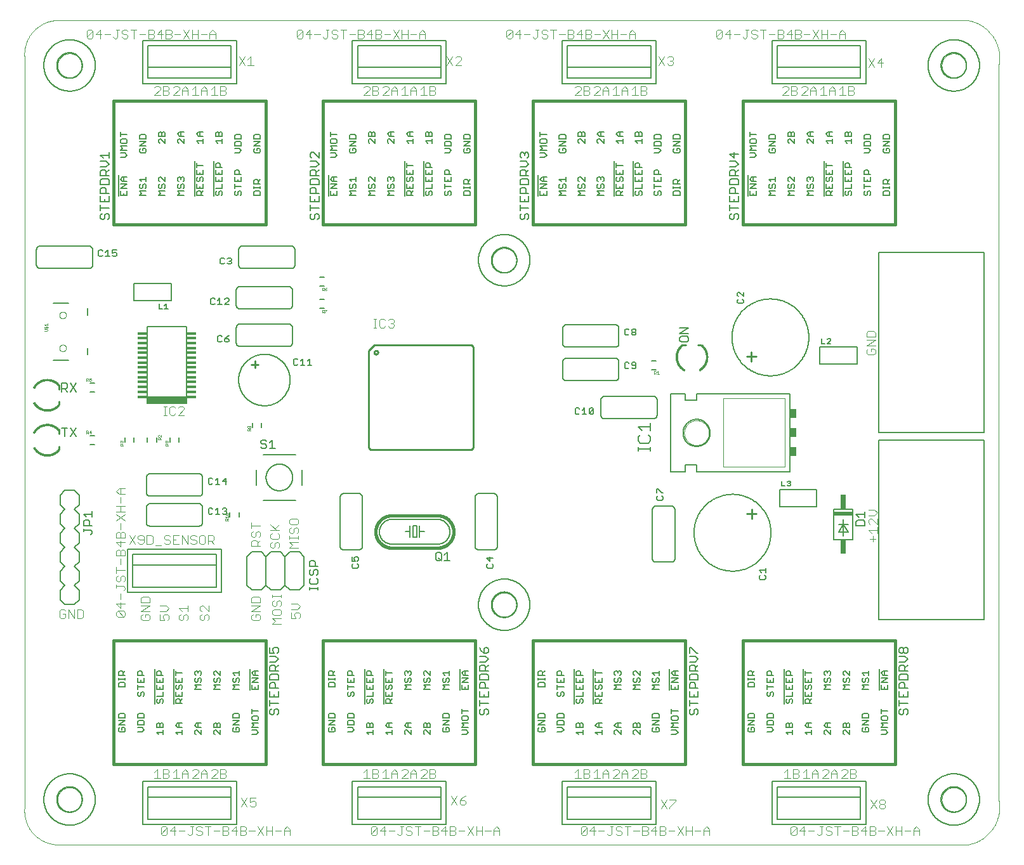
<source format=gto>
G75*
%MOIN*%
%OFA0B0*%
%FSLAX25Y25*%
%IPPOS*%
%LPD*%
%AMOC8*
5,1,8,0,0,1.08239X$1,22.5*
%
%ADD10C,0.00000*%
%ADD11C,0.00400*%
%ADD12C,0.00500*%
%ADD13C,0.01000*%
%ADD14C,0.00800*%
%ADD15C,0.00700*%
%ADD16C,0.00600*%
%ADD17R,0.10000X0.02000*%
%ADD18R,0.03000X0.07500*%
%ADD19C,0.00200*%
%ADD20R,0.03500X0.05000*%
%ADD21C,0.00100*%
%ADD22C,0.01600*%
%ADD23R,0.05100X0.01400*%
%ADD24R,0.20472X0.03838*%
D10*
X0020337Y0001315D02*
X0500652Y0001315D01*
X0501127Y0001416D01*
X0501598Y0001528D01*
X0502068Y0001652D01*
X0502534Y0001787D01*
X0502996Y0001933D01*
X0503455Y0002090D01*
X0503910Y0002259D01*
X0504361Y0002438D01*
X0504807Y0002628D01*
X0505249Y0002829D01*
X0505685Y0003041D01*
X0506117Y0003263D01*
X0506542Y0003495D01*
X0506963Y0003737D01*
X0507377Y0003990D01*
X0507785Y0004253D01*
X0508186Y0004525D01*
X0508581Y0004807D01*
X0508969Y0005099D01*
X0509349Y0005399D01*
X0509722Y0005709D01*
X0510088Y0006028D01*
X0510446Y0006355D01*
X0510796Y0006691D01*
X0511138Y0007036D01*
X0511471Y0007389D01*
X0511795Y0007749D01*
X0512111Y0008117D01*
X0512418Y0008493D01*
X0512716Y0008876D01*
X0513004Y0009266D01*
X0513283Y0009663D01*
X0513552Y0010067D01*
X0513811Y0010477D01*
X0514060Y0010893D01*
X0514299Y0011315D01*
X0514528Y0011743D01*
X0514747Y0012176D01*
X0514955Y0012614D01*
X0515152Y0013058D01*
X0515339Y0013505D01*
X0515514Y0013958D01*
X0515679Y0014414D01*
X0515833Y0014874D01*
X0515975Y0015338D01*
X0516106Y0015805D01*
X0516226Y0016275D01*
X0516335Y0016748D01*
X0516432Y0017223D01*
X0516517Y0017701D01*
X0516591Y0018180D01*
X0516653Y0018661D01*
X0516704Y0019144D01*
X0516743Y0019627D01*
X0516770Y0020112D01*
X0516786Y0020597D01*
X0516790Y0021082D01*
X0516782Y0021567D01*
X0516762Y0022051D01*
X0516731Y0022536D01*
X0516688Y0023019D01*
X0516634Y0023501D01*
X0516567Y0023981D01*
X0516490Y0024460D01*
X0516400Y0024937D01*
X0516400Y0410764D01*
X0516490Y0411241D01*
X0516567Y0411720D01*
X0516634Y0412200D01*
X0516688Y0412682D01*
X0516731Y0413165D01*
X0516762Y0413650D01*
X0516782Y0414134D01*
X0516790Y0414619D01*
X0516786Y0415104D01*
X0516770Y0415589D01*
X0516743Y0416074D01*
X0516704Y0416557D01*
X0516653Y0417040D01*
X0516591Y0417521D01*
X0516517Y0418000D01*
X0516432Y0418478D01*
X0516335Y0418953D01*
X0516226Y0419426D01*
X0516106Y0419896D01*
X0515975Y0420363D01*
X0515833Y0420827D01*
X0515679Y0421287D01*
X0515514Y0421743D01*
X0515339Y0422196D01*
X0515152Y0422643D01*
X0514955Y0423087D01*
X0514747Y0423525D01*
X0514528Y0423958D01*
X0514299Y0424386D01*
X0514060Y0424808D01*
X0513811Y0425224D01*
X0513552Y0425634D01*
X0513283Y0426038D01*
X0513004Y0426435D01*
X0512716Y0426825D01*
X0512418Y0427208D01*
X0512111Y0427584D01*
X0511795Y0427952D01*
X0511471Y0428312D01*
X0511138Y0428665D01*
X0510796Y0429010D01*
X0510446Y0429346D01*
X0510088Y0429673D01*
X0509722Y0429992D01*
X0509349Y0430302D01*
X0508969Y0430602D01*
X0508581Y0430894D01*
X0508186Y0431176D01*
X0507785Y0431448D01*
X0507377Y0431711D01*
X0506963Y0431964D01*
X0506542Y0432206D01*
X0506117Y0432438D01*
X0505685Y0432660D01*
X0505249Y0432872D01*
X0504807Y0433073D01*
X0504361Y0433263D01*
X0503910Y0433442D01*
X0503455Y0433611D01*
X0502996Y0433768D01*
X0502534Y0433914D01*
X0502068Y0434049D01*
X0501598Y0434173D01*
X0501127Y0434285D01*
X0500652Y0434386D01*
X0020337Y0434386D01*
X0019903Y0434332D01*
X0019470Y0434268D01*
X0019039Y0434193D01*
X0018610Y0434108D01*
X0018184Y0434012D01*
X0017759Y0433905D01*
X0017338Y0433789D01*
X0016919Y0433661D01*
X0016503Y0433524D01*
X0016092Y0433377D01*
X0015683Y0433219D01*
X0015279Y0433052D01*
X0014879Y0432874D01*
X0014484Y0432687D01*
X0014093Y0432490D01*
X0013707Y0432284D01*
X0013327Y0432068D01*
X0012951Y0431843D01*
X0012582Y0431609D01*
X0012218Y0431366D01*
X0011861Y0431114D01*
X0011509Y0430853D01*
X0011164Y0430584D01*
X0010826Y0430306D01*
X0010495Y0430021D01*
X0010171Y0429727D01*
X0009854Y0429425D01*
X0009545Y0429116D01*
X0009243Y0428799D01*
X0008949Y0428474D01*
X0008664Y0428143D01*
X0008386Y0427805D01*
X0008117Y0427460D01*
X0007857Y0427108D01*
X0007605Y0426751D01*
X0007362Y0426387D01*
X0007128Y0426017D01*
X0006903Y0425642D01*
X0006687Y0425261D01*
X0006481Y0424875D01*
X0006285Y0424484D01*
X0006098Y0424089D01*
X0005920Y0423689D01*
X0005753Y0423285D01*
X0005596Y0422876D01*
X0005448Y0422464D01*
X0005311Y0422049D01*
X0005184Y0421630D01*
X0005068Y0421209D01*
X0004962Y0420784D01*
X0004866Y0420357D01*
X0004780Y0419928D01*
X0004706Y0419497D01*
X0004642Y0419064D01*
X0004588Y0418630D01*
X0004545Y0418195D01*
X0004513Y0417758D01*
X0004492Y0417321D01*
X0004481Y0416884D01*
X0004481Y0416446D01*
X0004492Y0416009D01*
X0004514Y0415572D01*
X0004546Y0415136D01*
X0004589Y0414700D01*
X0004589Y0414701D02*
X0004589Y0021000D01*
X0004546Y0020564D01*
X0004514Y0020128D01*
X0004492Y0019691D01*
X0004481Y0019254D01*
X0004481Y0018816D01*
X0004492Y0018379D01*
X0004513Y0017942D01*
X0004545Y0017505D01*
X0004588Y0017070D01*
X0004642Y0016636D01*
X0004706Y0016203D01*
X0004780Y0015772D01*
X0004866Y0015343D01*
X0004962Y0014916D01*
X0005068Y0014491D01*
X0005184Y0014070D01*
X0005311Y0013651D01*
X0005448Y0013236D01*
X0005596Y0012824D01*
X0005753Y0012415D01*
X0005920Y0012011D01*
X0006098Y0011611D01*
X0006285Y0011216D01*
X0006481Y0010825D01*
X0006687Y0010439D01*
X0006903Y0010058D01*
X0007128Y0009683D01*
X0007362Y0009313D01*
X0007605Y0008949D01*
X0007857Y0008592D01*
X0008117Y0008240D01*
X0008386Y0007895D01*
X0008664Y0007557D01*
X0008949Y0007226D01*
X0009243Y0006901D01*
X0009545Y0006584D01*
X0009854Y0006275D01*
X0010171Y0005973D01*
X0010495Y0005679D01*
X0010826Y0005394D01*
X0011164Y0005116D01*
X0011509Y0004847D01*
X0011861Y0004586D01*
X0012218Y0004334D01*
X0012582Y0004091D01*
X0012951Y0003857D01*
X0013327Y0003632D01*
X0013707Y0003416D01*
X0014093Y0003210D01*
X0014484Y0003013D01*
X0014879Y0002826D01*
X0015279Y0002648D01*
X0015683Y0002481D01*
X0016092Y0002323D01*
X0016503Y0002176D01*
X0016919Y0002039D01*
X0017338Y0001911D01*
X0017759Y0001795D01*
X0018184Y0001688D01*
X0018610Y0001592D01*
X0019039Y0001507D01*
X0019470Y0001432D01*
X0019903Y0001368D01*
X0020337Y0001314D01*
X0021912Y0024937D02*
X0021914Y0025095D01*
X0021920Y0025253D01*
X0021930Y0025411D01*
X0021944Y0025569D01*
X0021962Y0025726D01*
X0021983Y0025883D01*
X0022009Y0026039D01*
X0022039Y0026195D01*
X0022072Y0026350D01*
X0022110Y0026503D01*
X0022151Y0026656D01*
X0022196Y0026808D01*
X0022245Y0026959D01*
X0022298Y0027108D01*
X0022354Y0027256D01*
X0022414Y0027402D01*
X0022478Y0027547D01*
X0022546Y0027690D01*
X0022617Y0027832D01*
X0022691Y0027972D01*
X0022769Y0028109D01*
X0022851Y0028245D01*
X0022935Y0028379D01*
X0023024Y0028510D01*
X0023115Y0028639D01*
X0023210Y0028766D01*
X0023307Y0028891D01*
X0023408Y0029013D01*
X0023512Y0029132D01*
X0023619Y0029249D01*
X0023729Y0029363D01*
X0023842Y0029474D01*
X0023957Y0029583D01*
X0024075Y0029688D01*
X0024196Y0029790D01*
X0024319Y0029890D01*
X0024445Y0029986D01*
X0024573Y0030079D01*
X0024703Y0030169D01*
X0024836Y0030255D01*
X0024971Y0030339D01*
X0025107Y0030418D01*
X0025246Y0030495D01*
X0025387Y0030567D01*
X0025529Y0030637D01*
X0025673Y0030702D01*
X0025819Y0030764D01*
X0025966Y0030822D01*
X0026115Y0030877D01*
X0026265Y0030928D01*
X0026416Y0030975D01*
X0026568Y0031018D01*
X0026721Y0031057D01*
X0026876Y0031093D01*
X0027031Y0031124D01*
X0027187Y0031152D01*
X0027343Y0031176D01*
X0027500Y0031196D01*
X0027658Y0031212D01*
X0027815Y0031224D01*
X0027974Y0031232D01*
X0028132Y0031236D01*
X0028290Y0031236D01*
X0028448Y0031232D01*
X0028607Y0031224D01*
X0028764Y0031212D01*
X0028922Y0031196D01*
X0029079Y0031176D01*
X0029235Y0031152D01*
X0029391Y0031124D01*
X0029546Y0031093D01*
X0029701Y0031057D01*
X0029854Y0031018D01*
X0030006Y0030975D01*
X0030157Y0030928D01*
X0030307Y0030877D01*
X0030456Y0030822D01*
X0030603Y0030764D01*
X0030749Y0030702D01*
X0030893Y0030637D01*
X0031035Y0030567D01*
X0031176Y0030495D01*
X0031315Y0030418D01*
X0031451Y0030339D01*
X0031586Y0030255D01*
X0031719Y0030169D01*
X0031849Y0030079D01*
X0031977Y0029986D01*
X0032103Y0029890D01*
X0032226Y0029790D01*
X0032347Y0029688D01*
X0032465Y0029583D01*
X0032580Y0029474D01*
X0032693Y0029363D01*
X0032803Y0029249D01*
X0032910Y0029132D01*
X0033014Y0029013D01*
X0033115Y0028891D01*
X0033212Y0028766D01*
X0033307Y0028639D01*
X0033398Y0028510D01*
X0033487Y0028379D01*
X0033571Y0028245D01*
X0033653Y0028109D01*
X0033731Y0027972D01*
X0033805Y0027832D01*
X0033876Y0027690D01*
X0033944Y0027547D01*
X0034008Y0027402D01*
X0034068Y0027256D01*
X0034124Y0027108D01*
X0034177Y0026959D01*
X0034226Y0026808D01*
X0034271Y0026656D01*
X0034312Y0026503D01*
X0034350Y0026350D01*
X0034383Y0026195D01*
X0034413Y0026039D01*
X0034439Y0025883D01*
X0034460Y0025726D01*
X0034478Y0025569D01*
X0034492Y0025411D01*
X0034502Y0025253D01*
X0034508Y0025095D01*
X0034510Y0024937D01*
X0034508Y0024779D01*
X0034502Y0024621D01*
X0034492Y0024463D01*
X0034478Y0024305D01*
X0034460Y0024148D01*
X0034439Y0023991D01*
X0034413Y0023835D01*
X0034383Y0023679D01*
X0034350Y0023524D01*
X0034312Y0023371D01*
X0034271Y0023218D01*
X0034226Y0023066D01*
X0034177Y0022915D01*
X0034124Y0022766D01*
X0034068Y0022618D01*
X0034008Y0022472D01*
X0033944Y0022327D01*
X0033876Y0022184D01*
X0033805Y0022042D01*
X0033731Y0021902D01*
X0033653Y0021765D01*
X0033571Y0021629D01*
X0033487Y0021495D01*
X0033398Y0021364D01*
X0033307Y0021235D01*
X0033212Y0021108D01*
X0033115Y0020983D01*
X0033014Y0020861D01*
X0032910Y0020742D01*
X0032803Y0020625D01*
X0032693Y0020511D01*
X0032580Y0020400D01*
X0032465Y0020291D01*
X0032347Y0020186D01*
X0032226Y0020084D01*
X0032103Y0019984D01*
X0031977Y0019888D01*
X0031849Y0019795D01*
X0031719Y0019705D01*
X0031586Y0019619D01*
X0031451Y0019535D01*
X0031315Y0019456D01*
X0031176Y0019379D01*
X0031035Y0019307D01*
X0030893Y0019237D01*
X0030749Y0019172D01*
X0030603Y0019110D01*
X0030456Y0019052D01*
X0030307Y0018997D01*
X0030157Y0018946D01*
X0030006Y0018899D01*
X0029854Y0018856D01*
X0029701Y0018817D01*
X0029546Y0018781D01*
X0029391Y0018750D01*
X0029235Y0018722D01*
X0029079Y0018698D01*
X0028922Y0018678D01*
X0028764Y0018662D01*
X0028607Y0018650D01*
X0028448Y0018642D01*
X0028290Y0018638D01*
X0028132Y0018638D01*
X0027974Y0018642D01*
X0027815Y0018650D01*
X0027658Y0018662D01*
X0027500Y0018678D01*
X0027343Y0018698D01*
X0027187Y0018722D01*
X0027031Y0018750D01*
X0026876Y0018781D01*
X0026721Y0018817D01*
X0026568Y0018856D01*
X0026416Y0018899D01*
X0026265Y0018946D01*
X0026115Y0018997D01*
X0025966Y0019052D01*
X0025819Y0019110D01*
X0025673Y0019172D01*
X0025529Y0019237D01*
X0025387Y0019307D01*
X0025246Y0019379D01*
X0025107Y0019456D01*
X0024971Y0019535D01*
X0024836Y0019619D01*
X0024703Y0019705D01*
X0024573Y0019795D01*
X0024445Y0019888D01*
X0024319Y0019984D01*
X0024196Y0020084D01*
X0024075Y0020186D01*
X0023957Y0020291D01*
X0023842Y0020400D01*
X0023729Y0020511D01*
X0023619Y0020625D01*
X0023512Y0020742D01*
X0023408Y0020861D01*
X0023307Y0020983D01*
X0023210Y0021108D01*
X0023115Y0021235D01*
X0023024Y0021364D01*
X0022935Y0021495D01*
X0022851Y0021629D01*
X0022769Y0021765D01*
X0022691Y0021902D01*
X0022617Y0022042D01*
X0022546Y0022184D01*
X0022478Y0022327D01*
X0022414Y0022472D01*
X0022354Y0022618D01*
X0022298Y0022766D01*
X0022245Y0022915D01*
X0022196Y0023066D01*
X0022151Y0023218D01*
X0022110Y0023371D01*
X0022072Y0023524D01*
X0022039Y0023679D01*
X0022009Y0023835D01*
X0021983Y0023991D01*
X0021962Y0024148D01*
X0021944Y0024305D01*
X0021930Y0024463D01*
X0021920Y0024621D01*
X0021914Y0024779D01*
X0021912Y0024937D01*
X0250258Y0127299D02*
X0250260Y0127457D01*
X0250266Y0127615D01*
X0250276Y0127773D01*
X0250290Y0127931D01*
X0250308Y0128088D01*
X0250329Y0128245D01*
X0250355Y0128401D01*
X0250385Y0128557D01*
X0250418Y0128712D01*
X0250456Y0128865D01*
X0250497Y0129018D01*
X0250542Y0129170D01*
X0250591Y0129321D01*
X0250644Y0129470D01*
X0250700Y0129618D01*
X0250760Y0129764D01*
X0250824Y0129909D01*
X0250892Y0130052D01*
X0250963Y0130194D01*
X0251037Y0130334D01*
X0251115Y0130471D01*
X0251197Y0130607D01*
X0251281Y0130741D01*
X0251370Y0130872D01*
X0251461Y0131001D01*
X0251556Y0131128D01*
X0251653Y0131253D01*
X0251754Y0131375D01*
X0251858Y0131494D01*
X0251965Y0131611D01*
X0252075Y0131725D01*
X0252188Y0131836D01*
X0252303Y0131945D01*
X0252421Y0132050D01*
X0252542Y0132152D01*
X0252665Y0132252D01*
X0252791Y0132348D01*
X0252919Y0132441D01*
X0253049Y0132531D01*
X0253182Y0132617D01*
X0253317Y0132701D01*
X0253453Y0132780D01*
X0253592Y0132857D01*
X0253733Y0132929D01*
X0253875Y0132999D01*
X0254019Y0133064D01*
X0254165Y0133126D01*
X0254312Y0133184D01*
X0254461Y0133239D01*
X0254611Y0133290D01*
X0254762Y0133337D01*
X0254914Y0133380D01*
X0255067Y0133419D01*
X0255222Y0133455D01*
X0255377Y0133486D01*
X0255533Y0133514D01*
X0255689Y0133538D01*
X0255846Y0133558D01*
X0256004Y0133574D01*
X0256161Y0133586D01*
X0256320Y0133594D01*
X0256478Y0133598D01*
X0256636Y0133598D01*
X0256794Y0133594D01*
X0256953Y0133586D01*
X0257110Y0133574D01*
X0257268Y0133558D01*
X0257425Y0133538D01*
X0257581Y0133514D01*
X0257737Y0133486D01*
X0257892Y0133455D01*
X0258047Y0133419D01*
X0258200Y0133380D01*
X0258352Y0133337D01*
X0258503Y0133290D01*
X0258653Y0133239D01*
X0258802Y0133184D01*
X0258949Y0133126D01*
X0259095Y0133064D01*
X0259239Y0132999D01*
X0259381Y0132929D01*
X0259522Y0132857D01*
X0259661Y0132780D01*
X0259797Y0132701D01*
X0259932Y0132617D01*
X0260065Y0132531D01*
X0260195Y0132441D01*
X0260323Y0132348D01*
X0260449Y0132252D01*
X0260572Y0132152D01*
X0260693Y0132050D01*
X0260811Y0131945D01*
X0260926Y0131836D01*
X0261039Y0131725D01*
X0261149Y0131611D01*
X0261256Y0131494D01*
X0261360Y0131375D01*
X0261461Y0131253D01*
X0261558Y0131128D01*
X0261653Y0131001D01*
X0261744Y0130872D01*
X0261833Y0130741D01*
X0261917Y0130607D01*
X0261999Y0130471D01*
X0262077Y0130334D01*
X0262151Y0130194D01*
X0262222Y0130052D01*
X0262290Y0129909D01*
X0262354Y0129764D01*
X0262414Y0129618D01*
X0262470Y0129470D01*
X0262523Y0129321D01*
X0262572Y0129170D01*
X0262617Y0129018D01*
X0262658Y0128865D01*
X0262696Y0128712D01*
X0262729Y0128557D01*
X0262759Y0128401D01*
X0262785Y0128245D01*
X0262806Y0128088D01*
X0262824Y0127931D01*
X0262838Y0127773D01*
X0262848Y0127615D01*
X0262854Y0127457D01*
X0262856Y0127299D01*
X0262854Y0127141D01*
X0262848Y0126983D01*
X0262838Y0126825D01*
X0262824Y0126667D01*
X0262806Y0126510D01*
X0262785Y0126353D01*
X0262759Y0126197D01*
X0262729Y0126041D01*
X0262696Y0125886D01*
X0262658Y0125733D01*
X0262617Y0125580D01*
X0262572Y0125428D01*
X0262523Y0125277D01*
X0262470Y0125128D01*
X0262414Y0124980D01*
X0262354Y0124834D01*
X0262290Y0124689D01*
X0262222Y0124546D01*
X0262151Y0124404D01*
X0262077Y0124264D01*
X0261999Y0124127D01*
X0261917Y0123991D01*
X0261833Y0123857D01*
X0261744Y0123726D01*
X0261653Y0123597D01*
X0261558Y0123470D01*
X0261461Y0123345D01*
X0261360Y0123223D01*
X0261256Y0123104D01*
X0261149Y0122987D01*
X0261039Y0122873D01*
X0260926Y0122762D01*
X0260811Y0122653D01*
X0260693Y0122548D01*
X0260572Y0122446D01*
X0260449Y0122346D01*
X0260323Y0122250D01*
X0260195Y0122157D01*
X0260065Y0122067D01*
X0259932Y0121981D01*
X0259797Y0121897D01*
X0259661Y0121818D01*
X0259522Y0121741D01*
X0259381Y0121669D01*
X0259239Y0121599D01*
X0259095Y0121534D01*
X0258949Y0121472D01*
X0258802Y0121414D01*
X0258653Y0121359D01*
X0258503Y0121308D01*
X0258352Y0121261D01*
X0258200Y0121218D01*
X0258047Y0121179D01*
X0257892Y0121143D01*
X0257737Y0121112D01*
X0257581Y0121084D01*
X0257425Y0121060D01*
X0257268Y0121040D01*
X0257110Y0121024D01*
X0256953Y0121012D01*
X0256794Y0121004D01*
X0256636Y0121000D01*
X0256478Y0121000D01*
X0256320Y0121004D01*
X0256161Y0121012D01*
X0256004Y0121024D01*
X0255846Y0121040D01*
X0255689Y0121060D01*
X0255533Y0121084D01*
X0255377Y0121112D01*
X0255222Y0121143D01*
X0255067Y0121179D01*
X0254914Y0121218D01*
X0254762Y0121261D01*
X0254611Y0121308D01*
X0254461Y0121359D01*
X0254312Y0121414D01*
X0254165Y0121472D01*
X0254019Y0121534D01*
X0253875Y0121599D01*
X0253733Y0121669D01*
X0253592Y0121741D01*
X0253453Y0121818D01*
X0253317Y0121897D01*
X0253182Y0121981D01*
X0253049Y0122067D01*
X0252919Y0122157D01*
X0252791Y0122250D01*
X0252665Y0122346D01*
X0252542Y0122446D01*
X0252421Y0122548D01*
X0252303Y0122653D01*
X0252188Y0122762D01*
X0252075Y0122873D01*
X0251965Y0122987D01*
X0251858Y0123104D01*
X0251754Y0123223D01*
X0251653Y0123345D01*
X0251556Y0123470D01*
X0251461Y0123597D01*
X0251370Y0123726D01*
X0251281Y0123857D01*
X0251197Y0123991D01*
X0251115Y0124127D01*
X0251037Y0124264D01*
X0250963Y0124404D01*
X0250892Y0124546D01*
X0250824Y0124689D01*
X0250760Y0124834D01*
X0250700Y0124980D01*
X0250644Y0125128D01*
X0250591Y0125277D01*
X0250542Y0125428D01*
X0250497Y0125580D01*
X0250456Y0125733D01*
X0250418Y0125886D01*
X0250385Y0126041D01*
X0250355Y0126197D01*
X0250329Y0126353D01*
X0250308Y0126510D01*
X0250290Y0126667D01*
X0250276Y0126825D01*
X0250266Y0126983D01*
X0250260Y0127141D01*
X0250258Y0127299D01*
X0351136Y0217654D02*
X0351138Y0217815D01*
X0351144Y0217975D01*
X0351154Y0218136D01*
X0351168Y0218296D01*
X0351186Y0218456D01*
X0351207Y0218615D01*
X0351233Y0218774D01*
X0351263Y0218932D01*
X0351296Y0219089D01*
X0351334Y0219246D01*
X0351375Y0219401D01*
X0351420Y0219555D01*
X0351469Y0219708D01*
X0351522Y0219860D01*
X0351578Y0220011D01*
X0351639Y0220160D01*
X0351702Y0220308D01*
X0351770Y0220454D01*
X0351841Y0220598D01*
X0351915Y0220740D01*
X0351993Y0220881D01*
X0352075Y0221019D01*
X0352160Y0221156D01*
X0352248Y0221290D01*
X0352340Y0221422D01*
X0352435Y0221552D01*
X0352533Y0221680D01*
X0352634Y0221805D01*
X0352738Y0221927D01*
X0352845Y0222047D01*
X0352955Y0222164D01*
X0353068Y0222279D01*
X0353184Y0222390D01*
X0353303Y0222499D01*
X0353424Y0222604D01*
X0353548Y0222707D01*
X0353674Y0222807D01*
X0353802Y0222903D01*
X0353933Y0222996D01*
X0354067Y0223086D01*
X0354202Y0223173D01*
X0354340Y0223256D01*
X0354479Y0223336D01*
X0354621Y0223412D01*
X0354764Y0223485D01*
X0354909Y0223554D01*
X0355056Y0223620D01*
X0355204Y0223682D01*
X0355354Y0223740D01*
X0355505Y0223795D01*
X0355658Y0223846D01*
X0355812Y0223893D01*
X0355967Y0223936D01*
X0356123Y0223975D01*
X0356279Y0224011D01*
X0356437Y0224042D01*
X0356595Y0224070D01*
X0356754Y0224094D01*
X0356914Y0224114D01*
X0357074Y0224130D01*
X0357234Y0224142D01*
X0357395Y0224150D01*
X0357556Y0224154D01*
X0357716Y0224154D01*
X0357877Y0224150D01*
X0358038Y0224142D01*
X0358198Y0224130D01*
X0358358Y0224114D01*
X0358518Y0224094D01*
X0358677Y0224070D01*
X0358835Y0224042D01*
X0358993Y0224011D01*
X0359149Y0223975D01*
X0359305Y0223936D01*
X0359460Y0223893D01*
X0359614Y0223846D01*
X0359767Y0223795D01*
X0359918Y0223740D01*
X0360068Y0223682D01*
X0360216Y0223620D01*
X0360363Y0223554D01*
X0360508Y0223485D01*
X0360651Y0223412D01*
X0360793Y0223336D01*
X0360932Y0223256D01*
X0361070Y0223173D01*
X0361205Y0223086D01*
X0361339Y0222996D01*
X0361470Y0222903D01*
X0361598Y0222807D01*
X0361724Y0222707D01*
X0361848Y0222604D01*
X0361969Y0222499D01*
X0362088Y0222390D01*
X0362204Y0222279D01*
X0362317Y0222164D01*
X0362427Y0222047D01*
X0362534Y0221927D01*
X0362638Y0221805D01*
X0362739Y0221680D01*
X0362837Y0221552D01*
X0362932Y0221422D01*
X0363024Y0221290D01*
X0363112Y0221156D01*
X0363197Y0221019D01*
X0363279Y0220881D01*
X0363357Y0220740D01*
X0363431Y0220598D01*
X0363502Y0220454D01*
X0363570Y0220308D01*
X0363633Y0220160D01*
X0363694Y0220011D01*
X0363750Y0219860D01*
X0363803Y0219708D01*
X0363852Y0219555D01*
X0363897Y0219401D01*
X0363938Y0219246D01*
X0363976Y0219089D01*
X0364009Y0218932D01*
X0364039Y0218774D01*
X0364065Y0218615D01*
X0364086Y0218456D01*
X0364104Y0218296D01*
X0364118Y0218136D01*
X0364128Y0217975D01*
X0364134Y0217815D01*
X0364136Y0217654D01*
X0364134Y0217493D01*
X0364128Y0217333D01*
X0364118Y0217172D01*
X0364104Y0217012D01*
X0364086Y0216852D01*
X0364065Y0216693D01*
X0364039Y0216534D01*
X0364009Y0216376D01*
X0363976Y0216219D01*
X0363938Y0216062D01*
X0363897Y0215907D01*
X0363852Y0215753D01*
X0363803Y0215600D01*
X0363750Y0215448D01*
X0363694Y0215297D01*
X0363633Y0215148D01*
X0363570Y0215000D01*
X0363502Y0214854D01*
X0363431Y0214710D01*
X0363357Y0214568D01*
X0363279Y0214427D01*
X0363197Y0214289D01*
X0363112Y0214152D01*
X0363024Y0214018D01*
X0362932Y0213886D01*
X0362837Y0213756D01*
X0362739Y0213628D01*
X0362638Y0213503D01*
X0362534Y0213381D01*
X0362427Y0213261D01*
X0362317Y0213144D01*
X0362204Y0213029D01*
X0362088Y0212918D01*
X0361969Y0212809D01*
X0361848Y0212704D01*
X0361724Y0212601D01*
X0361598Y0212501D01*
X0361470Y0212405D01*
X0361339Y0212312D01*
X0361205Y0212222D01*
X0361070Y0212135D01*
X0360932Y0212052D01*
X0360793Y0211972D01*
X0360651Y0211896D01*
X0360508Y0211823D01*
X0360363Y0211754D01*
X0360216Y0211688D01*
X0360068Y0211626D01*
X0359918Y0211568D01*
X0359767Y0211513D01*
X0359614Y0211462D01*
X0359460Y0211415D01*
X0359305Y0211372D01*
X0359149Y0211333D01*
X0358993Y0211297D01*
X0358835Y0211266D01*
X0358677Y0211238D01*
X0358518Y0211214D01*
X0358358Y0211194D01*
X0358198Y0211178D01*
X0358038Y0211166D01*
X0357877Y0211158D01*
X0357716Y0211154D01*
X0357556Y0211154D01*
X0357395Y0211158D01*
X0357234Y0211166D01*
X0357074Y0211178D01*
X0356914Y0211194D01*
X0356754Y0211214D01*
X0356595Y0211238D01*
X0356437Y0211266D01*
X0356279Y0211297D01*
X0356123Y0211333D01*
X0355967Y0211372D01*
X0355812Y0211415D01*
X0355658Y0211462D01*
X0355505Y0211513D01*
X0355354Y0211568D01*
X0355204Y0211626D01*
X0355056Y0211688D01*
X0354909Y0211754D01*
X0354764Y0211823D01*
X0354621Y0211896D01*
X0354479Y0211972D01*
X0354340Y0212052D01*
X0354202Y0212135D01*
X0354067Y0212222D01*
X0353933Y0212312D01*
X0353802Y0212405D01*
X0353674Y0212501D01*
X0353548Y0212601D01*
X0353424Y0212704D01*
X0353303Y0212809D01*
X0353184Y0212918D01*
X0353068Y0213029D01*
X0352955Y0213144D01*
X0352845Y0213261D01*
X0352738Y0213381D01*
X0352634Y0213503D01*
X0352533Y0213628D01*
X0352435Y0213756D01*
X0352340Y0213886D01*
X0352248Y0214018D01*
X0352160Y0214152D01*
X0352075Y0214289D01*
X0351993Y0214427D01*
X0351915Y0214568D01*
X0351841Y0214710D01*
X0351770Y0214854D01*
X0351702Y0215000D01*
X0351639Y0215148D01*
X0351578Y0215297D01*
X0351522Y0215448D01*
X0351469Y0215600D01*
X0351420Y0215753D01*
X0351375Y0215907D01*
X0351334Y0216062D01*
X0351296Y0216219D01*
X0351263Y0216376D01*
X0351233Y0216534D01*
X0351207Y0216693D01*
X0351186Y0216852D01*
X0351168Y0217012D01*
X0351154Y0217172D01*
X0351144Y0217333D01*
X0351138Y0217493D01*
X0351136Y0217654D01*
X0250258Y0308402D02*
X0250260Y0308560D01*
X0250266Y0308718D01*
X0250276Y0308876D01*
X0250290Y0309034D01*
X0250308Y0309191D01*
X0250329Y0309348D01*
X0250355Y0309504D01*
X0250385Y0309660D01*
X0250418Y0309815D01*
X0250456Y0309968D01*
X0250497Y0310121D01*
X0250542Y0310273D01*
X0250591Y0310424D01*
X0250644Y0310573D01*
X0250700Y0310721D01*
X0250760Y0310867D01*
X0250824Y0311012D01*
X0250892Y0311155D01*
X0250963Y0311297D01*
X0251037Y0311437D01*
X0251115Y0311574D01*
X0251197Y0311710D01*
X0251281Y0311844D01*
X0251370Y0311975D01*
X0251461Y0312104D01*
X0251556Y0312231D01*
X0251653Y0312356D01*
X0251754Y0312478D01*
X0251858Y0312597D01*
X0251965Y0312714D01*
X0252075Y0312828D01*
X0252188Y0312939D01*
X0252303Y0313048D01*
X0252421Y0313153D01*
X0252542Y0313255D01*
X0252665Y0313355D01*
X0252791Y0313451D01*
X0252919Y0313544D01*
X0253049Y0313634D01*
X0253182Y0313720D01*
X0253317Y0313804D01*
X0253453Y0313883D01*
X0253592Y0313960D01*
X0253733Y0314032D01*
X0253875Y0314102D01*
X0254019Y0314167D01*
X0254165Y0314229D01*
X0254312Y0314287D01*
X0254461Y0314342D01*
X0254611Y0314393D01*
X0254762Y0314440D01*
X0254914Y0314483D01*
X0255067Y0314522D01*
X0255222Y0314558D01*
X0255377Y0314589D01*
X0255533Y0314617D01*
X0255689Y0314641D01*
X0255846Y0314661D01*
X0256004Y0314677D01*
X0256161Y0314689D01*
X0256320Y0314697D01*
X0256478Y0314701D01*
X0256636Y0314701D01*
X0256794Y0314697D01*
X0256953Y0314689D01*
X0257110Y0314677D01*
X0257268Y0314661D01*
X0257425Y0314641D01*
X0257581Y0314617D01*
X0257737Y0314589D01*
X0257892Y0314558D01*
X0258047Y0314522D01*
X0258200Y0314483D01*
X0258352Y0314440D01*
X0258503Y0314393D01*
X0258653Y0314342D01*
X0258802Y0314287D01*
X0258949Y0314229D01*
X0259095Y0314167D01*
X0259239Y0314102D01*
X0259381Y0314032D01*
X0259522Y0313960D01*
X0259661Y0313883D01*
X0259797Y0313804D01*
X0259932Y0313720D01*
X0260065Y0313634D01*
X0260195Y0313544D01*
X0260323Y0313451D01*
X0260449Y0313355D01*
X0260572Y0313255D01*
X0260693Y0313153D01*
X0260811Y0313048D01*
X0260926Y0312939D01*
X0261039Y0312828D01*
X0261149Y0312714D01*
X0261256Y0312597D01*
X0261360Y0312478D01*
X0261461Y0312356D01*
X0261558Y0312231D01*
X0261653Y0312104D01*
X0261744Y0311975D01*
X0261833Y0311844D01*
X0261917Y0311710D01*
X0261999Y0311574D01*
X0262077Y0311437D01*
X0262151Y0311297D01*
X0262222Y0311155D01*
X0262290Y0311012D01*
X0262354Y0310867D01*
X0262414Y0310721D01*
X0262470Y0310573D01*
X0262523Y0310424D01*
X0262572Y0310273D01*
X0262617Y0310121D01*
X0262658Y0309968D01*
X0262696Y0309815D01*
X0262729Y0309660D01*
X0262759Y0309504D01*
X0262785Y0309348D01*
X0262806Y0309191D01*
X0262824Y0309034D01*
X0262838Y0308876D01*
X0262848Y0308718D01*
X0262854Y0308560D01*
X0262856Y0308402D01*
X0262854Y0308244D01*
X0262848Y0308086D01*
X0262838Y0307928D01*
X0262824Y0307770D01*
X0262806Y0307613D01*
X0262785Y0307456D01*
X0262759Y0307300D01*
X0262729Y0307144D01*
X0262696Y0306989D01*
X0262658Y0306836D01*
X0262617Y0306683D01*
X0262572Y0306531D01*
X0262523Y0306380D01*
X0262470Y0306231D01*
X0262414Y0306083D01*
X0262354Y0305937D01*
X0262290Y0305792D01*
X0262222Y0305649D01*
X0262151Y0305507D01*
X0262077Y0305367D01*
X0261999Y0305230D01*
X0261917Y0305094D01*
X0261833Y0304960D01*
X0261744Y0304829D01*
X0261653Y0304700D01*
X0261558Y0304573D01*
X0261461Y0304448D01*
X0261360Y0304326D01*
X0261256Y0304207D01*
X0261149Y0304090D01*
X0261039Y0303976D01*
X0260926Y0303865D01*
X0260811Y0303756D01*
X0260693Y0303651D01*
X0260572Y0303549D01*
X0260449Y0303449D01*
X0260323Y0303353D01*
X0260195Y0303260D01*
X0260065Y0303170D01*
X0259932Y0303084D01*
X0259797Y0303000D01*
X0259661Y0302921D01*
X0259522Y0302844D01*
X0259381Y0302772D01*
X0259239Y0302702D01*
X0259095Y0302637D01*
X0258949Y0302575D01*
X0258802Y0302517D01*
X0258653Y0302462D01*
X0258503Y0302411D01*
X0258352Y0302364D01*
X0258200Y0302321D01*
X0258047Y0302282D01*
X0257892Y0302246D01*
X0257737Y0302215D01*
X0257581Y0302187D01*
X0257425Y0302163D01*
X0257268Y0302143D01*
X0257110Y0302127D01*
X0256953Y0302115D01*
X0256794Y0302107D01*
X0256636Y0302103D01*
X0256478Y0302103D01*
X0256320Y0302107D01*
X0256161Y0302115D01*
X0256004Y0302127D01*
X0255846Y0302143D01*
X0255689Y0302163D01*
X0255533Y0302187D01*
X0255377Y0302215D01*
X0255222Y0302246D01*
X0255067Y0302282D01*
X0254914Y0302321D01*
X0254762Y0302364D01*
X0254611Y0302411D01*
X0254461Y0302462D01*
X0254312Y0302517D01*
X0254165Y0302575D01*
X0254019Y0302637D01*
X0253875Y0302702D01*
X0253733Y0302772D01*
X0253592Y0302844D01*
X0253453Y0302921D01*
X0253317Y0303000D01*
X0253182Y0303084D01*
X0253049Y0303170D01*
X0252919Y0303260D01*
X0252791Y0303353D01*
X0252665Y0303449D01*
X0252542Y0303549D01*
X0252421Y0303651D01*
X0252303Y0303756D01*
X0252188Y0303865D01*
X0252075Y0303976D01*
X0251965Y0304090D01*
X0251858Y0304207D01*
X0251754Y0304326D01*
X0251653Y0304448D01*
X0251556Y0304573D01*
X0251461Y0304700D01*
X0251370Y0304829D01*
X0251281Y0304960D01*
X0251197Y0305094D01*
X0251115Y0305230D01*
X0251037Y0305367D01*
X0250963Y0305507D01*
X0250892Y0305649D01*
X0250824Y0305792D01*
X0250760Y0305937D01*
X0250700Y0306083D01*
X0250644Y0306231D01*
X0250591Y0306380D01*
X0250542Y0306531D01*
X0250497Y0306683D01*
X0250456Y0306836D01*
X0250418Y0306989D01*
X0250385Y0307144D01*
X0250355Y0307300D01*
X0250329Y0307456D01*
X0250308Y0307613D01*
X0250290Y0307770D01*
X0250276Y0307928D01*
X0250266Y0308086D01*
X0250260Y0308244D01*
X0250258Y0308402D01*
X0021912Y0410764D02*
X0021914Y0410922D01*
X0021920Y0411080D01*
X0021930Y0411238D01*
X0021944Y0411396D01*
X0021962Y0411553D01*
X0021983Y0411710D01*
X0022009Y0411866D01*
X0022039Y0412022D01*
X0022072Y0412177D01*
X0022110Y0412330D01*
X0022151Y0412483D01*
X0022196Y0412635D01*
X0022245Y0412786D01*
X0022298Y0412935D01*
X0022354Y0413083D01*
X0022414Y0413229D01*
X0022478Y0413374D01*
X0022546Y0413517D01*
X0022617Y0413659D01*
X0022691Y0413799D01*
X0022769Y0413936D01*
X0022851Y0414072D01*
X0022935Y0414206D01*
X0023024Y0414337D01*
X0023115Y0414466D01*
X0023210Y0414593D01*
X0023307Y0414718D01*
X0023408Y0414840D01*
X0023512Y0414959D01*
X0023619Y0415076D01*
X0023729Y0415190D01*
X0023842Y0415301D01*
X0023957Y0415410D01*
X0024075Y0415515D01*
X0024196Y0415617D01*
X0024319Y0415717D01*
X0024445Y0415813D01*
X0024573Y0415906D01*
X0024703Y0415996D01*
X0024836Y0416082D01*
X0024971Y0416166D01*
X0025107Y0416245D01*
X0025246Y0416322D01*
X0025387Y0416394D01*
X0025529Y0416464D01*
X0025673Y0416529D01*
X0025819Y0416591D01*
X0025966Y0416649D01*
X0026115Y0416704D01*
X0026265Y0416755D01*
X0026416Y0416802D01*
X0026568Y0416845D01*
X0026721Y0416884D01*
X0026876Y0416920D01*
X0027031Y0416951D01*
X0027187Y0416979D01*
X0027343Y0417003D01*
X0027500Y0417023D01*
X0027658Y0417039D01*
X0027815Y0417051D01*
X0027974Y0417059D01*
X0028132Y0417063D01*
X0028290Y0417063D01*
X0028448Y0417059D01*
X0028607Y0417051D01*
X0028764Y0417039D01*
X0028922Y0417023D01*
X0029079Y0417003D01*
X0029235Y0416979D01*
X0029391Y0416951D01*
X0029546Y0416920D01*
X0029701Y0416884D01*
X0029854Y0416845D01*
X0030006Y0416802D01*
X0030157Y0416755D01*
X0030307Y0416704D01*
X0030456Y0416649D01*
X0030603Y0416591D01*
X0030749Y0416529D01*
X0030893Y0416464D01*
X0031035Y0416394D01*
X0031176Y0416322D01*
X0031315Y0416245D01*
X0031451Y0416166D01*
X0031586Y0416082D01*
X0031719Y0415996D01*
X0031849Y0415906D01*
X0031977Y0415813D01*
X0032103Y0415717D01*
X0032226Y0415617D01*
X0032347Y0415515D01*
X0032465Y0415410D01*
X0032580Y0415301D01*
X0032693Y0415190D01*
X0032803Y0415076D01*
X0032910Y0414959D01*
X0033014Y0414840D01*
X0033115Y0414718D01*
X0033212Y0414593D01*
X0033307Y0414466D01*
X0033398Y0414337D01*
X0033487Y0414206D01*
X0033571Y0414072D01*
X0033653Y0413936D01*
X0033731Y0413799D01*
X0033805Y0413659D01*
X0033876Y0413517D01*
X0033944Y0413374D01*
X0034008Y0413229D01*
X0034068Y0413083D01*
X0034124Y0412935D01*
X0034177Y0412786D01*
X0034226Y0412635D01*
X0034271Y0412483D01*
X0034312Y0412330D01*
X0034350Y0412177D01*
X0034383Y0412022D01*
X0034413Y0411866D01*
X0034439Y0411710D01*
X0034460Y0411553D01*
X0034478Y0411396D01*
X0034492Y0411238D01*
X0034502Y0411080D01*
X0034508Y0410922D01*
X0034510Y0410764D01*
X0034508Y0410606D01*
X0034502Y0410448D01*
X0034492Y0410290D01*
X0034478Y0410132D01*
X0034460Y0409975D01*
X0034439Y0409818D01*
X0034413Y0409662D01*
X0034383Y0409506D01*
X0034350Y0409351D01*
X0034312Y0409198D01*
X0034271Y0409045D01*
X0034226Y0408893D01*
X0034177Y0408742D01*
X0034124Y0408593D01*
X0034068Y0408445D01*
X0034008Y0408299D01*
X0033944Y0408154D01*
X0033876Y0408011D01*
X0033805Y0407869D01*
X0033731Y0407729D01*
X0033653Y0407592D01*
X0033571Y0407456D01*
X0033487Y0407322D01*
X0033398Y0407191D01*
X0033307Y0407062D01*
X0033212Y0406935D01*
X0033115Y0406810D01*
X0033014Y0406688D01*
X0032910Y0406569D01*
X0032803Y0406452D01*
X0032693Y0406338D01*
X0032580Y0406227D01*
X0032465Y0406118D01*
X0032347Y0406013D01*
X0032226Y0405911D01*
X0032103Y0405811D01*
X0031977Y0405715D01*
X0031849Y0405622D01*
X0031719Y0405532D01*
X0031586Y0405446D01*
X0031451Y0405362D01*
X0031315Y0405283D01*
X0031176Y0405206D01*
X0031035Y0405134D01*
X0030893Y0405064D01*
X0030749Y0404999D01*
X0030603Y0404937D01*
X0030456Y0404879D01*
X0030307Y0404824D01*
X0030157Y0404773D01*
X0030006Y0404726D01*
X0029854Y0404683D01*
X0029701Y0404644D01*
X0029546Y0404608D01*
X0029391Y0404577D01*
X0029235Y0404549D01*
X0029079Y0404525D01*
X0028922Y0404505D01*
X0028764Y0404489D01*
X0028607Y0404477D01*
X0028448Y0404469D01*
X0028290Y0404465D01*
X0028132Y0404465D01*
X0027974Y0404469D01*
X0027815Y0404477D01*
X0027658Y0404489D01*
X0027500Y0404505D01*
X0027343Y0404525D01*
X0027187Y0404549D01*
X0027031Y0404577D01*
X0026876Y0404608D01*
X0026721Y0404644D01*
X0026568Y0404683D01*
X0026416Y0404726D01*
X0026265Y0404773D01*
X0026115Y0404824D01*
X0025966Y0404879D01*
X0025819Y0404937D01*
X0025673Y0404999D01*
X0025529Y0405064D01*
X0025387Y0405134D01*
X0025246Y0405206D01*
X0025107Y0405283D01*
X0024971Y0405362D01*
X0024836Y0405446D01*
X0024703Y0405532D01*
X0024573Y0405622D01*
X0024445Y0405715D01*
X0024319Y0405811D01*
X0024196Y0405911D01*
X0024075Y0406013D01*
X0023957Y0406118D01*
X0023842Y0406227D01*
X0023729Y0406338D01*
X0023619Y0406452D01*
X0023512Y0406569D01*
X0023408Y0406688D01*
X0023307Y0406810D01*
X0023210Y0406935D01*
X0023115Y0407062D01*
X0023024Y0407191D01*
X0022935Y0407322D01*
X0022851Y0407456D01*
X0022769Y0407592D01*
X0022691Y0407729D01*
X0022617Y0407869D01*
X0022546Y0408011D01*
X0022478Y0408154D01*
X0022414Y0408299D01*
X0022354Y0408445D01*
X0022298Y0408593D01*
X0022245Y0408742D01*
X0022196Y0408893D01*
X0022151Y0409045D01*
X0022110Y0409198D01*
X0022072Y0409351D01*
X0022039Y0409506D01*
X0022009Y0409662D01*
X0021983Y0409818D01*
X0021962Y0409975D01*
X0021944Y0410132D01*
X0021930Y0410290D01*
X0021920Y0410448D01*
X0021914Y0410606D01*
X0021912Y0410764D01*
X0022856Y0279543D02*
X0022858Y0279627D01*
X0022864Y0279710D01*
X0022874Y0279793D01*
X0022888Y0279876D01*
X0022905Y0279958D01*
X0022927Y0280039D01*
X0022952Y0280118D01*
X0022981Y0280197D01*
X0023014Y0280274D01*
X0023050Y0280349D01*
X0023090Y0280423D01*
X0023133Y0280495D01*
X0023180Y0280564D01*
X0023230Y0280631D01*
X0023283Y0280696D01*
X0023339Y0280758D01*
X0023397Y0280818D01*
X0023459Y0280875D01*
X0023523Y0280928D01*
X0023590Y0280979D01*
X0023659Y0281026D01*
X0023730Y0281071D01*
X0023803Y0281111D01*
X0023878Y0281148D01*
X0023955Y0281182D01*
X0024033Y0281212D01*
X0024112Y0281238D01*
X0024193Y0281261D01*
X0024275Y0281279D01*
X0024357Y0281294D01*
X0024440Y0281305D01*
X0024523Y0281312D01*
X0024607Y0281315D01*
X0024691Y0281314D01*
X0024774Y0281309D01*
X0024858Y0281300D01*
X0024940Y0281287D01*
X0025022Y0281271D01*
X0025103Y0281250D01*
X0025184Y0281226D01*
X0025262Y0281198D01*
X0025340Y0281166D01*
X0025416Y0281130D01*
X0025490Y0281091D01*
X0025562Y0281049D01*
X0025632Y0281003D01*
X0025700Y0280954D01*
X0025765Y0280902D01*
X0025828Y0280847D01*
X0025888Y0280789D01*
X0025946Y0280728D01*
X0026000Y0280664D01*
X0026052Y0280598D01*
X0026100Y0280530D01*
X0026145Y0280459D01*
X0026186Y0280386D01*
X0026225Y0280312D01*
X0026259Y0280236D01*
X0026290Y0280158D01*
X0026317Y0280079D01*
X0026341Y0279998D01*
X0026360Y0279917D01*
X0026376Y0279835D01*
X0026388Y0279752D01*
X0026396Y0279668D01*
X0026400Y0279585D01*
X0026400Y0279501D01*
X0026396Y0279418D01*
X0026388Y0279334D01*
X0026376Y0279251D01*
X0026360Y0279169D01*
X0026341Y0279088D01*
X0026317Y0279007D01*
X0026290Y0278928D01*
X0026259Y0278850D01*
X0026225Y0278774D01*
X0026186Y0278700D01*
X0026145Y0278627D01*
X0026100Y0278556D01*
X0026052Y0278488D01*
X0026000Y0278422D01*
X0025946Y0278358D01*
X0025888Y0278297D01*
X0025828Y0278239D01*
X0025765Y0278184D01*
X0025700Y0278132D01*
X0025632Y0278083D01*
X0025562Y0278037D01*
X0025490Y0277995D01*
X0025416Y0277956D01*
X0025340Y0277920D01*
X0025262Y0277888D01*
X0025184Y0277860D01*
X0025103Y0277836D01*
X0025022Y0277815D01*
X0024940Y0277799D01*
X0024858Y0277786D01*
X0024774Y0277777D01*
X0024691Y0277772D01*
X0024607Y0277771D01*
X0024523Y0277774D01*
X0024440Y0277781D01*
X0024357Y0277792D01*
X0024275Y0277807D01*
X0024193Y0277825D01*
X0024112Y0277848D01*
X0024033Y0277874D01*
X0023955Y0277904D01*
X0023878Y0277938D01*
X0023803Y0277975D01*
X0023730Y0278015D01*
X0023659Y0278060D01*
X0023590Y0278107D01*
X0023523Y0278158D01*
X0023459Y0278211D01*
X0023397Y0278268D01*
X0023339Y0278328D01*
X0023283Y0278390D01*
X0023230Y0278455D01*
X0023180Y0278522D01*
X0023133Y0278591D01*
X0023090Y0278663D01*
X0023050Y0278737D01*
X0023014Y0278812D01*
X0022981Y0278889D01*
X0022952Y0278968D01*
X0022927Y0279047D01*
X0022905Y0279128D01*
X0022888Y0279210D01*
X0022874Y0279293D01*
X0022864Y0279376D01*
X0022858Y0279459D01*
X0022856Y0279543D01*
X0022856Y0262220D02*
X0022858Y0262304D01*
X0022864Y0262387D01*
X0022874Y0262470D01*
X0022888Y0262553D01*
X0022905Y0262635D01*
X0022927Y0262716D01*
X0022952Y0262795D01*
X0022981Y0262874D01*
X0023014Y0262951D01*
X0023050Y0263026D01*
X0023090Y0263100D01*
X0023133Y0263172D01*
X0023180Y0263241D01*
X0023230Y0263308D01*
X0023283Y0263373D01*
X0023339Y0263435D01*
X0023397Y0263495D01*
X0023459Y0263552D01*
X0023523Y0263605D01*
X0023590Y0263656D01*
X0023659Y0263703D01*
X0023730Y0263748D01*
X0023803Y0263788D01*
X0023878Y0263825D01*
X0023955Y0263859D01*
X0024033Y0263889D01*
X0024112Y0263915D01*
X0024193Y0263938D01*
X0024275Y0263956D01*
X0024357Y0263971D01*
X0024440Y0263982D01*
X0024523Y0263989D01*
X0024607Y0263992D01*
X0024691Y0263991D01*
X0024774Y0263986D01*
X0024858Y0263977D01*
X0024940Y0263964D01*
X0025022Y0263948D01*
X0025103Y0263927D01*
X0025184Y0263903D01*
X0025262Y0263875D01*
X0025340Y0263843D01*
X0025416Y0263807D01*
X0025490Y0263768D01*
X0025562Y0263726D01*
X0025632Y0263680D01*
X0025700Y0263631D01*
X0025765Y0263579D01*
X0025828Y0263524D01*
X0025888Y0263466D01*
X0025946Y0263405D01*
X0026000Y0263341D01*
X0026052Y0263275D01*
X0026100Y0263207D01*
X0026145Y0263136D01*
X0026186Y0263063D01*
X0026225Y0262989D01*
X0026259Y0262913D01*
X0026290Y0262835D01*
X0026317Y0262756D01*
X0026341Y0262675D01*
X0026360Y0262594D01*
X0026376Y0262512D01*
X0026388Y0262429D01*
X0026396Y0262345D01*
X0026400Y0262262D01*
X0026400Y0262178D01*
X0026396Y0262095D01*
X0026388Y0262011D01*
X0026376Y0261928D01*
X0026360Y0261846D01*
X0026341Y0261765D01*
X0026317Y0261684D01*
X0026290Y0261605D01*
X0026259Y0261527D01*
X0026225Y0261451D01*
X0026186Y0261377D01*
X0026145Y0261304D01*
X0026100Y0261233D01*
X0026052Y0261165D01*
X0026000Y0261099D01*
X0025946Y0261035D01*
X0025888Y0260974D01*
X0025828Y0260916D01*
X0025765Y0260861D01*
X0025700Y0260809D01*
X0025632Y0260760D01*
X0025562Y0260714D01*
X0025490Y0260672D01*
X0025416Y0260633D01*
X0025340Y0260597D01*
X0025262Y0260565D01*
X0025184Y0260537D01*
X0025103Y0260513D01*
X0025022Y0260492D01*
X0024940Y0260476D01*
X0024858Y0260463D01*
X0024774Y0260454D01*
X0024691Y0260449D01*
X0024607Y0260448D01*
X0024523Y0260451D01*
X0024440Y0260458D01*
X0024357Y0260469D01*
X0024275Y0260484D01*
X0024193Y0260502D01*
X0024112Y0260525D01*
X0024033Y0260551D01*
X0023955Y0260581D01*
X0023878Y0260615D01*
X0023803Y0260652D01*
X0023730Y0260692D01*
X0023659Y0260737D01*
X0023590Y0260784D01*
X0023523Y0260835D01*
X0023459Y0260888D01*
X0023397Y0260945D01*
X0023339Y0261005D01*
X0023283Y0261067D01*
X0023230Y0261132D01*
X0023180Y0261199D01*
X0023133Y0261268D01*
X0023090Y0261340D01*
X0023050Y0261414D01*
X0023014Y0261489D01*
X0022981Y0261566D01*
X0022952Y0261645D01*
X0022927Y0261724D01*
X0022905Y0261805D01*
X0022888Y0261887D01*
X0022874Y0261970D01*
X0022864Y0262053D01*
X0022858Y0262136D01*
X0022856Y0262220D01*
X0486479Y0410764D02*
X0486481Y0410922D01*
X0486487Y0411080D01*
X0486497Y0411238D01*
X0486511Y0411396D01*
X0486529Y0411553D01*
X0486550Y0411710D01*
X0486576Y0411866D01*
X0486606Y0412022D01*
X0486639Y0412177D01*
X0486677Y0412330D01*
X0486718Y0412483D01*
X0486763Y0412635D01*
X0486812Y0412786D01*
X0486865Y0412935D01*
X0486921Y0413083D01*
X0486981Y0413229D01*
X0487045Y0413374D01*
X0487113Y0413517D01*
X0487184Y0413659D01*
X0487258Y0413799D01*
X0487336Y0413936D01*
X0487418Y0414072D01*
X0487502Y0414206D01*
X0487591Y0414337D01*
X0487682Y0414466D01*
X0487777Y0414593D01*
X0487874Y0414718D01*
X0487975Y0414840D01*
X0488079Y0414959D01*
X0488186Y0415076D01*
X0488296Y0415190D01*
X0488409Y0415301D01*
X0488524Y0415410D01*
X0488642Y0415515D01*
X0488763Y0415617D01*
X0488886Y0415717D01*
X0489012Y0415813D01*
X0489140Y0415906D01*
X0489270Y0415996D01*
X0489403Y0416082D01*
X0489538Y0416166D01*
X0489674Y0416245D01*
X0489813Y0416322D01*
X0489954Y0416394D01*
X0490096Y0416464D01*
X0490240Y0416529D01*
X0490386Y0416591D01*
X0490533Y0416649D01*
X0490682Y0416704D01*
X0490832Y0416755D01*
X0490983Y0416802D01*
X0491135Y0416845D01*
X0491288Y0416884D01*
X0491443Y0416920D01*
X0491598Y0416951D01*
X0491754Y0416979D01*
X0491910Y0417003D01*
X0492067Y0417023D01*
X0492225Y0417039D01*
X0492382Y0417051D01*
X0492541Y0417059D01*
X0492699Y0417063D01*
X0492857Y0417063D01*
X0493015Y0417059D01*
X0493174Y0417051D01*
X0493331Y0417039D01*
X0493489Y0417023D01*
X0493646Y0417003D01*
X0493802Y0416979D01*
X0493958Y0416951D01*
X0494113Y0416920D01*
X0494268Y0416884D01*
X0494421Y0416845D01*
X0494573Y0416802D01*
X0494724Y0416755D01*
X0494874Y0416704D01*
X0495023Y0416649D01*
X0495170Y0416591D01*
X0495316Y0416529D01*
X0495460Y0416464D01*
X0495602Y0416394D01*
X0495743Y0416322D01*
X0495882Y0416245D01*
X0496018Y0416166D01*
X0496153Y0416082D01*
X0496286Y0415996D01*
X0496416Y0415906D01*
X0496544Y0415813D01*
X0496670Y0415717D01*
X0496793Y0415617D01*
X0496914Y0415515D01*
X0497032Y0415410D01*
X0497147Y0415301D01*
X0497260Y0415190D01*
X0497370Y0415076D01*
X0497477Y0414959D01*
X0497581Y0414840D01*
X0497682Y0414718D01*
X0497779Y0414593D01*
X0497874Y0414466D01*
X0497965Y0414337D01*
X0498054Y0414206D01*
X0498138Y0414072D01*
X0498220Y0413936D01*
X0498298Y0413799D01*
X0498372Y0413659D01*
X0498443Y0413517D01*
X0498511Y0413374D01*
X0498575Y0413229D01*
X0498635Y0413083D01*
X0498691Y0412935D01*
X0498744Y0412786D01*
X0498793Y0412635D01*
X0498838Y0412483D01*
X0498879Y0412330D01*
X0498917Y0412177D01*
X0498950Y0412022D01*
X0498980Y0411866D01*
X0499006Y0411710D01*
X0499027Y0411553D01*
X0499045Y0411396D01*
X0499059Y0411238D01*
X0499069Y0411080D01*
X0499075Y0410922D01*
X0499077Y0410764D01*
X0499075Y0410606D01*
X0499069Y0410448D01*
X0499059Y0410290D01*
X0499045Y0410132D01*
X0499027Y0409975D01*
X0499006Y0409818D01*
X0498980Y0409662D01*
X0498950Y0409506D01*
X0498917Y0409351D01*
X0498879Y0409198D01*
X0498838Y0409045D01*
X0498793Y0408893D01*
X0498744Y0408742D01*
X0498691Y0408593D01*
X0498635Y0408445D01*
X0498575Y0408299D01*
X0498511Y0408154D01*
X0498443Y0408011D01*
X0498372Y0407869D01*
X0498298Y0407729D01*
X0498220Y0407592D01*
X0498138Y0407456D01*
X0498054Y0407322D01*
X0497965Y0407191D01*
X0497874Y0407062D01*
X0497779Y0406935D01*
X0497682Y0406810D01*
X0497581Y0406688D01*
X0497477Y0406569D01*
X0497370Y0406452D01*
X0497260Y0406338D01*
X0497147Y0406227D01*
X0497032Y0406118D01*
X0496914Y0406013D01*
X0496793Y0405911D01*
X0496670Y0405811D01*
X0496544Y0405715D01*
X0496416Y0405622D01*
X0496286Y0405532D01*
X0496153Y0405446D01*
X0496018Y0405362D01*
X0495882Y0405283D01*
X0495743Y0405206D01*
X0495602Y0405134D01*
X0495460Y0405064D01*
X0495316Y0404999D01*
X0495170Y0404937D01*
X0495023Y0404879D01*
X0494874Y0404824D01*
X0494724Y0404773D01*
X0494573Y0404726D01*
X0494421Y0404683D01*
X0494268Y0404644D01*
X0494113Y0404608D01*
X0493958Y0404577D01*
X0493802Y0404549D01*
X0493646Y0404525D01*
X0493489Y0404505D01*
X0493331Y0404489D01*
X0493174Y0404477D01*
X0493015Y0404469D01*
X0492857Y0404465D01*
X0492699Y0404465D01*
X0492541Y0404469D01*
X0492382Y0404477D01*
X0492225Y0404489D01*
X0492067Y0404505D01*
X0491910Y0404525D01*
X0491754Y0404549D01*
X0491598Y0404577D01*
X0491443Y0404608D01*
X0491288Y0404644D01*
X0491135Y0404683D01*
X0490983Y0404726D01*
X0490832Y0404773D01*
X0490682Y0404824D01*
X0490533Y0404879D01*
X0490386Y0404937D01*
X0490240Y0404999D01*
X0490096Y0405064D01*
X0489954Y0405134D01*
X0489813Y0405206D01*
X0489674Y0405283D01*
X0489538Y0405362D01*
X0489403Y0405446D01*
X0489270Y0405532D01*
X0489140Y0405622D01*
X0489012Y0405715D01*
X0488886Y0405811D01*
X0488763Y0405911D01*
X0488642Y0406013D01*
X0488524Y0406118D01*
X0488409Y0406227D01*
X0488296Y0406338D01*
X0488186Y0406452D01*
X0488079Y0406569D01*
X0487975Y0406688D01*
X0487874Y0406810D01*
X0487777Y0406935D01*
X0487682Y0407062D01*
X0487591Y0407191D01*
X0487502Y0407322D01*
X0487418Y0407456D01*
X0487336Y0407592D01*
X0487258Y0407729D01*
X0487184Y0407869D01*
X0487113Y0408011D01*
X0487045Y0408154D01*
X0486981Y0408299D01*
X0486921Y0408445D01*
X0486865Y0408593D01*
X0486812Y0408742D01*
X0486763Y0408893D01*
X0486718Y0409045D01*
X0486677Y0409198D01*
X0486639Y0409351D01*
X0486606Y0409506D01*
X0486576Y0409662D01*
X0486550Y0409818D01*
X0486529Y0409975D01*
X0486511Y0410132D01*
X0486497Y0410290D01*
X0486487Y0410448D01*
X0486481Y0410606D01*
X0486479Y0410764D01*
X0486479Y0024937D02*
X0486481Y0025095D01*
X0486487Y0025253D01*
X0486497Y0025411D01*
X0486511Y0025569D01*
X0486529Y0025726D01*
X0486550Y0025883D01*
X0486576Y0026039D01*
X0486606Y0026195D01*
X0486639Y0026350D01*
X0486677Y0026503D01*
X0486718Y0026656D01*
X0486763Y0026808D01*
X0486812Y0026959D01*
X0486865Y0027108D01*
X0486921Y0027256D01*
X0486981Y0027402D01*
X0487045Y0027547D01*
X0487113Y0027690D01*
X0487184Y0027832D01*
X0487258Y0027972D01*
X0487336Y0028109D01*
X0487418Y0028245D01*
X0487502Y0028379D01*
X0487591Y0028510D01*
X0487682Y0028639D01*
X0487777Y0028766D01*
X0487874Y0028891D01*
X0487975Y0029013D01*
X0488079Y0029132D01*
X0488186Y0029249D01*
X0488296Y0029363D01*
X0488409Y0029474D01*
X0488524Y0029583D01*
X0488642Y0029688D01*
X0488763Y0029790D01*
X0488886Y0029890D01*
X0489012Y0029986D01*
X0489140Y0030079D01*
X0489270Y0030169D01*
X0489403Y0030255D01*
X0489538Y0030339D01*
X0489674Y0030418D01*
X0489813Y0030495D01*
X0489954Y0030567D01*
X0490096Y0030637D01*
X0490240Y0030702D01*
X0490386Y0030764D01*
X0490533Y0030822D01*
X0490682Y0030877D01*
X0490832Y0030928D01*
X0490983Y0030975D01*
X0491135Y0031018D01*
X0491288Y0031057D01*
X0491443Y0031093D01*
X0491598Y0031124D01*
X0491754Y0031152D01*
X0491910Y0031176D01*
X0492067Y0031196D01*
X0492225Y0031212D01*
X0492382Y0031224D01*
X0492541Y0031232D01*
X0492699Y0031236D01*
X0492857Y0031236D01*
X0493015Y0031232D01*
X0493174Y0031224D01*
X0493331Y0031212D01*
X0493489Y0031196D01*
X0493646Y0031176D01*
X0493802Y0031152D01*
X0493958Y0031124D01*
X0494113Y0031093D01*
X0494268Y0031057D01*
X0494421Y0031018D01*
X0494573Y0030975D01*
X0494724Y0030928D01*
X0494874Y0030877D01*
X0495023Y0030822D01*
X0495170Y0030764D01*
X0495316Y0030702D01*
X0495460Y0030637D01*
X0495602Y0030567D01*
X0495743Y0030495D01*
X0495882Y0030418D01*
X0496018Y0030339D01*
X0496153Y0030255D01*
X0496286Y0030169D01*
X0496416Y0030079D01*
X0496544Y0029986D01*
X0496670Y0029890D01*
X0496793Y0029790D01*
X0496914Y0029688D01*
X0497032Y0029583D01*
X0497147Y0029474D01*
X0497260Y0029363D01*
X0497370Y0029249D01*
X0497477Y0029132D01*
X0497581Y0029013D01*
X0497682Y0028891D01*
X0497779Y0028766D01*
X0497874Y0028639D01*
X0497965Y0028510D01*
X0498054Y0028379D01*
X0498138Y0028245D01*
X0498220Y0028109D01*
X0498298Y0027972D01*
X0498372Y0027832D01*
X0498443Y0027690D01*
X0498511Y0027547D01*
X0498575Y0027402D01*
X0498635Y0027256D01*
X0498691Y0027108D01*
X0498744Y0026959D01*
X0498793Y0026808D01*
X0498838Y0026656D01*
X0498879Y0026503D01*
X0498917Y0026350D01*
X0498950Y0026195D01*
X0498980Y0026039D01*
X0499006Y0025883D01*
X0499027Y0025726D01*
X0499045Y0025569D01*
X0499059Y0025411D01*
X0499069Y0025253D01*
X0499075Y0025095D01*
X0499077Y0024937D01*
X0499075Y0024779D01*
X0499069Y0024621D01*
X0499059Y0024463D01*
X0499045Y0024305D01*
X0499027Y0024148D01*
X0499006Y0023991D01*
X0498980Y0023835D01*
X0498950Y0023679D01*
X0498917Y0023524D01*
X0498879Y0023371D01*
X0498838Y0023218D01*
X0498793Y0023066D01*
X0498744Y0022915D01*
X0498691Y0022766D01*
X0498635Y0022618D01*
X0498575Y0022472D01*
X0498511Y0022327D01*
X0498443Y0022184D01*
X0498372Y0022042D01*
X0498298Y0021902D01*
X0498220Y0021765D01*
X0498138Y0021629D01*
X0498054Y0021495D01*
X0497965Y0021364D01*
X0497874Y0021235D01*
X0497779Y0021108D01*
X0497682Y0020983D01*
X0497581Y0020861D01*
X0497477Y0020742D01*
X0497370Y0020625D01*
X0497260Y0020511D01*
X0497147Y0020400D01*
X0497032Y0020291D01*
X0496914Y0020186D01*
X0496793Y0020084D01*
X0496670Y0019984D01*
X0496544Y0019888D01*
X0496416Y0019795D01*
X0496286Y0019705D01*
X0496153Y0019619D01*
X0496018Y0019535D01*
X0495882Y0019456D01*
X0495743Y0019379D01*
X0495602Y0019307D01*
X0495460Y0019237D01*
X0495316Y0019172D01*
X0495170Y0019110D01*
X0495023Y0019052D01*
X0494874Y0018997D01*
X0494724Y0018946D01*
X0494573Y0018899D01*
X0494421Y0018856D01*
X0494268Y0018817D01*
X0494113Y0018781D01*
X0493958Y0018750D01*
X0493802Y0018722D01*
X0493646Y0018698D01*
X0493489Y0018678D01*
X0493331Y0018662D01*
X0493174Y0018650D01*
X0493015Y0018642D01*
X0492857Y0018638D01*
X0492699Y0018638D01*
X0492541Y0018642D01*
X0492382Y0018650D01*
X0492225Y0018662D01*
X0492067Y0018678D01*
X0491910Y0018698D01*
X0491754Y0018722D01*
X0491598Y0018750D01*
X0491443Y0018781D01*
X0491288Y0018817D01*
X0491135Y0018856D01*
X0490983Y0018899D01*
X0490832Y0018946D01*
X0490682Y0018997D01*
X0490533Y0019052D01*
X0490386Y0019110D01*
X0490240Y0019172D01*
X0490096Y0019237D01*
X0489954Y0019307D01*
X0489813Y0019379D01*
X0489674Y0019456D01*
X0489538Y0019535D01*
X0489403Y0019619D01*
X0489270Y0019705D01*
X0489140Y0019795D01*
X0489012Y0019888D01*
X0488886Y0019984D01*
X0488763Y0020084D01*
X0488642Y0020186D01*
X0488524Y0020291D01*
X0488409Y0020400D01*
X0488296Y0020511D01*
X0488186Y0020625D01*
X0488079Y0020742D01*
X0487975Y0020861D01*
X0487874Y0020983D01*
X0487777Y0021108D01*
X0487682Y0021235D01*
X0487591Y0021364D01*
X0487502Y0021495D01*
X0487418Y0021629D01*
X0487336Y0021765D01*
X0487258Y0021902D01*
X0487184Y0022042D01*
X0487113Y0022184D01*
X0487045Y0022327D01*
X0486981Y0022472D01*
X0486921Y0022618D01*
X0486865Y0022766D01*
X0486812Y0022915D01*
X0486763Y0023066D01*
X0486718Y0023218D01*
X0486677Y0023371D01*
X0486639Y0023524D01*
X0486606Y0023679D01*
X0486576Y0023835D01*
X0486550Y0023991D01*
X0486529Y0024148D01*
X0486511Y0024305D01*
X0486497Y0024463D01*
X0486487Y0024621D01*
X0486481Y0024779D01*
X0486479Y0024937D01*
D11*
X0473101Y0010804D02*
X0474636Y0009269D01*
X0474636Y0006200D01*
X0474636Y0008502D02*
X0471567Y0008502D01*
X0471567Y0009269D02*
X0471567Y0006200D01*
X0470032Y0008502D02*
X0466963Y0008502D01*
X0465428Y0008502D02*
X0462359Y0008502D01*
X0462359Y0006200D02*
X0462359Y0010804D01*
X0460824Y0010804D02*
X0457755Y0006200D01*
X0456220Y0008502D02*
X0453151Y0008502D01*
X0451616Y0009269D02*
X0450849Y0008502D01*
X0448547Y0008502D01*
X0447012Y0008502D02*
X0443943Y0008502D01*
X0446245Y0010804D01*
X0446245Y0006200D01*
X0448547Y0006200D02*
X0450849Y0006200D01*
X0451616Y0006967D01*
X0451616Y0007735D01*
X0450849Y0008502D01*
X0451616Y0009269D02*
X0451616Y0010037D01*
X0450849Y0010804D01*
X0448547Y0010804D01*
X0448547Y0006200D01*
X0442409Y0006967D02*
X0441641Y0006200D01*
X0439339Y0006200D01*
X0439339Y0010804D01*
X0441641Y0010804D01*
X0442409Y0010037D01*
X0442409Y0009269D01*
X0441641Y0008502D01*
X0439339Y0008502D01*
X0437805Y0008502D02*
X0434735Y0008502D01*
X0433201Y0010804D02*
X0430131Y0010804D01*
X0431666Y0010804D02*
X0431666Y0006200D01*
X0428597Y0006967D02*
X0427829Y0006200D01*
X0426295Y0006200D01*
X0425528Y0006967D01*
X0426295Y0008502D02*
X0427829Y0008502D01*
X0428597Y0007735D01*
X0428597Y0006967D01*
X0426295Y0008502D02*
X0425528Y0009269D01*
X0425528Y0010037D01*
X0426295Y0010804D01*
X0427829Y0010804D01*
X0428597Y0010037D01*
X0423993Y0010804D02*
X0422458Y0010804D01*
X0423226Y0010804D02*
X0423226Y0006967D01*
X0422458Y0006200D01*
X0421691Y0006200D01*
X0420924Y0006967D01*
X0419389Y0008502D02*
X0416320Y0008502D01*
X0414785Y0008502D02*
X0411716Y0008502D01*
X0414018Y0010804D01*
X0414018Y0006200D01*
X0410181Y0006967D02*
X0409414Y0006200D01*
X0407879Y0006200D01*
X0407112Y0006967D01*
X0410181Y0010037D01*
X0410181Y0006967D01*
X0407112Y0006967D02*
X0407112Y0010037D01*
X0407879Y0010804D01*
X0409414Y0010804D01*
X0410181Y0010037D01*
X0410695Y0036200D02*
X0408393Y0036200D01*
X0408393Y0040804D01*
X0410695Y0040804D01*
X0411462Y0040037D01*
X0411462Y0039269D01*
X0410695Y0038502D01*
X0408393Y0038502D01*
X0410695Y0038502D02*
X0411462Y0037735D01*
X0411462Y0036967D01*
X0410695Y0036200D01*
X0413789Y0036200D02*
X0416858Y0036200D01*
X0415324Y0036200D02*
X0415324Y0040804D01*
X0413789Y0039269D01*
X0418393Y0039269D02*
X0418393Y0036200D01*
X0418393Y0038502D02*
X0421462Y0038502D01*
X0421462Y0039269D02*
X0421462Y0036200D01*
X0423789Y0036200D02*
X0426858Y0039269D01*
X0426858Y0040037D01*
X0426091Y0040804D01*
X0424556Y0040804D01*
X0423789Y0040037D01*
X0421462Y0039269D02*
X0419928Y0040804D01*
X0418393Y0039269D01*
X0423789Y0036200D02*
X0426858Y0036200D01*
X0428393Y0036200D02*
X0428393Y0039269D01*
X0429928Y0040804D01*
X0431462Y0039269D01*
X0431462Y0036200D01*
X0431462Y0038502D02*
X0428393Y0038502D01*
X0433789Y0040037D02*
X0434556Y0040804D01*
X0436091Y0040804D01*
X0436858Y0040037D01*
X0436858Y0039269D01*
X0433789Y0036200D01*
X0436858Y0036200D01*
X0438393Y0036200D02*
X0440695Y0036200D01*
X0441462Y0036967D01*
X0441462Y0037735D01*
X0440695Y0038502D01*
X0438393Y0038502D01*
X0440695Y0038502D02*
X0441462Y0039269D01*
X0441462Y0040037D01*
X0440695Y0040804D01*
X0438393Y0040804D01*
X0438393Y0036200D01*
X0449112Y0024804D02*
X0452181Y0020200D01*
X0453716Y0020967D02*
X0453716Y0021735D01*
X0454483Y0022502D01*
X0456018Y0022502D01*
X0456785Y0021735D01*
X0456785Y0020967D01*
X0456018Y0020200D01*
X0454483Y0020200D01*
X0453716Y0020967D01*
X0454483Y0022502D02*
X0453716Y0023269D01*
X0453716Y0024037D01*
X0454483Y0024804D01*
X0456018Y0024804D01*
X0456785Y0024037D01*
X0456785Y0023269D01*
X0456018Y0022502D01*
X0452181Y0024804D02*
X0449112Y0020200D01*
X0457755Y0010804D02*
X0460824Y0006200D01*
X0465428Y0006200D02*
X0465428Y0010804D01*
X0471567Y0009269D02*
X0473101Y0010804D01*
X0442409Y0007735D02*
X0442409Y0006967D01*
X0442409Y0007735D02*
X0441641Y0008502D01*
X0406858Y0036200D02*
X0403789Y0036200D01*
X0405324Y0036200D02*
X0405324Y0040804D01*
X0403789Y0039269D01*
X0364400Y0009269D02*
X0364400Y0006200D01*
X0364400Y0008502D02*
X0361331Y0008502D01*
X0361331Y0009269D02*
X0361331Y0006200D01*
X0359796Y0008502D02*
X0356727Y0008502D01*
X0355192Y0008502D02*
X0352123Y0008502D01*
X0352123Y0006200D02*
X0352123Y0010804D01*
X0350588Y0010804D02*
X0347519Y0006200D01*
X0345984Y0008502D02*
X0342915Y0008502D01*
X0341380Y0009269D02*
X0340613Y0008502D01*
X0338311Y0008502D01*
X0336776Y0008502D02*
X0333707Y0008502D01*
X0336009Y0010804D01*
X0336009Y0006200D01*
X0338311Y0006200D02*
X0338311Y0010804D01*
X0340613Y0010804D01*
X0341380Y0010037D01*
X0341380Y0009269D01*
X0340613Y0008502D02*
X0341380Y0007735D01*
X0341380Y0006967D01*
X0340613Y0006200D01*
X0338311Y0006200D01*
X0332172Y0006967D02*
X0331405Y0006200D01*
X0329103Y0006200D01*
X0329103Y0010804D01*
X0331405Y0010804D01*
X0332172Y0010037D01*
X0332172Y0009269D01*
X0331405Y0008502D01*
X0329103Y0008502D01*
X0327568Y0008502D02*
X0324499Y0008502D01*
X0322964Y0010804D02*
X0319895Y0010804D01*
X0321430Y0010804D02*
X0321430Y0006200D01*
X0318361Y0006967D02*
X0317593Y0006200D01*
X0316059Y0006200D01*
X0315291Y0006967D01*
X0316059Y0008502D02*
X0315291Y0009269D01*
X0315291Y0010037D01*
X0316059Y0010804D01*
X0317593Y0010804D01*
X0318361Y0010037D01*
X0317593Y0008502D02*
X0318361Y0007735D01*
X0318361Y0006967D01*
X0317593Y0008502D02*
X0316059Y0008502D01*
X0313757Y0010804D02*
X0312222Y0010804D01*
X0312989Y0010804D02*
X0312989Y0006967D01*
X0312222Y0006200D01*
X0311455Y0006200D01*
X0310687Y0006967D01*
X0309153Y0008502D02*
X0306083Y0008502D01*
X0304549Y0008502D02*
X0301480Y0008502D01*
X0303781Y0010804D01*
X0303781Y0006200D01*
X0299945Y0006967D02*
X0299945Y0010037D01*
X0296876Y0006967D01*
X0297643Y0006200D01*
X0299178Y0006200D01*
X0299945Y0006967D01*
X0296876Y0006967D02*
X0296876Y0010037D01*
X0297643Y0010804D01*
X0299178Y0010804D01*
X0299945Y0010037D01*
X0300695Y0036200D02*
X0298393Y0036200D01*
X0298393Y0040804D01*
X0300695Y0040804D01*
X0301462Y0040037D01*
X0301462Y0039269D01*
X0300695Y0038502D01*
X0298393Y0038502D01*
X0300695Y0038502D02*
X0301462Y0037735D01*
X0301462Y0036967D01*
X0300695Y0036200D01*
X0303789Y0036200D02*
X0306858Y0036200D01*
X0305324Y0036200D02*
X0305324Y0040804D01*
X0303789Y0039269D01*
X0308393Y0039269D02*
X0308393Y0036200D01*
X0308393Y0038502D02*
X0311462Y0038502D01*
X0311462Y0039269D02*
X0311462Y0036200D01*
X0313789Y0036200D02*
X0316858Y0039269D01*
X0316858Y0040037D01*
X0316091Y0040804D01*
X0314556Y0040804D01*
X0313789Y0040037D01*
X0311462Y0039269D02*
X0309928Y0040804D01*
X0308393Y0039269D01*
X0313789Y0036200D02*
X0316858Y0036200D01*
X0318393Y0036200D02*
X0318393Y0039269D01*
X0319928Y0040804D01*
X0321462Y0039269D01*
X0321462Y0036200D01*
X0321462Y0038502D02*
X0318393Y0038502D01*
X0323789Y0040037D02*
X0324556Y0040804D01*
X0326091Y0040804D01*
X0326858Y0040037D01*
X0326858Y0039269D01*
X0323789Y0036200D01*
X0326858Y0036200D01*
X0328393Y0036200D02*
X0330695Y0036200D01*
X0331462Y0036967D01*
X0331462Y0037735D01*
X0330695Y0038502D01*
X0328393Y0038502D01*
X0330695Y0038502D02*
X0331462Y0039269D01*
X0331462Y0040037D01*
X0330695Y0040804D01*
X0328393Y0040804D01*
X0328393Y0036200D01*
X0338876Y0024804D02*
X0341945Y0020200D01*
X0343480Y0020200D02*
X0343480Y0020967D01*
X0346549Y0024037D01*
X0346549Y0024804D01*
X0343480Y0024804D01*
X0341945Y0024804D02*
X0338876Y0020200D01*
X0347519Y0010804D02*
X0350588Y0006200D01*
X0355192Y0006200D02*
X0355192Y0010804D01*
X0361331Y0009269D02*
X0362865Y0010804D01*
X0364400Y0009269D01*
X0332172Y0007735D02*
X0332172Y0006967D01*
X0332172Y0007735D02*
X0331405Y0008502D01*
X0296858Y0036200D02*
X0293789Y0036200D01*
X0295324Y0036200D02*
X0295324Y0040804D01*
X0293789Y0039269D01*
X0254164Y0009269D02*
X0254164Y0006200D01*
X0254164Y0008502D02*
X0251094Y0008502D01*
X0251094Y0009269D02*
X0251094Y0006200D01*
X0249560Y0008502D02*
X0246490Y0008502D01*
X0244956Y0008502D02*
X0241886Y0008502D01*
X0241886Y0006200D02*
X0241886Y0010804D01*
X0240352Y0010804D02*
X0237283Y0006200D01*
X0235748Y0008502D02*
X0232679Y0008502D01*
X0231144Y0009269D02*
X0230377Y0008502D01*
X0228075Y0008502D01*
X0226540Y0008502D02*
X0223471Y0008502D01*
X0225773Y0010804D01*
X0225773Y0006200D01*
X0228075Y0006200D02*
X0228075Y0010804D01*
X0230377Y0010804D01*
X0231144Y0010037D01*
X0231144Y0009269D01*
X0230377Y0008502D02*
X0231144Y0007735D01*
X0231144Y0006967D01*
X0230377Y0006200D01*
X0228075Y0006200D01*
X0237283Y0010804D02*
X0240352Y0006200D01*
X0244956Y0006200D02*
X0244956Y0010804D01*
X0251094Y0009269D02*
X0252629Y0010804D01*
X0254164Y0009269D01*
X0236313Y0022967D02*
X0236313Y0023735D01*
X0235545Y0024502D01*
X0233243Y0024502D01*
X0233243Y0022967D01*
X0234011Y0022200D01*
X0235545Y0022200D01*
X0236313Y0022967D01*
X0234778Y0026037D02*
X0233243Y0024502D01*
X0234778Y0026037D02*
X0236313Y0026804D01*
X0231709Y0026804D02*
X0228639Y0022200D01*
X0231709Y0022200D02*
X0228639Y0026804D01*
X0219695Y0036200D02*
X0217393Y0036200D01*
X0217393Y0040804D01*
X0219695Y0040804D01*
X0220462Y0040037D01*
X0220462Y0039269D01*
X0219695Y0038502D01*
X0217393Y0038502D01*
X0215858Y0039269D02*
X0212789Y0036200D01*
X0215858Y0036200D01*
X0215858Y0039269D02*
X0215858Y0040037D01*
X0215091Y0040804D01*
X0213556Y0040804D01*
X0212789Y0040037D01*
X0210462Y0039269D02*
X0210462Y0036200D01*
X0210462Y0038502D02*
X0207393Y0038502D01*
X0207393Y0039269D02*
X0207393Y0036200D01*
X0205858Y0036200D02*
X0202789Y0036200D01*
X0205858Y0039269D01*
X0205858Y0040037D01*
X0205091Y0040804D01*
X0203556Y0040804D01*
X0202789Y0040037D01*
X0200462Y0039269D02*
X0200462Y0036200D01*
X0200462Y0038502D02*
X0197393Y0038502D01*
X0197393Y0039269D02*
X0197393Y0036200D01*
X0195858Y0036200D02*
X0192789Y0036200D01*
X0194324Y0036200D02*
X0194324Y0040804D01*
X0192789Y0039269D01*
X0190462Y0039269D02*
X0189695Y0038502D01*
X0187393Y0038502D01*
X0189695Y0038502D02*
X0190462Y0037735D01*
X0190462Y0036967D01*
X0189695Y0036200D01*
X0187393Y0036200D01*
X0187393Y0040804D01*
X0189695Y0040804D01*
X0190462Y0040037D01*
X0190462Y0039269D01*
X0185858Y0036200D02*
X0182789Y0036200D01*
X0184324Y0036200D02*
X0184324Y0040804D01*
X0182789Y0039269D01*
X0197393Y0039269D02*
X0198928Y0040804D01*
X0200462Y0039269D01*
X0207393Y0039269D02*
X0208928Y0040804D01*
X0210462Y0039269D01*
X0219695Y0038502D02*
X0220462Y0037735D01*
X0220462Y0036967D01*
X0219695Y0036200D01*
X0218867Y0010804D02*
X0221169Y0010804D01*
X0221936Y0010037D01*
X0221936Y0009269D01*
X0221169Y0008502D01*
X0218867Y0008502D01*
X0217332Y0008502D02*
X0214263Y0008502D01*
X0212728Y0010804D02*
X0209659Y0010804D01*
X0211194Y0010804D02*
X0211194Y0006200D01*
X0208124Y0006967D02*
X0207357Y0006200D01*
X0205822Y0006200D01*
X0205055Y0006967D01*
X0205822Y0008502D02*
X0207357Y0008502D01*
X0208124Y0007735D01*
X0208124Y0006967D01*
X0205822Y0008502D02*
X0205055Y0009269D01*
X0205055Y0010037D01*
X0205822Y0010804D01*
X0207357Y0010804D01*
X0208124Y0010037D01*
X0203520Y0010804D02*
X0201986Y0010804D01*
X0202753Y0010804D02*
X0202753Y0006967D01*
X0201986Y0006200D01*
X0201218Y0006200D01*
X0200451Y0006967D01*
X0198916Y0008502D02*
X0195847Y0008502D01*
X0194313Y0008502D02*
X0191243Y0008502D01*
X0193545Y0010804D01*
X0193545Y0006200D01*
X0189709Y0006967D02*
X0189709Y0010037D01*
X0186639Y0006967D01*
X0187407Y0006200D01*
X0188941Y0006200D01*
X0189709Y0006967D01*
X0189709Y0010037D02*
X0188941Y0010804D01*
X0187407Y0010804D01*
X0186639Y0010037D01*
X0186639Y0006967D01*
X0218867Y0006200D02*
X0221169Y0006200D01*
X0221936Y0006967D01*
X0221936Y0007735D01*
X0221169Y0008502D01*
X0218867Y0006200D02*
X0218867Y0010804D01*
X0143927Y0009269D02*
X0143927Y0006200D01*
X0143927Y0008502D02*
X0140858Y0008502D01*
X0140858Y0009269D02*
X0140858Y0006200D01*
X0139323Y0008502D02*
X0136254Y0008502D01*
X0134720Y0008502D02*
X0131650Y0008502D01*
X0131650Y0006200D02*
X0131650Y0010804D01*
X0130116Y0010804D02*
X0127046Y0006200D01*
X0125512Y0008502D02*
X0122442Y0008502D01*
X0120908Y0009269D02*
X0120140Y0008502D01*
X0117838Y0008502D01*
X0116304Y0008502D02*
X0113235Y0008502D01*
X0115537Y0010804D01*
X0115537Y0006200D01*
X0117838Y0006200D02*
X0120140Y0006200D01*
X0120908Y0006967D01*
X0120908Y0007735D01*
X0120140Y0008502D01*
X0120908Y0009269D02*
X0120908Y0010037D01*
X0120140Y0010804D01*
X0117838Y0010804D01*
X0117838Y0006200D01*
X0111700Y0006967D02*
X0110933Y0006200D01*
X0108631Y0006200D01*
X0108631Y0010804D01*
X0110933Y0010804D01*
X0111700Y0010037D01*
X0111700Y0009269D01*
X0110933Y0008502D01*
X0108631Y0008502D01*
X0107096Y0008502D02*
X0104027Y0008502D01*
X0102492Y0010804D02*
X0099423Y0010804D01*
X0100957Y0010804D02*
X0100957Y0006200D01*
X0097888Y0006967D02*
X0097121Y0006200D01*
X0095586Y0006200D01*
X0094819Y0006967D01*
X0095586Y0008502D02*
X0097121Y0008502D01*
X0097888Y0007735D01*
X0097888Y0006967D01*
X0095586Y0008502D02*
X0094819Y0009269D01*
X0094819Y0010037D01*
X0095586Y0010804D01*
X0097121Y0010804D01*
X0097888Y0010037D01*
X0093284Y0010804D02*
X0091750Y0010804D01*
X0092517Y0010804D02*
X0092517Y0006967D01*
X0091750Y0006200D01*
X0090982Y0006200D01*
X0090215Y0006967D01*
X0088680Y0008502D02*
X0085611Y0008502D01*
X0084076Y0008502D02*
X0081007Y0008502D01*
X0083309Y0010804D01*
X0083309Y0006200D01*
X0079472Y0006967D02*
X0079472Y0010037D01*
X0076403Y0006967D01*
X0077170Y0006200D01*
X0078705Y0006200D01*
X0079472Y0006967D01*
X0076403Y0006967D02*
X0076403Y0010037D01*
X0077170Y0010804D01*
X0078705Y0010804D01*
X0079472Y0010037D01*
X0079695Y0036200D02*
X0077393Y0036200D01*
X0077393Y0040804D01*
X0079695Y0040804D01*
X0080462Y0040037D01*
X0080462Y0039269D01*
X0079695Y0038502D01*
X0077393Y0038502D01*
X0079695Y0038502D02*
X0080462Y0037735D01*
X0080462Y0036967D01*
X0079695Y0036200D01*
X0082789Y0036200D02*
X0085858Y0036200D01*
X0084324Y0036200D02*
X0084324Y0040804D01*
X0082789Y0039269D01*
X0087393Y0039269D02*
X0087393Y0036200D01*
X0087393Y0038502D02*
X0090462Y0038502D01*
X0090462Y0039269D02*
X0090462Y0036200D01*
X0092789Y0036200D02*
X0095858Y0039269D01*
X0095858Y0040037D01*
X0095091Y0040804D01*
X0093556Y0040804D01*
X0092789Y0040037D01*
X0090462Y0039269D02*
X0088928Y0040804D01*
X0087393Y0039269D01*
X0092789Y0036200D02*
X0095858Y0036200D01*
X0097393Y0036200D02*
X0097393Y0039269D01*
X0098928Y0040804D01*
X0100462Y0039269D01*
X0100462Y0036200D01*
X0100462Y0038502D02*
X0097393Y0038502D01*
X0102789Y0040037D02*
X0103556Y0040804D01*
X0105091Y0040804D01*
X0105858Y0040037D01*
X0105858Y0039269D01*
X0102789Y0036200D01*
X0105858Y0036200D01*
X0107393Y0036200D02*
X0109695Y0036200D01*
X0110462Y0036967D01*
X0110462Y0037735D01*
X0109695Y0038502D01*
X0107393Y0038502D01*
X0109695Y0038502D02*
X0110462Y0039269D01*
X0110462Y0040037D01*
X0109695Y0040804D01*
X0107393Y0040804D01*
X0107393Y0036200D01*
X0118403Y0025804D02*
X0121472Y0021200D01*
X0123007Y0021967D02*
X0123774Y0021200D01*
X0125309Y0021200D01*
X0126076Y0021967D01*
X0126076Y0023502D01*
X0125309Y0024269D01*
X0124542Y0024269D01*
X0123007Y0023502D01*
X0123007Y0025804D01*
X0126076Y0025804D01*
X0121472Y0025804D02*
X0118403Y0021200D01*
X0127046Y0010804D02*
X0130116Y0006200D01*
X0134720Y0006200D02*
X0134720Y0010804D01*
X0140858Y0009269D02*
X0142393Y0010804D01*
X0143927Y0009269D01*
X0111700Y0007735D02*
X0111700Y0006967D01*
X0111700Y0007735D02*
X0110933Y0008502D01*
X0075858Y0036200D02*
X0072789Y0036200D01*
X0074324Y0036200D02*
X0074324Y0040804D01*
X0072789Y0039269D01*
X0134785Y0117200D02*
X0136320Y0118735D01*
X0134785Y0120269D01*
X0139389Y0120269D01*
X0138622Y0121804D02*
X0139389Y0122571D01*
X0139389Y0124106D01*
X0138622Y0124873D01*
X0135552Y0124873D01*
X0134785Y0124106D01*
X0134785Y0122571D01*
X0135552Y0121804D01*
X0138622Y0121804D01*
X0139389Y0117200D02*
X0134785Y0117200D01*
X0144785Y0120200D02*
X0147087Y0120200D01*
X0146320Y0121735D01*
X0146320Y0122502D01*
X0147087Y0123269D01*
X0148622Y0123269D01*
X0149389Y0122502D01*
X0149389Y0120967D01*
X0148622Y0120200D01*
X0144785Y0120200D02*
X0144785Y0123269D01*
X0144785Y0124804D02*
X0147854Y0124804D01*
X0149389Y0126339D01*
X0147854Y0127873D01*
X0144785Y0127873D01*
X0139389Y0127175D02*
X0138622Y0126408D01*
X0139389Y0127175D02*
X0139389Y0128710D01*
X0138622Y0129477D01*
X0137854Y0129477D01*
X0137087Y0128710D01*
X0137087Y0127175D01*
X0136320Y0126408D01*
X0135552Y0126408D01*
X0134785Y0127175D01*
X0134785Y0128710D01*
X0135552Y0129477D01*
X0134785Y0131012D02*
X0134785Y0132546D01*
X0134785Y0131779D02*
X0139389Y0131779D01*
X0139389Y0131012D02*
X0139389Y0132546D01*
X0128389Y0130710D02*
X0128389Y0128408D01*
X0123785Y0128408D01*
X0123785Y0130710D01*
X0124552Y0131477D01*
X0127622Y0131477D01*
X0128389Y0130710D01*
X0128389Y0126873D02*
X0123785Y0126873D01*
X0123785Y0123804D02*
X0128389Y0126873D01*
X0128389Y0123804D02*
X0123785Y0123804D01*
X0124552Y0122269D02*
X0123785Y0121502D01*
X0123785Y0119967D01*
X0124552Y0119200D01*
X0127622Y0119200D01*
X0128389Y0119967D01*
X0128389Y0121502D01*
X0127622Y0122269D01*
X0126087Y0122269D01*
X0126087Y0120735D01*
X0101389Y0121502D02*
X0101389Y0119967D01*
X0100622Y0119200D01*
X0099087Y0119967D02*
X0099087Y0121502D01*
X0099854Y0122269D01*
X0100622Y0122269D01*
X0101389Y0121502D01*
X0101389Y0123804D02*
X0098320Y0126873D01*
X0097552Y0126873D01*
X0096785Y0126106D01*
X0096785Y0124571D01*
X0097552Y0123804D01*
X0097552Y0122269D02*
X0096785Y0121502D01*
X0096785Y0119967D01*
X0097552Y0119200D01*
X0098320Y0119200D01*
X0099087Y0119967D01*
X0101389Y0123804D02*
X0101389Y0126873D01*
X0090389Y0126873D02*
X0090389Y0123804D01*
X0090389Y0125339D02*
X0085785Y0125339D01*
X0087320Y0123804D01*
X0086552Y0122269D02*
X0085785Y0121502D01*
X0085785Y0119967D01*
X0086552Y0119200D01*
X0087320Y0119200D01*
X0088087Y0119967D01*
X0088087Y0121502D01*
X0088854Y0122269D01*
X0089622Y0122269D01*
X0090389Y0121502D01*
X0090389Y0119967D01*
X0089622Y0119200D01*
X0080389Y0119967D02*
X0079622Y0119200D01*
X0080389Y0119967D02*
X0080389Y0121502D01*
X0079622Y0122269D01*
X0078087Y0122269D01*
X0077320Y0121502D01*
X0077320Y0120735D01*
X0078087Y0119200D01*
X0075785Y0119200D01*
X0075785Y0122269D01*
X0075785Y0123804D02*
X0078854Y0123804D01*
X0080389Y0125339D01*
X0078854Y0126873D01*
X0075785Y0126873D01*
X0070389Y0126873D02*
X0065785Y0126873D01*
X0065785Y0128408D02*
X0065785Y0130710D01*
X0066552Y0131477D01*
X0069622Y0131477D01*
X0070389Y0130710D01*
X0070389Y0128408D01*
X0065785Y0128408D01*
X0065785Y0123804D02*
X0070389Y0126873D01*
X0070389Y0123804D02*
X0065785Y0123804D01*
X0066552Y0122269D02*
X0065785Y0121502D01*
X0065785Y0119967D01*
X0066552Y0119200D01*
X0069622Y0119200D01*
X0070389Y0119967D01*
X0070389Y0121502D01*
X0069622Y0122269D01*
X0068087Y0122269D01*
X0068087Y0120735D01*
X0057342Y0121707D02*
X0056574Y0120940D01*
X0053505Y0124009D01*
X0056574Y0124009D01*
X0057342Y0123242D01*
X0057342Y0121707D01*
X0056574Y0120940D02*
X0053505Y0120940D01*
X0052738Y0121707D01*
X0052738Y0123242D01*
X0053505Y0124009D01*
X0055040Y0125544D02*
X0055040Y0128613D01*
X0055040Y0130148D02*
X0055040Y0133217D01*
X0056574Y0134752D02*
X0057342Y0135519D01*
X0057342Y0136287D01*
X0056574Y0137054D01*
X0052738Y0137054D01*
X0052738Y0136287D02*
X0052738Y0137821D01*
X0053505Y0139356D02*
X0054272Y0139356D01*
X0055040Y0140123D01*
X0055040Y0141658D01*
X0055807Y0142425D01*
X0056574Y0142425D01*
X0057342Y0141658D01*
X0057342Y0140123D01*
X0056574Y0139356D01*
X0053505Y0139356D02*
X0052738Y0140123D01*
X0052738Y0141658D01*
X0053505Y0142425D01*
X0052738Y0143960D02*
X0052738Y0147029D01*
X0052738Y0145494D02*
X0057342Y0145494D01*
X0055040Y0148564D02*
X0055040Y0151633D01*
X0055040Y0153168D02*
X0055040Y0155470D01*
X0055807Y0156237D01*
X0056574Y0156237D01*
X0057342Y0155470D01*
X0057342Y0153168D01*
X0052738Y0153168D01*
X0052738Y0155470D01*
X0053505Y0156237D01*
X0054272Y0156237D01*
X0055040Y0155470D01*
X0055040Y0157772D02*
X0055040Y0160841D01*
X0055040Y0162375D02*
X0055040Y0164677D01*
X0055807Y0165445D01*
X0056574Y0165445D01*
X0057342Y0164677D01*
X0057342Y0162375D01*
X0052738Y0162375D01*
X0052738Y0164677D01*
X0053505Y0165445D01*
X0054272Y0165445D01*
X0055040Y0164677D01*
X0055040Y0166979D02*
X0055040Y0170049D01*
X0057342Y0171583D02*
X0052738Y0174653D01*
X0052738Y0176187D02*
X0057342Y0176187D01*
X0057342Y0174653D02*
X0052738Y0171583D01*
X0055040Y0176187D02*
X0055040Y0179257D01*
X0055040Y0180791D02*
X0055040Y0183860D01*
X0055040Y0185395D02*
X0055040Y0188464D01*
X0054272Y0188464D02*
X0057342Y0188464D01*
X0057342Y0185395D02*
X0054272Y0185395D01*
X0052738Y0186930D01*
X0054272Y0188464D01*
X0052738Y0179257D02*
X0057342Y0179257D01*
X0059529Y0163851D02*
X0062598Y0159247D01*
X0064133Y0160015D02*
X0064900Y0159247D01*
X0066435Y0159247D01*
X0067202Y0160015D01*
X0067202Y0163084D01*
X0066435Y0163851D01*
X0064900Y0163851D01*
X0064133Y0163084D01*
X0064133Y0162317D01*
X0064900Y0161549D01*
X0067202Y0161549D01*
X0068789Y0163804D02*
X0068789Y0159200D01*
X0071091Y0159200D01*
X0071858Y0159967D01*
X0071858Y0163037D01*
X0071091Y0163804D01*
X0068789Y0163804D01*
X0062598Y0163851D02*
X0059529Y0159247D01*
X0057342Y0160074D02*
X0052738Y0160074D01*
X0055040Y0157772D01*
X0073393Y0158433D02*
X0076462Y0158433D01*
X0077997Y0159967D02*
X0078764Y0159200D01*
X0080299Y0159200D01*
X0081066Y0159967D01*
X0081066Y0160735D01*
X0080299Y0161502D01*
X0078764Y0161502D01*
X0077997Y0162269D01*
X0077997Y0163037D01*
X0078764Y0163804D01*
X0080299Y0163804D01*
X0081066Y0163037D01*
X0082601Y0163804D02*
X0082601Y0159200D01*
X0085670Y0159200D01*
X0087205Y0159200D02*
X0087205Y0163804D01*
X0090274Y0159200D01*
X0090274Y0163804D01*
X0091809Y0163037D02*
X0091809Y0162269D01*
X0092576Y0161502D01*
X0094111Y0161502D01*
X0094878Y0160735D01*
X0094878Y0159967D01*
X0094111Y0159200D01*
X0092576Y0159200D01*
X0091809Y0159967D01*
X0091809Y0163037D02*
X0092576Y0163804D01*
X0094111Y0163804D01*
X0094878Y0163037D01*
X0096413Y0163037D02*
X0096413Y0159967D01*
X0097180Y0159200D01*
X0098714Y0159200D01*
X0099482Y0159967D01*
X0099482Y0163037D01*
X0098714Y0163804D01*
X0097180Y0163804D01*
X0096413Y0163037D01*
X0101016Y0163804D02*
X0101016Y0159200D01*
X0101016Y0160735D02*
X0103318Y0160735D01*
X0104086Y0161502D01*
X0104086Y0163037D01*
X0103318Y0163804D01*
X0101016Y0163804D01*
X0102551Y0160735D02*
X0104086Y0159200D01*
X0123785Y0158200D02*
X0123785Y0160502D01*
X0124552Y0161269D01*
X0126087Y0161269D01*
X0126854Y0160502D01*
X0126854Y0158200D01*
X0126854Y0159735D02*
X0128389Y0161269D01*
X0127622Y0162804D02*
X0128389Y0163571D01*
X0128389Y0165106D01*
X0127622Y0165873D01*
X0126854Y0165873D01*
X0126087Y0165106D01*
X0126087Y0163571D01*
X0125320Y0162804D01*
X0124552Y0162804D01*
X0123785Y0163571D01*
X0123785Y0165106D01*
X0124552Y0165873D01*
X0123785Y0167408D02*
X0123785Y0170477D01*
X0123785Y0168942D02*
X0128389Y0168942D01*
X0133785Y0169477D02*
X0136854Y0166408D01*
X0136087Y0167175D02*
X0138389Y0169477D01*
X0138389Y0166408D02*
X0133785Y0166408D01*
X0134552Y0164873D02*
X0133785Y0164106D01*
X0133785Y0162571D01*
X0134552Y0161804D01*
X0137622Y0161804D01*
X0138389Y0162571D01*
X0138389Y0164106D01*
X0137622Y0164873D01*
X0137622Y0160269D02*
X0138389Y0159502D01*
X0138389Y0157967D01*
X0137622Y0157200D01*
X0136087Y0157967D02*
X0136087Y0159502D01*
X0136854Y0160269D01*
X0137622Y0160269D01*
X0136087Y0157967D02*
X0135320Y0157200D01*
X0134552Y0157200D01*
X0133785Y0157967D01*
X0133785Y0159502D01*
X0134552Y0160269D01*
X0128389Y0158200D02*
X0123785Y0158200D01*
X0143785Y0157200D02*
X0145320Y0158735D01*
X0143785Y0160269D01*
X0148389Y0160269D01*
X0148389Y0161804D02*
X0148389Y0163339D01*
X0148389Y0162571D02*
X0143785Y0162571D01*
X0143785Y0161804D02*
X0143785Y0163339D01*
X0144552Y0164873D02*
X0145320Y0164873D01*
X0146087Y0165641D01*
X0146087Y0167175D01*
X0146854Y0167942D01*
X0147622Y0167942D01*
X0148389Y0167175D01*
X0148389Y0165641D01*
X0147622Y0164873D01*
X0144552Y0164873D02*
X0143785Y0165641D01*
X0143785Y0167175D01*
X0144552Y0167942D01*
X0144552Y0169477D02*
X0147622Y0169477D01*
X0148389Y0170244D01*
X0148389Y0171779D01*
X0147622Y0172546D01*
X0144552Y0172546D01*
X0143785Y0171779D01*
X0143785Y0170244D01*
X0144552Y0169477D01*
X0143785Y0157200D02*
X0148389Y0157200D01*
X0085670Y0163804D02*
X0082601Y0163804D01*
X0082601Y0161502D02*
X0084135Y0161502D01*
X0057342Y0127846D02*
X0052738Y0127846D01*
X0055040Y0125544D01*
X0035254Y0124037D02*
X0035254Y0120967D01*
X0034487Y0120200D01*
X0032185Y0120200D01*
X0032185Y0124804D01*
X0034487Y0124804D01*
X0035254Y0124037D01*
X0030650Y0124804D02*
X0030650Y0120200D01*
X0027581Y0124804D01*
X0027581Y0120200D01*
X0026046Y0120967D02*
X0026046Y0122502D01*
X0024512Y0122502D01*
X0026046Y0124037D02*
X0025279Y0124804D01*
X0023744Y0124804D01*
X0022977Y0124037D01*
X0022977Y0120967D01*
X0023744Y0120200D01*
X0025279Y0120200D01*
X0026046Y0120967D01*
X0077669Y0226924D02*
X0079204Y0226924D01*
X0078436Y0226924D02*
X0078436Y0231528D01*
X0077669Y0231528D02*
X0079204Y0231528D01*
X0080738Y0230761D02*
X0080738Y0227692D01*
X0081505Y0226924D01*
X0083040Y0226924D01*
X0083807Y0227692D01*
X0085342Y0226924D02*
X0088411Y0229994D01*
X0088411Y0230761D01*
X0087644Y0231528D01*
X0086109Y0231528D01*
X0085342Y0230761D01*
X0083807Y0230761D02*
X0083040Y0231528D01*
X0081505Y0231528D01*
X0080738Y0230761D01*
X0085342Y0226924D02*
X0088411Y0226924D01*
X0187880Y0272913D02*
X0189414Y0272913D01*
X0188647Y0272913D02*
X0188647Y0277517D01*
X0187880Y0277517D02*
X0189414Y0277517D01*
X0190949Y0276750D02*
X0190949Y0273680D01*
X0191716Y0272913D01*
X0193251Y0272913D01*
X0194018Y0273680D01*
X0195553Y0273680D02*
X0196320Y0272913D01*
X0197855Y0272913D01*
X0198622Y0273680D01*
X0198622Y0274448D01*
X0197855Y0275215D01*
X0197087Y0275215D01*
X0197855Y0275215D02*
X0198622Y0275982D01*
X0198622Y0276750D01*
X0197855Y0277517D01*
X0196320Y0277517D01*
X0195553Y0276750D01*
X0194018Y0276750D02*
X0193251Y0277517D01*
X0191716Y0277517D01*
X0190949Y0276750D01*
X0189695Y0395200D02*
X0187393Y0395200D01*
X0187393Y0399804D01*
X0189695Y0399804D01*
X0190462Y0399037D01*
X0190462Y0398269D01*
X0189695Y0397502D01*
X0187393Y0397502D01*
X0185858Y0398269D02*
X0182789Y0395200D01*
X0185858Y0395200D01*
X0185858Y0398269D02*
X0185858Y0399037D01*
X0185091Y0399804D01*
X0183556Y0399804D01*
X0182789Y0399037D01*
X0189695Y0397502D02*
X0190462Y0396735D01*
X0190462Y0395967D01*
X0189695Y0395200D01*
X0192789Y0395200D02*
X0195858Y0398269D01*
X0195858Y0399037D01*
X0195091Y0399804D01*
X0193556Y0399804D01*
X0192789Y0399037D01*
X0192789Y0395200D02*
X0195858Y0395200D01*
X0197393Y0395200D02*
X0197393Y0398269D01*
X0198928Y0399804D01*
X0200462Y0398269D01*
X0200462Y0395200D01*
X0200462Y0397502D02*
X0197393Y0397502D01*
X0202789Y0398269D02*
X0204324Y0399804D01*
X0204324Y0395200D01*
X0205858Y0395200D02*
X0202789Y0395200D01*
X0207393Y0395200D02*
X0207393Y0398269D01*
X0208928Y0399804D01*
X0210462Y0398269D01*
X0210462Y0395200D01*
X0210462Y0397502D02*
X0207393Y0397502D01*
X0212789Y0398269D02*
X0214324Y0399804D01*
X0214324Y0395200D01*
X0215858Y0395200D02*
X0212789Y0395200D01*
X0217393Y0395200D02*
X0219695Y0395200D01*
X0220462Y0395967D01*
X0220462Y0396735D01*
X0219695Y0397502D01*
X0217393Y0397502D01*
X0219695Y0397502D02*
X0220462Y0398269D01*
X0220462Y0399037D01*
X0219695Y0399804D01*
X0217393Y0399804D01*
X0217393Y0395200D01*
X0226432Y0410901D02*
X0229501Y0415505D01*
X0231035Y0414737D02*
X0231803Y0415505D01*
X0233337Y0415505D01*
X0234105Y0414737D01*
X0234105Y0413970D01*
X0231035Y0410901D01*
X0234105Y0410901D01*
X0229501Y0410901D02*
X0226432Y0415505D01*
X0215105Y0424901D02*
X0215105Y0427970D01*
X0213570Y0429505D01*
X0212035Y0427970D01*
X0212035Y0424901D01*
X0212035Y0427203D02*
X0215105Y0427203D01*
X0210501Y0427203D02*
X0207431Y0427203D01*
X0205897Y0427203D02*
X0202827Y0427203D01*
X0202827Y0424901D02*
X0202827Y0429505D01*
X0201293Y0429505D02*
X0198224Y0424901D01*
X0196689Y0427203D02*
X0193620Y0427203D01*
X0192085Y0427970D02*
X0191318Y0427203D01*
X0189016Y0427203D01*
X0187481Y0427203D02*
X0184412Y0427203D01*
X0186714Y0429505D01*
X0186714Y0424901D01*
X0189016Y0424901D02*
X0191318Y0424901D01*
X0192085Y0425668D01*
X0192085Y0426435D01*
X0191318Y0427203D01*
X0192085Y0427970D02*
X0192085Y0428737D01*
X0191318Y0429505D01*
X0189016Y0429505D01*
X0189016Y0424901D01*
X0182877Y0425668D02*
X0182110Y0424901D01*
X0179808Y0424901D01*
X0179808Y0429505D01*
X0182110Y0429505D01*
X0182877Y0428737D01*
X0182877Y0427970D01*
X0182110Y0427203D01*
X0179808Y0427203D01*
X0178273Y0427203D02*
X0175204Y0427203D01*
X0173669Y0429505D02*
X0170600Y0429505D01*
X0172135Y0429505D02*
X0172135Y0424901D01*
X0169065Y0425668D02*
X0168298Y0424901D01*
X0166763Y0424901D01*
X0165996Y0425668D01*
X0166763Y0427203D02*
X0168298Y0427203D01*
X0169065Y0426435D01*
X0169065Y0425668D01*
X0166763Y0427203D02*
X0165996Y0427970D01*
X0165996Y0428737D01*
X0166763Y0429505D01*
X0168298Y0429505D01*
X0169065Y0428737D01*
X0164461Y0429505D02*
X0162927Y0429505D01*
X0163694Y0429505D02*
X0163694Y0425668D01*
X0162927Y0424901D01*
X0162159Y0424901D01*
X0161392Y0425668D01*
X0159857Y0427203D02*
X0156788Y0427203D01*
X0155254Y0427203D02*
X0152184Y0427203D01*
X0154486Y0429505D01*
X0154486Y0424901D01*
X0150650Y0425668D02*
X0149882Y0424901D01*
X0148348Y0424901D01*
X0147580Y0425668D01*
X0150650Y0428737D01*
X0150650Y0425668D01*
X0150650Y0428737D02*
X0149882Y0429505D01*
X0148348Y0429505D01*
X0147580Y0428737D01*
X0147580Y0425668D01*
X0124868Y0410901D02*
X0121799Y0410901D01*
X0120265Y0410901D02*
X0117195Y0415505D01*
X0120265Y0415505D02*
X0117195Y0410901D01*
X0121799Y0413970D02*
X0123334Y0415505D01*
X0123334Y0410901D01*
X0110462Y0399037D02*
X0110462Y0398269D01*
X0109695Y0397502D01*
X0107393Y0397502D01*
X0109695Y0397502D02*
X0110462Y0396735D01*
X0110462Y0395967D01*
X0109695Y0395200D01*
X0107393Y0395200D01*
X0107393Y0399804D01*
X0109695Y0399804D01*
X0110462Y0399037D01*
X0105858Y0395200D02*
X0102789Y0395200D01*
X0104324Y0395200D02*
X0104324Y0399804D01*
X0102789Y0398269D01*
X0100462Y0398269D02*
X0100462Y0395200D01*
X0100462Y0397502D02*
X0097393Y0397502D01*
X0097393Y0398269D02*
X0098928Y0399804D01*
X0100462Y0398269D01*
X0097393Y0398269D02*
X0097393Y0395200D01*
X0095858Y0395200D02*
X0092789Y0395200D01*
X0094324Y0395200D02*
X0094324Y0399804D01*
X0092789Y0398269D01*
X0090462Y0398269D02*
X0090462Y0395200D01*
X0090462Y0397502D02*
X0087393Y0397502D01*
X0087393Y0398269D02*
X0088928Y0399804D01*
X0090462Y0398269D01*
X0087393Y0398269D02*
X0087393Y0395200D01*
X0085858Y0395200D02*
X0082789Y0395200D01*
X0085858Y0398269D01*
X0085858Y0399037D01*
X0085091Y0399804D01*
X0083556Y0399804D01*
X0082789Y0399037D01*
X0080462Y0399037D02*
X0080462Y0398269D01*
X0079695Y0397502D01*
X0077393Y0397502D01*
X0075858Y0398269D02*
X0075858Y0399037D01*
X0075091Y0399804D01*
X0073556Y0399804D01*
X0072789Y0399037D01*
X0075858Y0398269D02*
X0072789Y0395200D01*
X0075858Y0395200D01*
X0077393Y0395200D02*
X0079695Y0395200D01*
X0080462Y0395967D01*
X0080462Y0396735D01*
X0079695Y0397502D01*
X0080462Y0399037D02*
X0079695Y0399804D01*
X0077393Y0399804D01*
X0077393Y0395200D01*
X0076477Y0424901D02*
X0076477Y0429505D01*
X0074176Y0427203D01*
X0077245Y0427203D01*
X0078779Y0427203D02*
X0081081Y0427203D01*
X0081849Y0426435D01*
X0081849Y0425668D01*
X0081081Y0424901D01*
X0078779Y0424901D01*
X0078779Y0429505D01*
X0081081Y0429505D01*
X0081849Y0428737D01*
X0081849Y0427970D01*
X0081081Y0427203D01*
X0083383Y0427203D02*
X0086453Y0427203D01*
X0087987Y0429505D02*
X0091057Y0424901D01*
X0092591Y0424901D02*
X0092591Y0429505D01*
X0091057Y0429505D02*
X0087987Y0424901D01*
X0092591Y0427203D02*
X0095661Y0427203D01*
X0097195Y0427203D02*
X0100264Y0427203D01*
X0101799Y0427203D02*
X0104868Y0427203D01*
X0104868Y0427970D02*
X0104868Y0424901D01*
X0101799Y0424901D02*
X0101799Y0427970D01*
X0103334Y0429505D01*
X0104868Y0427970D01*
X0095661Y0429505D02*
X0095661Y0424901D01*
X0072641Y0425668D02*
X0071874Y0424901D01*
X0069572Y0424901D01*
X0069572Y0429505D01*
X0071874Y0429505D01*
X0072641Y0428737D01*
X0072641Y0427970D01*
X0071874Y0427203D01*
X0069572Y0427203D01*
X0068037Y0427203D02*
X0064968Y0427203D01*
X0063433Y0429505D02*
X0060364Y0429505D01*
X0061898Y0429505D02*
X0061898Y0424901D01*
X0058829Y0425668D02*
X0058062Y0424901D01*
X0056527Y0424901D01*
X0055760Y0425668D01*
X0056527Y0427203D02*
X0058062Y0427203D01*
X0058829Y0426435D01*
X0058829Y0425668D01*
X0056527Y0427203D02*
X0055760Y0427970D01*
X0055760Y0428737D01*
X0056527Y0429505D01*
X0058062Y0429505D01*
X0058829Y0428737D01*
X0054225Y0429505D02*
X0052691Y0429505D01*
X0053458Y0429505D02*
X0053458Y0425668D01*
X0052691Y0424901D01*
X0051923Y0424901D01*
X0051156Y0425668D01*
X0049621Y0427203D02*
X0046552Y0427203D01*
X0045017Y0427203D02*
X0041948Y0427203D01*
X0044250Y0429505D01*
X0044250Y0424901D01*
X0040413Y0425668D02*
X0040413Y0428737D01*
X0037344Y0425668D01*
X0038111Y0424901D01*
X0039646Y0424901D01*
X0040413Y0425668D01*
X0037344Y0425668D02*
X0037344Y0428737D01*
X0038111Y0429505D01*
X0039646Y0429505D01*
X0040413Y0428737D01*
X0071874Y0427203D02*
X0072641Y0426435D01*
X0072641Y0425668D01*
X0182110Y0427203D02*
X0182877Y0426435D01*
X0182877Y0425668D01*
X0198224Y0429505D02*
X0201293Y0424901D01*
X0205897Y0424901D02*
X0205897Y0429505D01*
X0257817Y0428737D02*
X0257817Y0425668D01*
X0260886Y0428737D01*
X0260886Y0425668D01*
X0260119Y0424901D01*
X0258584Y0424901D01*
X0257817Y0425668D01*
X0257817Y0428737D02*
X0258584Y0429505D01*
X0260119Y0429505D01*
X0260886Y0428737D01*
X0262420Y0427203D02*
X0265490Y0427203D01*
X0267024Y0427203D02*
X0270094Y0427203D01*
X0271628Y0425668D02*
X0272396Y0424901D01*
X0273163Y0424901D01*
X0273930Y0425668D01*
X0273930Y0429505D01*
X0273163Y0429505D02*
X0274698Y0429505D01*
X0276232Y0428737D02*
X0276232Y0427970D01*
X0277000Y0427203D01*
X0278534Y0427203D01*
X0279302Y0426435D01*
X0279302Y0425668D01*
X0278534Y0424901D01*
X0277000Y0424901D01*
X0276232Y0425668D01*
X0276232Y0428737D02*
X0277000Y0429505D01*
X0278534Y0429505D01*
X0279302Y0428737D01*
X0280836Y0429505D02*
X0283905Y0429505D01*
X0282371Y0429505D02*
X0282371Y0424901D01*
X0285440Y0427203D02*
X0288509Y0427203D01*
X0290044Y0427203D02*
X0292346Y0427203D01*
X0293113Y0426435D01*
X0293113Y0425668D01*
X0292346Y0424901D01*
X0290044Y0424901D01*
X0290044Y0429505D01*
X0292346Y0429505D01*
X0293113Y0428737D01*
X0293113Y0427970D01*
X0292346Y0427203D01*
X0294648Y0427203D02*
X0297717Y0427203D01*
X0299252Y0427203D02*
X0301554Y0427203D01*
X0302321Y0426435D01*
X0302321Y0425668D01*
X0301554Y0424901D01*
X0299252Y0424901D01*
X0299252Y0429505D01*
X0301554Y0429505D01*
X0302321Y0428737D01*
X0302321Y0427970D01*
X0301554Y0427203D01*
X0303856Y0427203D02*
X0306925Y0427203D01*
X0308460Y0429505D02*
X0311529Y0424901D01*
X0313064Y0424901D02*
X0313064Y0429505D01*
X0311529Y0429505D02*
X0308460Y0424901D01*
X0313064Y0427203D02*
X0316133Y0427203D01*
X0317668Y0427203D02*
X0320737Y0427203D01*
X0322272Y0427203D02*
X0325341Y0427203D01*
X0325341Y0427970D02*
X0325341Y0424901D01*
X0325341Y0427970D02*
X0323806Y0429505D01*
X0322272Y0427970D01*
X0322272Y0424901D01*
X0316133Y0424901D02*
X0316133Y0429505D01*
X0296950Y0429505D02*
X0296950Y0424901D01*
X0294648Y0427203D02*
X0296950Y0429505D01*
X0264722Y0429505D02*
X0264722Y0424901D01*
X0262420Y0427203D02*
X0264722Y0429505D01*
X0294556Y0399804D02*
X0293789Y0399037D01*
X0294556Y0399804D02*
X0296091Y0399804D01*
X0296858Y0399037D01*
X0296858Y0398269D01*
X0293789Y0395200D01*
X0296858Y0395200D01*
X0298393Y0395200D02*
X0300695Y0395200D01*
X0301462Y0395967D01*
X0301462Y0396735D01*
X0300695Y0397502D01*
X0298393Y0397502D01*
X0300695Y0397502D02*
X0301462Y0398269D01*
X0301462Y0399037D01*
X0300695Y0399804D01*
X0298393Y0399804D01*
X0298393Y0395200D01*
X0303789Y0395200D02*
X0306858Y0398269D01*
X0306858Y0399037D01*
X0306091Y0399804D01*
X0304556Y0399804D01*
X0303789Y0399037D01*
X0303789Y0395200D02*
X0306858Y0395200D01*
X0308393Y0395200D02*
X0308393Y0398269D01*
X0309928Y0399804D01*
X0311462Y0398269D01*
X0311462Y0395200D01*
X0311462Y0397502D02*
X0308393Y0397502D01*
X0313789Y0398269D02*
X0315324Y0399804D01*
X0315324Y0395200D01*
X0316858Y0395200D02*
X0313789Y0395200D01*
X0318393Y0395200D02*
X0318393Y0398269D01*
X0319928Y0399804D01*
X0321462Y0398269D01*
X0321462Y0395200D01*
X0321462Y0397502D02*
X0318393Y0397502D01*
X0323789Y0398269D02*
X0325324Y0399804D01*
X0325324Y0395200D01*
X0326858Y0395200D02*
X0323789Y0395200D01*
X0328393Y0395200D02*
X0328393Y0399804D01*
X0330695Y0399804D01*
X0331462Y0399037D01*
X0331462Y0398269D01*
X0330695Y0397502D01*
X0328393Y0397502D01*
X0330695Y0397502D02*
X0331462Y0396735D01*
X0331462Y0395967D01*
X0330695Y0395200D01*
X0328393Y0395200D01*
X0337668Y0410901D02*
X0340737Y0415505D01*
X0342272Y0414737D02*
X0343039Y0415505D01*
X0344574Y0415505D01*
X0345341Y0414737D01*
X0345341Y0413970D01*
X0344574Y0413203D01*
X0345341Y0412435D01*
X0345341Y0411668D01*
X0344574Y0410901D01*
X0343039Y0410901D01*
X0342272Y0411668D01*
X0340737Y0410901D02*
X0337668Y0415505D01*
X0343806Y0413203D02*
X0344574Y0413203D01*
X0368053Y0425668D02*
X0371122Y0428737D01*
X0371122Y0425668D01*
X0370355Y0424901D01*
X0368820Y0424901D01*
X0368053Y0425668D01*
X0368053Y0428737D01*
X0368820Y0429505D01*
X0370355Y0429505D01*
X0371122Y0428737D01*
X0372657Y0427203D02*
X0375726Y0427203D01*
X0377261Y0427203D02*
X0380330Y0427203D01*
X0381865Y0425668D02*
X0382632Y0424901D01*
X0383399Y0424901D01*
X0384167Y0425668D01*
X0384167Y0429505D01*
X0384934Y0429505D02*
X0383399Y0429505D01*
X0386468Y0428737D02*
X0386468Y0427970D01*
X0387236Y0427203D01*
X0388770Y0427203D01*
X0389538Y0426435D01*
X0389538Y0425668D01*
X0388770Y0424901D01*
X0387236Y0424901D01*
X0386468Y0425668D01*
X0386468Y0428737D02*
X0387236Y0429505D01*
X0388770Y0429505D01*
X0389538Y0428737D01*
X0391072Y0429505D02*
X0394142Y0429505D01*
X0392607Y0429505D02*
X0392607Y0424901D01*
X0395676Y0427203D02*
X0398746Y0427203D01*
X0400280Y0427203D02*
X0402582Y0427203D01*
X0403350Y0426435D01*
X0403350Y0425668D01*
X0402582Y0424901D01*
X0400280Y0424901D01*
X0400280Y0429505D01*
X0402582Y0429505D01*
X0403350Y0428737D01*
X0403350Y0427970D01*
X0402582Y0427203D01*
X0404884Y0427203D02*
X0407953Y0427203D01*
X0409488Y0427203D02*
X0411790Y0427203D01*
X0412557Y0426435D01*
X0412557Y0425668D01*
X0411790Y0424901D01*
X0409488Y0424901D01*
X0409488Y0429505D01*
X0411790Y0429505D01*
X0412557Y0428737D01*
X0412557Y0427970D01*
X0411790Y0427203D01*
X0414092Y0427203D02*
X0417161Y0427203D01*
X0418696Y0429505D02*
X0421765Y0424901D01*
X0423300Y0424901D02*
X0423300Y0429505D01*
X0421765Y0429505D02*
X0418696Y0424901D01*
X0423300Y0427203D02*
X0426369Y0427203D01*
X0427904Y0427203D02*
X0430973Y0427203D01*
X0432508Y0427203D02*
X0435577Y0427203D01*
X0435577Y0427970D02*
X0435577Y0424901D01*
X0435577Y0427970D02*
X0434042Y0429505D01*
X0432508Y0427970D01*
X0432508Y0424901D01*
X0426369Y0424901D02*
X0426369Y0429505D01*
X0407186Y0429505D02*
X0407186Y0424901D01*
X0404884Y0427203D02*
X0407186Y0429505D01*
X0374959Y0429505D02*
X0374959Y0424901D01*
X0372657Y0427203D02*
X0374959Y0429505D01*
X0403556Y0399804D02*
X0402789Y0399037D01*
X0403556Y0399804D02*
X0405091Y0399804D01*
X0405858Y0399037D01*
X0405858Y0398269D01*
X0402789Y0395200D01*
X0405858Y0395200D01*
X0407393Y0395200D02*
X0409695Y0395200D01*
X0410462Y0395967D01*
X0410462Y0396735D01*
X0409695Y0397502D01*
X0407393Y0397502D01*
X0409695Y0397502D02*
X0410462Y0398269D01*
X0410462Y0399037D01*
X0409695Y0399804D01*
X0407393Y0399804D01*
X0407393Y0395200D01*
X0412789Y0395200D02*
X0415858Y0398269D01*
X0415858Y0399037D01*
X0415091Y0399804D01*
X0413556Y0399804D01*
X0412789Y0399037D01*
X0412789Y0395200D02*
X0415858Y0395200D01*
X0417393Y0395200D02*
X0417393Y0398269D01*
X0418928Y0399804D01*
X0420462Y0398269D01*
X0420462Y0395200D01*
X0420462Y0397502D02*
X0417393Y0397502D01*
X0422789Y0398269D02*
X0424324Y0399804D01*
X0424324Y0395200D01*
X0425858Y0395200D02*
X0422789Y0395200D01*
X0427393Y0395200D02*
X0427393Y0398269D01*
X0428928Y0399804D01*
X0430462Y0398269D01*
X0430462Y0395200D01*
X0430462Y0397502D02*
X0427393Y0397502D01*
X0432789Y0398269D02*
X0434324Y0399804D01*
X0434324Y0395200D01*
X0435858Y0395200D02*
X0432789Y0395200D01*
X0437393Y0395200D02*
X0437393Y0399804D01*
X0439695Y0399804D01*
X0440462Y0399037D01*
X0440462Y0398269D01*
X0439695Y0397502D01*
X0437393Y0397502D01*
X0439695Y0397502D02*
X0440462Y0396735D01*
X0440462Y0395967D01*
X0439695Y0395200D01*
X0437393Y0395200D01*
X0447904Y0409901D02*
X0450973Y0414505D01*
X0452508Y0412203D02*
X0454810Y0414505D01*
X0454810Y0409901D01*
X0455577Y0412203D02*
X0452508Y0412203D01*
X0450973Y0409901D02*
X0447904Y0414505D01*
X0447741Y0271076D02*
X0446974Y0270308D01*
X0446974Y0268006D01*
X0451578Y0268006D01*
X0451578Y0270308D01*
X0450811Y0271076D01*
X0447741Y0271076D01*
X0446974Y0266472D02*
X0451578Y0266472D01*
X0446974Y0263402D01*
X0451578Y0263402D01*
X0450811Y0261868D02*
X0449276Y0261868D01*
X0449276Y0260333D01*
X0447741Y0258798D02*
X0450811Y0258798D01*
X0451578Y0259566D01*
X0451578Y0261100D01*
X0450811Y0261868D01*
X0447741Y0261868D02*
X0446974Y0261100D01*
X0446974Y0259566D01*
X0447741Y0258798D01*
X0447974Y0177254D02*
X0451043Y0177254D01*
X0452578Y0175720D01*
X0451043Y0174185D01*
X0447974Y0174185D01*
X0448741Y0172650D02*
X0447974Y0171883D01*
X0447974Y0170348D01*
X0448741Y0169581D01*
X0448741Y0172650D02*
X0449509Y0172650D01*
X0452578Y0169581D01*
X0452578Y0172650D01*
X0452578Y0168046D02*
X0452578Y0164977D01*
X0452578Y0166512D02*
X0447974Y0166512D01*
X0449509Y0164977D01*
X0450276Y0163443D02*
X0450276Y0160373D01*
X0448741Y0161908D02*
X0451811Y0161908D01*
D12*
X0445957Y0168664D02*
X0445957Y0170916D01*
X0445206Y0171667D01*
X0442204Y0171667D01*
X0441453Y0170916D01*
X0441453Y0168664D01*
X0445957Y0168664D01*
X0445957Y0173268D02*
X0445957Y0176271D01*
X0445957Y0174769D02*
X0441453Y0174769D01*
X0442955Y0173268D01*
X0453408Y0213913D02*
X0508526Y0213913D01*
X0508526Y0119425D01*
X0453408Y0119425D01*
X0453408Y0213913D01*
X0453408Y0217850D02*
X0453408Y0312339D01*
X0508526Y0312339D01*
X0508526Y0217850D01*
X0453408Y0217850D01*
X0353311Y0266075D02*
X0352561Y0265325D01*
X0349558Y0265325D01*
X0348808Y0266075D01*
X0348808Y0267577D01*
X0349558Y0268327D01*
X0352561Y0268327D01*
X0353311Y0267577D01*
X0353311Y0266075D01*
X0353311Y0269929D02*
X0348808Y0269929D01*
X0353311Y0272931D01*
X0348808Y0272931D01*
X0375909Y0329833D02*
X0376659Y0329833D01*
X0377410Y0330583D01*
X0377410Y0332085D01*
X0378161Y0332835D01*
X0378911Y0332835D01*
X0379662Y0332085D01*
X0379662Y0330583D01*
X0378911Y0329833D01*
X0375909Y0329833D02*
X0375158Y0330583D01*
X0375158Y0332085D01*
X0375909Y0332835D01*
X0375158Y0334437D02*
X0375158Y0337439D01*
X0375158Y0335938D02*
X0379662Y0335938D01*
X0379662Y0339041D02*
X0379662Y0342043D01*
X0379662Y0343644D02*
X0375158Y0343644D01*
X0375158Y0345896D01*
X0375909Y0346647D01*
X0377410Y0346647D01*
X0378161Y0345896D01*
X0378161Y0343644D01*
X0377410Y0340542D02*
X0377410Y0339041D01*
X0375158Y0339041D02*
X0379662Y0339041D01*
X0375158Y0339041D02*
X0375158Y0342043D01*
X0375158Y0348248D02*
X0375158Y0350500D01*
X0375909Y0351251D01*
X0378911Y0351251D01*
X0379662Y0350500D01*
X0379662Y0348248D01*
X0375158Y0348248D01*
X0375158Y0352852D02*
X0375158Y0355104D01*
X0375909Y0355855D01*
X0377410Y0355855D01*
X0378161Y0355104D01*
X0378161Y0352852D01*
X0379662Y0352852D02*
X0375158Y0352852D01*
X0378161Y0354354D02*
X0379662Y0355855D01*
X0378161Y0357456D02*
X0375158Y0357456D01*
X0378161Y0357456D02*
X0379662Y0358958D01*
X0378161Y0360459D01*
X0375158Y0360459D01*
X0377410Y0362060D02*
X0377410Y0365063D01*
X0379662Y0364312D02*
X0375158Y0364312D01*
X0377410Y0362060D01*
X0385659Y0362333D02*
X0387994Y0362333D01*
X0389162Y0363500D01*
X0387994Y0364668D01*
X0385659Y0364668D01*
X0385659Y0366016D02*
X0386826Y0367183D01*
X0385659Y0368351D01*
X0389162Y0368351D01*
X0388578Y0369699D02*
X0389162Y0370283D01*
X0389162Y0371450D01*
X0388578Y0372034D01*
X0386243Y0372034D01*
X0385659Y0371450D01*
X0385659Y0370283D01*
X0386243Y0369699D01*
X0388578Y0369699D01*
X0389162Y0366016D02*
X0385659Y0366016D01*
X0385659Y0373382D02*
X0385659Y0375717D01*
X0385659Y0374550D02*
X0389162Y0374550D01*
X0395659Y0373950D02*
X0395659Y0372199D01*
X0399162Y0372199D01*
X0399162Y0373950D01*
X0398578Y0374534D01*
X0396243Y0374534D01*
X0395659Y0373950D01*
X0395659Y0370851D02*
X0399162Y0370851D01*
X0395659Y0368516D01*
X0399162Y0368516D01*
X0398578Y0367168D02*
X0399162Y0366584D01*
X0399162Y0365416D01*
X0398578Y0364833D01*
X0396243Y0364833D01*
X0395659Y0365416D01*
X0395659Y0366584D01*
X0396243Y0367168D01*
X0397410Y0367168D02*
X0397410Y0366000D01*
X0397410Y0367168D02*
X0398578Y0367168D01*
X0405659Y0370416D02*
X0406243Y0369833D01*
X0405659Y0370416D02*
X0405659Y0371584D01*
X0406243Y0372168D01*
X0406826Y0372168D01*
X0409162Y0369833D01*
X0409162Y0372168D01*
X0409162Y0373516D02*
X0409162Y0375267D01*
X0408578Y0375851D01*
X0407994Y0375851D01*
X0407410Y0375267D01*
X0407410Y0373516D01*
X0405659Y0373516D02*
X0405659Y0375267D01*
X0406243Y0375851D01*
X0406826Y0375851D01*
X0407410Y0375267D01*
X0409162Y0373516D02*
X0405659Y0373516D01*
X0415659Y0374683D02*
X0416826Y0373516D01*
X0419162Y0373516D01*
X0419162Y0372168D02*
X0419162Y0369833D01*
X0416826Y0372168D01*
X0416243Y0372168D01*
X0415659Y0371584D01*
X0415659Y0370416D01*
X0416243Y0369833D01*
X0417410Y0373516D02*
X0417410Y0375851D01*
X0416826Y0375851D02*
X0419162Y0375851D01*
X0416826Y0375851D02*
X0415659Y0374683D01*
X0425659Y0374683D02*
X0426826Y0373516D01*
X0429162Y0373516D01*
X0429162Y0372168D02*
X0429162Y0369833D01*
X0429162Y0371000D02*
X0425659Y0371000D01*
X0426826Y0369833D01*
X0427410Y0373516D02*
X0427410Y0375851D01*
X0426826Y0375851D02*
X0429162Y0375851D01*
X0426826Y0375851D02*
X0425659Y0374683D01*
X0435659Y0375267D02*
X0435659Y0373516D01*
X0439162Y0373516D01*
X0439162Y0375267D01*
X0438578Y0375851D01*
X0437994Y0375851D01*
X0437410Y0375267D01*
X0437410Y0373516D01*
X0437410Y0375267D02*
X0436826Y0375851D01*
X0436243Y0375851D01*
X0435659Y0375267D01*
X0435659Y0371000D02*
X0439162Y0371000D01*
X0439162Y0369833D02*
X0439162Y0372168D01*
X0436826Y0369833D02*
X0435659Y0371000D01*
X0445659Y0370267D02*
X0445659Y0368516D01*
X0449162Y0368516D01*
X0449162Y0370267D01*
X0448578Y0370851D01*
X0446243Y0370851D01*
X0445659Y0370267D01*
X0445659Y0372199D02*
X0445659Y0373950D01*
X0446243Y0374534D01*
X0448578Y0374534D01*
X0449162Y0373950D01*
X0449162Y0372199D01*
X0445659Y0372199D01*
X0445659Y0367168D02*
X0447994Y0367168D01*
X0449162Y0366000D01*
X0447994Y0364833D01*
X0445659Y0364833D01*
X0446243Y0355717D02*
X0447410Y0355717D01*
X0447994Y0355134D01*
X0447994Y0353382D01*
X0449162Y0353382D02*
X0445659Y0353382D01*
X0445659Y0355134D01*
X0446243Y0355717D01*
X0445659Y0352034D02*
X0445659Y0349699D01*
X0449162Y0349699D01*
X0449162Y0352034D01*
X0447410Y0350867D02*
X0447410Y0349699D01*
X0445659Y0348351D02*
X0445659Y0346016D01*
X0445659Y0347183D02*
X0449162Y0347183D01*
X0448578Y0344668D02*
X0449162Y0344084D01*
X0449162Y0342916D01*
X0448578Y0342333D01*
X0447410Y0342916D02*
X0447410Y0344084D01*
X0447994Y0344668D01*
X0448578Y0344668D01*
X0447410Y0342916D02*
X0446826Y0342333D01*
X0446243Y0342333D01*
X0445659Y0342916D01*
X0445659Y0344084D01*
X0446243Y0344668D01*
X0439162Y0344084D02*
X0439162Y0342916D01*
X0438578Y0342333D01*
X0437410Y0342916D02*
X0437410Y0344084D01*
X0437994Y0344668D01*
X0438578Y0344668D01*
X0439162Y0344084D01*
X0439162Y0346016D02*
X0439162Y0348351D01*
X0439162Y0349699D02*
X0439162Y0352034D01*
X0439162Y0353382D02*
X0439162Y0355717D01*
X0439162Y0357065D02*
X0435659Y0357065D01*
X0435659Y0358817D01*
X0436243Y0359401D01*
X0437410Y0359401D01*
X0437994Y0358817D01*
X0437994Y0357065D01*
X0437410Y0354550D02*
X0437410Y0353382D01*
X0435659Y0353382D02*
X0439162Y0353382D01*
X0437410Y0350867D02*
X0437410Y0349699D01*
X0435659Y0349699D02*
X0439162Y0349699D01*
X0435659Y0349699D02*
X0435659Y0352034D01*
X0435659Y0353382D02*
X0435659Y0355717D01*
X0434662Y0360498D02*
X0434662Y0342083D01*
X0435659Y0342916D02*
X0435659Y0344084D01*
X0436243Y0344668D01*
X0435659Y0346016D02*
X0439162Y0346016D01*
X0437410Y0342916D02*
X0436826Y0342333D01*
X0436243Y0342333D01*
X0435659Y0342916D01*
X0429162Y0342333D02*
X0425659Y0342333D01*
X0425659Y0344084D01*
X0426243Y0344668D01*
X0427410Y0344668D01*
X0427994Y0344084D01*
X0427994Y0342333D01*
X0427994Y0343500D02*
X0429162Y0344668D01*
X0429162Y0346016D02*
X0429162Y0348351D01*
X0428578Y0349699D02*
X0429162Y0350283D01*
X0429162Y0351450D01*
X0428578Y0352034D01*
X0427994Y0352034D01*
X0427410Y0351450D01*
X0427410Y0350283D01*
X0426826Y0349699D01*
X0426243Y0349699D01*
X0425659Y0350283D01*
X0425659Y0351450D01*
X0426243Y0352034D01*
X0425659Y0353382D02*
X0429162Y0353382D01*
X0429162Y0355717D01*
X0427410Y0354550D02*
X0427410Y0353382D01*
X0425659Y0353382D02*
X0425659Y0355717D01*
X0425659Y0357065D02*
X0425659Y0359401D01*
X0425659Y0358233D02*
X0429162Y0358233D01*
X0424662Y0360498D02*
X0424662Y0342083D01*
X0425659Y0346016D02*
X0429162Y0346016D01*
X0427410Y0346016D02*
X0427410Y0347183D01*
X0425659Y0348351D02*
X0425659Y0346016D01*
X0419162Y0346600D02*
X0418578Y0346016D01*
X0419162Y0346600D02*
X0419162Y0347767D01*
X0418578Y0348351D01*
X0417994Y0348351D01*
X0417410Y0347767D01*
X0417410Y0346600D01*
X0416826Y0346016D01*
X0416243Y0346016D01*
X0415659Y0346600D01*
X0415659Y0347767D01*
X0416243Y0348351D01*
X0416243Y0349699D02*
X0415659Y0350283D01*
X0415659Y0351450D01*
X0416243Y0352034D01*
X0416826Y0352034D01*
X0417410Y0351450D01*
X0417994Y0352034D01*
X0418578Y0352034D01*
X0419162Y0351450D01*
X0419162Y0350283D01*
X0418578Y0349699D01*
X0417410Y0350867D02*
X0417410Y0351450D01*
X0415659Y0344668D02*
X0419162Y0344668D01*
X0419162Y0342333D02*
X0415659Y0342333D01*
X0416826Y0343500D01*
X0415659Y0344668D01*
X0409162Y0344668D02*
X0405659Y0344668D01*
X0406826Y0343500D01*
X0405659Y0342333D01*
X0409162Y0342333D01*
X0408578Y0346016D02*
X0409162Y0346600D01*
X0409162Y0347767D01*
X0408578Y0348351D01*
X0407994Y0348351D01*
X0407410Y0347767D01*
X0407410Y0346600D01*
X0406826Y0346016D01*
X0406243Y0346016D01*
X0405659Y0346600D01*
X0405659Y0347767D01*
X0406243Y0348351D01*
X0406243Y0349699D02*
X0405659Y0350283D01*
X0405659Y0351450D01*
X0406243Y0352034D01*
X0406826Y0352034D01*
X0409162Y0349699D01*
X0409162Y0352034D01*
X0399162Y0352034D02*
X0399162Y0349699D01*
X0399162Y0350867D02*
X0395659Y0350867D01*
X0396826Y0349699D01*
X0396243Y0348351D02*
X0395659Y0347767D01*
X0395659Y0346600D01*
X0396243Y0346016D01*
X0396826Y0346016D01*
X0397410Y0346600D01*
X0397410Y0347767D01*
X0397994Y0348351D01*
X0398578Y0348351D01*
X0399162Y0347767D01*
X0399162Y0346600D01*
X0398578Y0346016D01*
X0399162Y0344668D02*
X0395659Y0344668D01*
X0396826Y0343500D01*
X0395659Y0342333D01*
X0399162Y0342333D01*
X0389162Y0342333D02*
X0389162Y0344668D01*
X0389162Y0346016D02*
X0385659Y0346016D01*
X0389162Y0348351D01*
X0385659Y0348351D01*
X0386826Y0349699D02*
X0385659Y0350867D01*
X0386826Y0352034D01*
X0389162Y0352034D01*
X0387410Y0352034D02*
X0387410Y0349699D01*
X0386826Y0349699D02*
X0389162Y0349699D01*
X0384662Y0353132D02*
X0384662Y0342083D01*
X0385659Y0342333D02*
X0389162Y0342333D01*
X0387410Y0342333D02*
X0387410Y0343500D01*
X0385659Y0344668D02*
X0385659Y0342333D01*
X0348926Y0342333D02*
X0348926Y0344084D01*
X0348342Y0344668D01*
X0346006Y0344668D01*
X0345423Y0344084D01*
X0345423Y0342333D01*
X0348926Y0342333D01*
X0348926Y0346016D02*
X0348926Y0347183D01*
X0348926Y0346600D02*
X0345423Y0346600D01*
X0345423Y0347183D02*
X0345423Y0346016D01*
X0345423Y0348471D02*
X0345423Y0350223D01*
X0346006Y0350807D01*
X0347174Y0350807D01*
X0347758Y0350223D01*
X0347758Y0348471D01*
X0348926Y0348471D02*
X0345423Y0348471D01*
X0347758Y0349639D02*
X0348926Y0350807D01*
X0338926Y0349699D02*
X0338926Y0352034D01*
X0338926Y0353382D02*
X0335423Y0353382D01*
X0335423Y0355134D01*
X0336006Y0355717D01*
X0337174Y0355717D01*
X0337758Y0355134D01*
X0337758Y0353382D01*
X0337174Y0350867D02*
X0337174Y0349699D01*
X0335423Y0349699D02*
X0338926Y0349699D01*
X0338926Y0347183D02*
X0335423Y0347183D01*
X0335423Y0346016D02*
X0335423Y0348351D01*
X0335423Y0349699D02*
X0335423Y0352034D01*
X0328926Y0352034D02*
X0328926Y0349699D01*
X0325423Y0349699D01*
X0325423Y0352034D01*
X0325423Y0353382D02*
X0328926Y0353382D01*
X0328926Y0355717D01*
X0328926Y0357065D02*
X0325423Y0357065D01*
X0325423Y0358817D01*
X0326006Y0359401D01*
X0327174Y0359401D01*
X0327758Y0358817D01*
X0327758Y0357065D01*
X0327174Y0354550D02*
X0327174Y0353382D01*
X0325423Y0353382D02*
X0325423Y0355717D01*
X0324426Y0360498D02*
X0324426Y0342083D01*
X0325423Y0342916D02*
X0326006Y0342333D01*
X0326590Y0342333D01*
X0327174Y0342916D01*
X0327174Y0344084D01*
X0327758Y0344668D01*
X0328342Y0344668D01*
X0328926Y0344084D01*
X0328926Y0342916D01*
X0328342Y0342333D01*
X0325423Y0342916D02*
X0325423Y0344084D01*
X0326006Y0344668D01*
X0325423Y0346016D02*
X0328926Y0346016D01*
X0328926Y0348351D01*
X0327174Y0349699D02*
X0327174Y0350867D01*
X0335423Y0344084D02*
X0335423Y0342916D01*
X0336006Y0342333D01*
X0336590Y0342333D01*
X0337174Y0342916D01*
X0337174Y0344084D01*
X0337758Y0344668D01*
X0338342Y0344668D01*
X0338926Y0344084D01*
X0338926Y0342916D01*
X0338342Y0342333D01*
X0336006Y0344668D02*
X0335423Y0344084D01*
X0318926Y0344668D02*
X0317758Y0343500D01*
X0317758Y0344084D02*
X0317758Y0342333D01*
X0318926Y0342333D02*
X0315423Y0342333D01*
X0315423Y0344084D01*
X0316006Y0344668D01*
X0317174Y0344668D01*
X0317758Y0344084D01*
X0317174Y0346016D02*
X0317174Y0347183D01*
X0315423Y0346016D02*
X0318926Y0346016D01*
X0318926Y0348351D01*
X0318342Y0349699D02*
X0318926Y0350283D01*
X0318926Y0351450D01*
X0318342Y0352034D01*
X0317758Y0352034D01*
X0317174Y0351450D01*
X0317174Y0350283D01*
X0316590Y0349699D01*
X0316006Y0349699D01*
X0315423Y0350283D01*
X0315423Y0351450D01*
X0316006Y0352034D01*
X0315423Y0353382D02*
X0318926Y0353382D01*
X0318926Y0355717D01*
X0317174Y0354550D02*
X0317174Y0353382D01*
X0315423Y0353382D02*
X0315423Y0355717D01*
X0315423Y0357065D02*
X0315423Y0359401D01*
X0315423Y0358233D02*
X0318926Y0358233D01*
X0314426Y0360498D02*
X0314426Y0342083D01*
X0315423Y0346016D02*
X0315423Y0348351D01*
X0308926Y0347767D02*
X0308926Y0346600D01*
X0308342Y0346016D01*
X0307174Y0346600D02*
X0307174Y0347767D01*
X0307758Y0348351D01*
X0308342Y0348351D01*
X0308926Y0347767D01*
X0308342Y0349699D02*
X0308926Y0350283D01*
X0308926Y0351450D01*
X0308342Y0352034D01*
X0307758Y0352034D01*
X0307174Y0351450D01*
X0307174Y0350867D01*
X0307174Y0351450D02*
X0306590Y0352034D01*
X0306006Y0352034D01*
X0305423Y0351450D01*
X0305423Y0350283D01*
X0306006Y0349699D01*
X0306006Y0348351D02*
X0305423Y0347767D01*
X0305423Y0346600D01*
X0306006Y0346016D01*
X0306590Y0346016D01*
X0307174Y0346600D01*
X0305423Y0344668D02*
X0308926Y0344668D01*
X0308926Y0342333D02*
X0305423Y0342333D01*
X0306590Y0343500D01*
X0305423Y0344668D01*
X0298926Y0344668D02*
X0295423Y0344668D01*
X0296590Y0343500D01*
X0295423Y0342333D01*
X0298926Y0342333D01*
X0298342Y0346016D02*
X0298926Y0346600D01*
X0298926Y0347767D01*
X0298342Y0348351D01*
X0297758Y0348351D01*
X0297174Y0347767D01*
X0297174Y0346600D01*
X0296590Y0346016D01*
X0296006Y0346016D01*
X0295423Y0346600D01*
X0295423Y0347767D01*
X0296006Y0348351D01*
X0296006Y0349699D02*
X0295423Y0350283D01*
X0295423Y0351450D01*
X0296006Y0352034D01*
X0296590Y0352034D01*
X0298926Y0349699D01*
X0298926Y0352034D01*
X0288926Y0352034D02*
X0288926Y0349699D01*
X0288926Y0350867D02*
X0285423Y0350867D01*
X0286590Y0349699D01*
X0286006Y0348351D02*
X0285423Y0347767D01*
X0285423Y0346600D01*
X0286006Y0346016D01*
X0286590Y0346016D01*
X0287174Y0346600D01*
X0287174Y0347767D01*
X0287758Y0348351D01*
X0288342Y0348351D01*
X0288926Y0347767D01*
X0288926Y0346600D01*
X0288342Y0346016D01*
X0288926Y0344668D02*
X0285423Y0344668D01*
X0286590Y0343500D01*
X0285423Y0342333D01*
X0288926Y0342333D01*
X0278926Y0342333D02*
X0278926Y0344668D01*
X0278926Y0346016D02*
X0275423Y0346016D01*
X0278926Y0348351D01*
X0275423Y0348351D01*
X0276590Y0349699D02*
X0275423Y0350867D01*
X0276590Y0352034D01*
X0278926Y0352034D01*
X0277174Y0352034D02*
X0277174Y0349699D01*
X0276590Y0349699D02*
X0278926Y0349699D01*
X0274426Y0353132D02*
X0274426Y0342083D01*
X0275423Y0342333D02*
X0275423Y0344668D01*
X0277174Y0343500D02*
X0277174Y0342333D01*
X0275423Y0342333D02*
X0278926Y0342333D01*
X0269426Y0342043D02*
X0269426Y0339041D01*
X0264922Y0339041D01*
X0264922Y0342043D01*
X0264922Y0343644D02*
X0264922Y0345896D01*
X0265672Y0346647D01*
X0267174Y0346647D01*
X0267924Y0345896D01*
X0267924Y0343644D01*
X0269426Y0343644D02*
X0264922Y0343644D01*
X0267174Y0340542D02*
X0267174Y0339041D01*
X0264922Y0337439D02*
X0264922Y0334437D01*
X0264922Y0335938D02*
X0269426Y0335938D01*
X0268675Y0332835D02*
X0269426Y0332085D01*
X0269426Y0330583D01*
X0268675Y0329833D01*
X0267174Y0330583D02*
X0267174Y0332085D01*
X0267924Y0332835D01*
X0268675Y0332835D01*
X0267174Y0330583D02*
X0266423Y0329833D01*
X0265672Y0329833D01*
X0264922Y0330583D01*
X0264922Y0332085D01*
X0265672Y0332835D01*
X0264922Y0348248D02*
X0264922Y0350500D01*
X0265672Y0351251D01*
X0268675Y0351251D01*
X0269426Y0350500D01*
X0269426Y0348248D01*
X0264922Y0348248D01*
X0264922Y0352852D02*
X0264922Y0355104D01*
X0265672Y0355855D01*
X0267174Y0355855D01*
X0267924Y0355104D01*
X0267924Y0352852D01*
X0267924Y0354354D02*
X0269426Y0355855D01*
X0267924Y0357456D02*
X0269426Y0358958D01*
X0267924Y0360459D01*
X0264922Y0360459D01*
X0265672Y0362060D02*
X0264922Y0362811D01*
X0264922Y0364312D01*
X0265672Y0365063D01*
X0266423Y0365063D01*
X0267174Y0364312D01*
X0267924Y0365063D01*
X0268675Y0365063D01*
X0269426Y0364312D01*
X0269426Y0362811D01*
X0268675Y0362060D01*
X0267174Y0363561D02*
X0267174Y0364312D01*
X0267924Y0357456D02*
X0264922Y0357456D01*
X0264922Y0352852D02*
X0269426Y0352852D01*
X0275423Y0362333D02*
X0277758Y0362333D01*
X0278926Y0363500D01*
X0277758Y0364668D01*
X0275423Y0364668D01*
X0275423Y0366016D02*
X0276590Y0367183D01*
X0275423Y0368351D01*
X0278926Y0368351D01*
X0278342Y0369699D02*
X0278926Y0370283D01*
X0278926Y0371450D01*
X0278342Y0372034D01*
X0276006Y0372034D01*
X0275423Y0371450D01*
X0275423Y0370283D01*
X0276006Y0369699D01*
X0278342Y0369699D01*
X0278926Y0366016D02*
X0275423Y0366016D01*
X0275423Y0373382D02*
X0275423Y0375717D01*
X0275423Y0374550D02*
X0278926Y0374550D01*
X0285423Y0373950D02*
X0285423Y0372199D01*
X0288926Y0372199D01*
X0288926Y0373950D01*
X0288342Y0374534D01*
X0286006Y0374534D01*
X0285423Y0373950D01*
X0285423Y0370851D02*
X0288926Y0370851D01*
X0285423Y0368516D01*
X0288926Y0368516D01*
X0288342Y0367168D02*
X0287174Y0367168D01*
X0287174Y0366000D01*
X0286006Y0364833D02*
X0288342Y0364833D01*
X0288926Y0365416D01*
X0288926Y0366584D01*
X0288342Y0367168D01*
X0286006Y0367168D02*
X0285423Y0366584D01*
X0285423Y0365416D01*
X0286006Y0364833D01*
X0295423Y0370416D02*
X0296006Y0369833D01*
X0295423Y0370416D02*
X0295423Y0371584D01*
X0296006Y0372168D01*
X0296590Y0372168D01*
X0298926Y0369833D01*
X0298926Y0372168D01*
X0298926Y0373516D02*
X0298926Y0375267D01*
X0298342Y0375851D01*
X0297758Y0375851D01*
X0297174Y0375267D01*
X0297174Y0373516D01*
X0297174Y0375267D02*
X0296590Y0375851D01*
X0296006Y0375851D01*
X0295423Y0375267D01*
X0295423Y0373516D01*
X0298926Y0373516D01*
X0305423Y0374683D02*
X0306590Y0375851D01*
X0308926Y0375851D01*
X0307174Y0375851D02*
X0307174Y0373516D01*
X0306590Y0373516D02*
X0305423Y0374683D01*
X0306590Y0373516D02*
X0308926Y0373516D01*
X0308926Y0372168D02*
X0308926Y0369833D01*
X0306590Y0372168D01*
X0306006Y0372168D01*
X0305423Y0371584D01*
X0305423Y0370416D01*
X0306006Y0369833D01*
X0315423Y0371000D02*
X0318926Y0371000D01*
X0318926Y0369833D02*
X0318926Y0372168D01*
X0318926Y0373516D02*
X0316590Y0373516D01*
X0315423Y0374683D01*
X0316590Y0375851D01*
X0318926Y0375851D01*
X0317174Y0375851D02*
X0317174Y0373516D01*
X0315423Y0371000D02*
X0316590Y0369833D01*
X0325423Y0371000D02*
X0328926Y0371000D01*
X0328926Y0369833D02*
X0328926Y0372168D01*
X0328926Y0373516D02*
X0328926Y0375267D01*
X0328342Y0375851D01*
X0327758Y0375851D01*
X0327174Y0375267D01*
X0327174Y0373516D01*
X0327174Y0375267D02*
X0326590Y0375851D01*
X0326006Y0375851D01*
X0325423Y0375267D01*
X0325423Y0373516D01*
X0328926Y0373516D01*
X0325423Y0371000D02*
X0326590Y0369833D01*
X0335423Y0370267D02*
X0335423Y0368516D01*
X0338926Y0368516D01*
X0338926Y0370267D01*
X0338342Y0370851D01*
X0336006Y0370851D01*
X0335423Y0370267D01*
X0335423Y0372199D02*
X0335423Y0373950D01*
X0336006Y0374534D01*
X0338342Y0374534D01*
X0338926Y0373950D01*
X0338926Y0372199D01*
X0335423Y0372199D01*
X0335423Y0367168D02*
X0337758Y0367168D01*
X0338926Y0366000D01*
X0337758Y0364833D01*
X0335423Y0364833D01*
X0345423Y0365416D02*
X0346006Y0364833D01*
X0348342Y0364833D01*
X0348926Y0365416D01*
X0348926Y0366584D01*
X0348342Y0367168D01*
X0347174Y0367168D01*
X0347174Y0366000D01*
X0346006Y0367168D02*
X0345423Y0366584D01*
X0345423Y0365416D01*
X0345423Y0368516D02*
X0348926Y0370851D01*
X0345423Y0370851D01*
X0345423Y0372199D02*
X0345423Y0373950D01*
X0346006Y0374534D01*
X0348342Y0374534D01*
X0348926Y0373950D01*
X0348926Y0372199D01*
X0345423Y0372199D01*
X0345423Y0368516D02*
X0348926Y0368516D01*
X0336321Y0401315D02*
X0336321Y0423953D01*
X0287030Y0423953D01*
X0287030Y0401315D01*
X0336321Y0401315D01*
X0333565Y0404071D02*
X0333565Y0409701D01*
X0289786Y0409701D01*
X0289786Y0421197D01*
X0333565Y0421197D01*
X0333565Y0409701D01*
X0333565Y0404071D02*
X0289786Y0404071D01*
X0289786Y0409701D01*
X0238689Y0373950D02*
X0238106Y0374534D01*
X0235770Y0374534D01*
X0235186Y0373950D01*
X0235186Y0372199D01*
X0238689Y0372199D01*
X0238689Y0373950D01*
X0238689Y0370851D02*
X0235186Y0370851D01*
X0235186Y0368516D02*
X0238689Y0370851D01*
X0238689Y0368516D02*
X0235186Y0368516D01*
X0235770Y0367168D02*
X0235186Y0366584D01*
X0235186Y0365416D01*
X0235770Y0364833D01*
X0238106Y0364833D01*
X0238689Y0365416D01*
X0238689Y0366584D01*
X0238106Y0367168D01*
X0236938Y0367168D01*
X0236938Y0366000D01*
X0228689Y0366000D02*
X0227522Y0367168D01*
X0225186Y0367168D01*
X0225186Y0368516D02*
X0225186Y0370267D01*
X0225770Y0370851D01*
X0228106Y0370851D01*
X0228689Y0370267D01*
X0228689Y0368516D01*
X0225186Y0368516D01*
X0225186Y0372199D02*
X0225186Y0373950D01*
X0225770Y0374534D01*
X0228106Y0374534D01*
X0228689Y0373950D01*
X0228689Y0372199D01*
X0225186Y0372199D01*
X0218689Y0372168D02*
X0218689Y0369833D01*
X0218689Y0371000D02*
X0215186Y0371000D01*
X0216354Y0369833D01*
X0216938Y0373516D02*
X0216938Y0375267D01*
X0217522Y0375851D01*
X0218106Y0375851D01*
X0218689Y0375267D01*
X0218689Y0373516D01*
X0215186Y0373516D01*
X0215186Y0375267D01*
X0215770Y0375851D01*
X0216354Y0375851D01*
X0216938Y0375267D01*
X0208689Y0375851D02*
X0206354Y0375851D01*
X0205186Y0374683D01*
X0206354Y0373516D01*
X0208689Y0373516D01*
X0208689Y0372168D02*
X0208689Y0369833D01*
X0208689Y0371000D02*
X0205186Y0371000D01*
X0206354Y0369833D01*
X0206938Y0373516D02*
X0206938Y0375851D01*
X0198689Y0375851D02*
X0196354Y0375851D01*
X0195186Y0374683D01*
X0196354Y0373516D01*
X0198689Y0373516D01*
X0198689Y0372168D02*
X0198689Y0369833D01*
X0196354Y0372168D01*
X0195770Y0372168D01*
X0195186Y0371584D01*
X0195186Y0370416D01*
X0195770Y0369833D01*
X0196938Y0373516D02*
X0196938Y0375851D01*
X0188689Y0375267D02*
X0188689Y0373516D01*
X0185186Y0373516D01*
X0185186Y0375267D01*
X0185770Y0375851D01*
X0186354Y0375851D01*
X0186938Y0375267D01*
X0186938Y0373516D01*
X0186354Y0372168D02*
X0188689Y0369833D01*
X0188689Y0372168D01*
X0186354Y0372168D02*
X0185770Y0372168D01*
X0185186Y0371584D01*
X0185186Y0370416D01*
X0185770Y0369833D01*
X0178689Y0370851D02*
X0175186Y0370851D01*
X0175186Y0372199D02*
X0175186Y0373950D01*
X0175770Y0374534D01*
X0178106Y0374534D01*
X0178689Y0373950D01*
X0178689Y0372199D01*
X0175186Y0372199D01*
X0175186Y0368516D02*
X0178689Y0370851D01*
X0178689Y0368516D02*
X0175186Y0368516D01*
X0175770Y0367168D02*
X0175186Y0366584D01*
X0175186Y0365416D01*
X0175770Y0364833D01*
X0178106Y0364833D01*
X0178689Y0365416D01*
X0178689Y0366584D01*
X0178106Y0367168D01*
X0176938Y0367168D01*
X0176938Y0366000D01*
X0168689Y0366016D02*
X0165186Y0366016D01*
X0166354Y0367183D01*
X0165186Y0368351D01*
X0168689Y0368351D01*
X0168106Y0369699D02*
X0168689Y0370283D01*
X0168689Y0371450D01*
X0168106Y0372034D01*
X0165770Y0372034D01*
X0165186Y0371450D01*
X0165186Y0370283D01*
X0165770Y0369699D01*
X0168106Y0369699D01*
X0165186Y0373382D02*
X0165186Y0375717D01*
X0165186Y0374550D02*
X0168689Y0374550D01*
X0167522Y0364668D02*
X0165186Y0364668D01*
X0165186Y0362333D02*
X0167522Y0362333D01*
X0168689Y0363500D01*
X0167522Y0364668D01*
X0159189Y0365063D02*
X0159189Y0362060D01*
X0156187Y0365063D01*
X0155436Y0365063D01*
X0154686Y0364312D01*
X0154686Y0362811D01*
X0155436Y0362060D01*
X0154686Y0360459D02*
X0157688Y0360459D01*
X0159189Y0358958D01*
X0157688Y0357456D01*
X0154686Y0357456D01*
X0155436Y0355855D02*
X0154686Y0355104D01*
X0154686Y0352852D01*
X0159189Y0352852D01*
X0157688Y0352852D02*
X0157688Y0355104D01*
X0156937Y0355855D01*
X0155436Y0355855D01*
X0157688Y0354354D02*
X0159189Y0355855D01*
X0158439Y0351251D02*
X0155436Y0351251D01*
X0154686Y0350500D01*
X0154686Y0348248D01*
X0159189Y0348248D01*
X0159189Y0350500D01*
X0158439Y0351251D01*
X0156937Y0346647D02*
X0157688Y0345896D01*
X0157688Y0343644D01*
X0159189Y0343644D02*
X0154686Y0343644D01*
X0154686Y0345896D01*
X0155436Y0346647D01*
X0156937Y0346647D01*
X0154686Y0342043D02*
X0154686Y0339041D01*
X0159189Y0339041D01*
X0159189Y0342043D01*
X0156937Y0340542D02*
X0156937Y0339041D01*
X0154686Y0337439D02*
X0154686Y0334437D01*
X0154686Y0335938D02*
X0159189Y0335938D01*
X0158439Y0332835D02*
X0159189Y0332085D01*
X0159189Y0330583D01*
X0158439Y0329833D01*
X0156937Y0330583D02*
X0156937Y0332085D01*
X0157688Y0332835D01*
X0158439Y0332835D01*
X0156937Y0330583D02*
X0156187Y0329833D01*
X0155436Y0329833D01*
X0154686Y0330583D01*
X0154686Y0332085D01*
X0155436Y0332835D01*
X0164189Y0342083D02*
X0164189Y0353132D01*
X0166354Y0352034D02*
X0165186Y0350867D01*
X0166354Y0349699D01*
X0168689Y0349699D01*
X0168689Y0348351D02*
X0165186Y0348351D01*
X0166938Y0349699D02*
X0166938Y0352034D01*
X0166354Y0352034D02*
X0168689Y0352034D01*
X0168689Y0348351D02*
X0165186Y0346016D01*
X0168689Y0346016D01*
X0168689Y0344668D02*
X0168689Y0342333D01*
X0165186Y0342333D01*
X0165186Y0344668D01*
X0166938Y0343500D02*
X0166938Y0342333D01*
X0175186Y0342333D02*
X0176354Y0343500D01*
X0175186Y0344668D01*
X0178689Y0344668D01*
X0178106Y0346016D02*
X0178689Y0346600D01*
X0178689Y0347767D01*
X0178106Y0348351D01*
X0177522Y0348351D01*
X0176938Y0347767D01*
X0176938Y0346600D01*
X0176354Y0346016D01*
X0175770Y0346016D01*
X0175186Y0346600D01*
X0175186Y0347767D01*
X0175770Y0348351D01*
X0176354Y0349699D02*
X0175186Y0350867D01*
X0178689Y0350867D01*
X0178689Y0352034D02*
X0178689Y0349699D01*
X0185186Y0350283D02*
X0185770Y0349699D01*
X0185186Y0350283D02*
X0185186Y0351450D01*
X0185770Y0352034D01*
X0186354Y0352034D01*
X0188689Y0349699D01*
X0188689Y0352034D01*
X0188106Y0348351D02*
X0188689Y0347767D01*
X0188689Y0346600D01*
X0188106Y0346016D01*
X0186938Y0346600D02*
X0186938Y0347767D01*
X0187522Y0348351D01*
X0188106Y0348351D01*
X0186938Y0346600D02*
X0186354Y0346016D01*
X0185770Y0346016D01*
X0185186Y0346600D01*
X0185186Y0347767D01*
X0185770Y0348351D01*
X0185186Y0344668D02*
X0188689Y0344668D01*
X0188689Y0342333D02*
X0185186Y0342333D01*
X0186354Y0343500D01*
X0185186Y0344668D01*
X0178689Y0342333D02*
X0175186Y0342333D01*
X0195186Y0342333D02*
X0196354Y0343500D01*
X0195186Y0344668D01*
X0198689Y0344668D01*
X0198106Y0346016D02*
X0198689Y0346600D01*
X0198689Y0347767D01*
X0198106Y0348351D01*
X0197522Y0348351D01*
X0196938Y0347767D01*
X0196938Y0346600D01*
X0196354Y0346016D01*
X0195770Y0346016D01*
X0195186Y0346600D01*
X0195186Y0347767D01*
X0195770Y0348351D01*
X0195770Y0349699D02*
X0195186Y0350283D01*
X0195186Y0351450D01*
X0195770Y0352034D01*
X0196354Y0352034D01*
X0196938Y0351450D01*
X0197522Y0352034D01*
X0198106Y0352034D01*
X0198689Y0351450D01*
X0198689Y0350283D01*
X0198106Y0349699D01*
X0196938Y0350867D02*
X0196938Y0351450D01*
X0205186Y0351450D02*
X0205186Y0350283D01*
X0205770Y0349699D01*
X0206354Y0349699D01*
X0206938Y0350283D01*
X0206938Y0351450D01*
X0207522Y0352034D01*
X0208106Y0352034D01*
X0208689Y0351450D01*
X0208689Y0350283D01*
X0208106Y0349699D01*
X0208689Y0348351D02*
X0208689Y0346016D01*
X0205186Y0346016D01*
X0205186Y0348351D01*
X0206938Y0347183D02*
X0206938Y0346016D01*
X0206938Y0344668D02*
X0207522Y0344084D01*
X0207522Y0342333D01*
X0207522Y0343500D02*
X0208689Y0344668D01*
X0206938Y0344668D02*
X0205770Y0344668D01*
X0205186Y0344084D01*
X0205186Y0342333D01*
X0208689Y0342333D01*
X0204189Y0342083D02*
X0204189Y0360498D01*
X0205186Y0359401D02*
X0205186Y0357065D01*
X0205186Y0358233D02*
X0208689Y0358233D01*
X0208689Y0355717D02*
X0208689Y0353382D01*
X0205186Y0353382D01*
X0205186Y0355717D01*
X0206938Y0354550D02*
X0206938Y0353382D01*
X0205770Y0352034D02*
X0205186Y0351450D01*
X0215186Y0352034D02*
X0215186Y0349699D01*
X0218689Y0349699D01*
X0218689Y0352034D01*
X0218689Y0353382D02*
X0215186Y0353382D01*
X0215186Y0355717D01*
X0215186Y0357065D02*
X0215186Y0358817D01*
X0215770Y0359401D01*
X0216938Y0359401D01*
X0217522Y0358817D01*
X0217522Y0357065D01*
X0218689Y0357065D02*
X0215186Y0357065D01*
X0216938Y0354550D02*
X0216938Y0353382D01*
X0218689Y0353382D02*
X0218689Y0355717D01*
X0216938Y0350867D02*
X0216938Y0349699D01*
X0218689Y0348351D02*
X0218689Y0346016D01*
X0215186Y0346016D01*
X0215770Y0344668D02*
X0215186Y0344084D01*
X0215186Y0342916D01*
X0215770Y0342333D01*
X0216354Y0342333D01*
X0216938Y0342916D01*
X0216938Y0344084D01*
X0217522Y0344668D01*
X0218106Y0344668D01*
X0218689Y0344084D01*
X0218689Y0342916D01*
X0218106Y0342333D01*
X0214189Y0342083D02*
X0214189Y0360498D01*
X0225186Y0364833D02*
X0227522Y0364833D01*
X0228689Y0366000D01*
X0226938Y0355717D02*
X0227522Y0355134D01*
X0227522Y0353382D01*
X0228689Y0353382D02*
X0225186Y0353382D01*
X0225186Y0355134D01*
X0225770Y0355717D01*
X0226938Y0355717D01*
X0228689Y0352034D02*
X0228689Y0349699D01*
X0225186Y0349699D01*
X0225186Y0352034D01*
X0226938Y0350867D02*
X0226938Y0349699D01*
X0225186Y0348351D02*
X0225186Y0346016D01*
X0225186Y0347183D02*
X0228689Y0347183D01*
X0228106Y0344668D02*
X0228689Y0344084D01*
X0228689Y0342916D01*
X0228106Y0342333D01*
X0226938Y0342916D02*
X0226938Y0344084D01*
X0227522Y0344668D01*
X0228106Y0344668D01*
X0226938Y0342916D02*
X0226354Y0342333D01*
X0225770Y0342333D01*
X0225186Y0342916D01*
X0225186Y0344084D01*
X0225770Y0344668D01*
X0235186Y0344084D02*
X0235186Y0342333D01*
X0238689Y0342333D01*
X0238689Y0344084D01*
X0238106Y0344668D01*
X0235770Y0344668D01*
X0235186Y0344084D01*
X0235186Y0346016D02*
X0235186Y0347183D01*
X0235186Y0346600D02*
X0238689Y0346600D01*
X0238689Y0347183D02*
X0238689Y0346016D01*
X0238689Y0348471D02*
X0235186Y0348471D01*
X0235186Y0350223D01*
X0235770Y0350807D01*
X0236938Y0350807D01*
X0237522Y0350223D01*
X0237522Y0348471D01*
X0237522Y0349639D02*
X0238689Y0350807D01*
X0198689Y0342333D02*
X0195186Y0342333D01*
X0188689Y0375267D02*
X0188106Y0375851D01*
X0187522Y0375851D01*
X0186938Y0375267D01*
X0176794Y0401315D02*
X0176794Y0423953D01*
X0226085Y0423953D01*
X0226085Y0401315D01*
X0176794Y0401315D01*
X0179550Y0404071D02*
X0179550Y0409701D01*
X0223329Y0409701D01*
X0223329Y0404071D01*
X0179550Y0404071D01*
X0179550Y0409701D02*
X0179550Y0421197D01*
X0223329Y0421197D01*
X0223329Y0409701D01*
X0128453Y0373950D02*
X0127869Y0374534D01*
X0125534Y0374534D01*
X0124950Y0373950D01*
X0124950Y0372199D01*
X0128453Y0372199D01*
X0128453Y0373950D01*
X0128453Y0370851D02*
X0124950Y0370851D01*
X0124950Y0368516D02*
X0128453Y0370851D01*
X0128453Y0368516D02*
X0124950Y0368516D01*
X0125534Y0367168D02*
X0124950Y0366584D01*
X0124950Y0365416D01*
X0125534Y0364833D01*
X0127869Y0364833D01*
X0128453Y0365416D01*
X0128453Y0366584D01*
X0127869Y0367168D01*
X0126702Y0367168D01*
X0126702Y0366000D01*
X0118453Y0366000D02*
X0117285Y0364833D01*
X0114950Y0364833D01*
X0114950Y0367168D02*
X0117285Y0367168D01*
X0118453Y0366000D01*
X0118453Y0368516D02*
X0118453Y0370267D01*
X0117869Y0370851D01*
X0115534Y0370851D01*
X0114950Y0370267D01*
X0114950Y0368516D01*
X0118453Y0368516D01*
X0118453Y0372199D02*
X0118453Y0373950D01*
X0117869Y0374534D01*
X0115534Y0374534D01*
X0114950Y0373950D01*
X0114950Y0372199D01*
X0118453Y0372199D01*
X0108453Y0372168D02*
X0108453Y0369833D01*
X0108453Y0371000D02*
X0104950Y0371000D01*
X0106118Y0369833D01*
X0106702Y0373516D02*
X0106702Y0375267D01*
X0107285Y0375851D01*
X0107869Y0375851D01*
X0108453Y0375267D01*
X0108453Y0373516D01*
X0104950Y0373516D01*
X0104950Y0375267D01*
X0105534Y0375851D01*
X0106118Y0375851D01*
X0106702Y0375267D01*
X0098453Y0375851D02*
X0096118Y0375851D01*
X0094950Y0374683D01*
X0096118Y0373516D01*
X0098453Y0373516D01*
X0098453Y0372168D02*
X0098453Y0369833D01*
X0098453Y0371000D02*
X0094950Y0371000D01*
X0096118Y0369833D01*
X0096702Y0373516D02*
X0096702Y0375851D01*
X0088453Y0375851D02*
X0086118Y0375851D01*
X0084950Y0374683D01*
X0086118Y0373516D01*
X0088453Y0373516D01*
X0088453Y0372168D02*
X0088453Y0369833D01*
X0086118Y0372168D01*
X0085534Y0372168D01*
X0084950Y0371584D01*
X0084950Y0370416D01*
X0085534Y0369833D01*
X0086702Y0373516D02*
X0086702Y0375851D01*
X0078453Y0375267D02*
X0078453Y0373516D01*
X0074950Y0373516D01*
X0074950Y0375267D01*
X0075534Y0375851D01*
X0076118Y0375851D01*
X0076702Y0375267D01*
X0076702Y0373516D01*
X0076118Y0372168D02*
X0075534Y0372168D01*
X0074950Y0371584D01*
X0074950Y0370416D01*
X0075534Y0369833D01*
X0076118Y0372168D02*
X0078453Y0369833D01*
X0078453Y0372168D01*
X0078453Y0375267D02*
X0077869Y0375851D01*
X0077285Y0375851D01*
X0076702Y0375267D01*
X0068453Y0373950D02*
X0067869Y0374534D01*
X0065534Y0374534D01*
X0064950Y0373950D01*
X0064950Y0372199D01*
X0068453Y0372199D01*
X0068453Y0373950D01*
X0068453Y0370851D02*
X0064950Y0370851D01*
X0064950Y0368516D02*
X0068453Y0370851D01*
X0068453Y0368516D02*
X0064950Y0368516D01*
X0065534Y0367168D02*
X0064950Y0366584D01*
X0064950Y0365416D01*
X0065534Y0364833D01*
X0067869Y0364833D01*
X0068453Y0365416D01*
X0068453Y0366584D01*
X0067869Y0367168D01*
X0066702Y0367168D01*
X0066702Y0366000D01*
X0058453Y0366016D02*
X0054950Y0366016D01*
X0056118Y0367183D01*
X0054950Y0368351D01*
X0058453Y0368351D01*
X0057869Y0369699D02*
X0058453Y0370283D01*
X0058453Y0371450D01*
X0057869Y0372034D01*
X0055534Y0372034D01*
X0054950Y0371450D01*
X0054950Y0370283D01*
X0055534Y0369699D01*
X0057869Y0369699D01*
X0054950Y0373382D02*
X0054950Y0375717D01*
X0054950Y0374550D02*
X0058453Y0374550D01*
X0057285Y0364668D02*
X0054950Y0364668D01*
X0054950Y0362333D02*
X0057285Y0362333D01*
X0058453Y0363500D01*
X0057285Y0364668D01*
X0048953Y0365063D02*
X0048953Y0362060D01*
X0048953Y0363561D02*
X0044449Y0363561D01*
X0045951Y0362060D01*
X0047452Y0360459D02*
X0044449Y0360459D01*
X0044449Y0357456D02*
X0047452Y0357456D01*
X0048953Y0358958D01*
X0047452Y0360459D01*
X0046701Y0355855D02*
X0045200Y0355855D01*
X0044449Y0355104D01*
X0044449Y0352852D01*
X0048953Y0352852D01*
X0047452Y0352852D02*
X0047452Y0355104D01*
X0046701Y0355855D01*
X0047452Y0354354D02*
X0048953Y0355855D01*
X0048203Y0351251D02*
X0045200Y0351251D01*
X0044449Y0350500D01*
X0044449Y0348248D01*
X0048953Y0348248D01*
X0048953Y0350500D01*
X0048203Y0351251D01*
X0046701Y0346647D02*
X0045200Y0346647D01*
X0044449Y0345896D01*
X0044449Y0343644D01*
X0048953Y0343644D01*
X0047452Y0343644D02*
X0047452Y0345896D01*
X0046701Y0346647D01*
X0044449Y0342043D02*
X0044449Y0339041D01*
X0048953Y0339041D01*
X0048953Y0342043D01*
X0046701Y0340542D02*
X0046701Y0339041D01*
X0044449Y0337439D02*
X0044449Y0334437D01*
X0044449Y0335938D02*
X0048953Y0335938D01*
X0048203Y0332835D02*
X0048953Y0332085D01*
X0048953Y0330583D01*
X0048203Y0329833D01*
X0046701Y0330583D02*
X0046701Y0332085D01*
X0047452Y0332835D01*
X0048203Y0332835D01*
X0046701Y0330583D02*
X0045951Y0329833D01*
X0045200Y0329833D01*
X0044449Y0330583D01*
X0044449Y0332085D01*
X0045200Y0332835D01*
X0053953Y0342083D02*
X0053953Y0353132D01*
X0056118Y0352034D02*
X0058453Y0352034D01*
X0056702Y0352034D02*
X0056702Y0349699D01*
X0056118Y0349699D02*
X0054950Y0350867D01*
X0056118Y0352034D01*
X0056118Y0349699D02*
X0058453Y0349699D01*
X0058453Y0348351D02*
X0054950Y0348351D01*
X0054950Y0346016D02*
X0058453Y0348351D01*
X0058453Y0346016D02*
X0054950Y0346016D01*
X0054950Y0344668D02*
X0054950Y0342333D01*
X0058453Y0342333D01*
X0058453Y0344668D01*
X0056702Y0343500D02*
X0056702Y0342333D01*
X0064950Y0342333D02*
X0066118Y0343500D01*
X0064950Y0344668D01*
X0068453Y0344668D01*
X0067869Y0346016D02*
X0068453Y0346600D01*
X0068453Y0347767D01*
X0067869Y0348351D01*
X0067285Y0348351D01*
X0066702Y0347767D01*
X0066702Y0346600D01*
X0066118Y0346016D01*
X0065534Y0346016D01*
X0064950Y0346600D01*
X0064950Y0347767D01*
X0065534Y0348351D01*
X0066118Y0349699D02*
X0064950Y0350867D01*
X0068453Y0350867D01*
X0068453Y0352034D02*
X0068453Y0349699D01*
X0074950Y0350283D02*
X0075534Y0349699D01*
X0074950Y0350283D02*
X0074950Y0351450D01*
X0075534Y0352034D01*
X0076118Y0352034D01*
X0078453Y0349699D01*
X0078453Y0352034D01*
X0077869Y0348351D02*
X0078453Y0347767D01*
X0078453Y0346600D01*
X0077869Y0346016D01*
X0076702Y0346600D02*
X0076702Y0347767D01*
X0077285Y0348351D01*
X0077869Y0348351D01*
X0076702Y0346600D02*
X0076118Y0346016D01*
X0075534Y0346016D01*
X0074950Y0346600D01*
X0074950Y0347767D01*
X0075534Y0348351D01*
X0074950Y0344668D02*
X0078453Y0344668D01*
X0078453Y0342333D02*
X0074950Y0342333D01*
X0076118Y0343500D01*
X0074950Y0344668D01*
X0068453Y0342333D02*
X0064950Y0342333D01*
X0084950Y0342333D02*
X0086118Y0343500D01*
X0084950Y0344668D01*
X0088453Y0344668D01*
X0087869Y0346016D02*
X0088453Y0346600D01*
X0088453Y0347767D01*
X0087869Y0348351D01*
X0087285Y0348351D01*
X0086702Y0347767D01*
X0086702Y0346600D01*
X0086118Y0346016D01*
X0085534Y0346016D01*
X0084950Y0346600D01*
X0084950Y0347767D01*
X0085534Y0348351D01*
X0085534Y0349699D02*
X0084950Y0350283D01*
X0084950Y0351450D01*
X0085534Y0352034D01*
X0086118Y0352034D01*
X0086702Y0351450D01*
X0087285Y0352034D01*
X0087869Y0352034D01*
X0088453Y0351450D01*
X0088453Y0350283D01*
X0087869Y0349699D01*
X0086702Y0350867D02*
X0086702Y0351450D01*
X0094950Y0351450D02*
X0094950Y0350283D01*
X0095534Y0349699D01*
X0096118Y0349699D01*
X0096702Y0350283D01*
X0096702Y0351450D01*
X0097285Y0352034D01*
X0097869Y0352034D01*
X0098453Y0351450D01*
X0098453Y0350283D01*
X0097869Y0349699D01*
X0098453Y0348351D02*
X0098453Y0346016D01*
X0094950Y0346016D01*
X0094950Y0348351D01*
X0096702Y0347183D02*
X0096702Y0346016D01*
X0096702Y0344668D02*
X0097285Y0344084D01*
X0097285Y0342333D01*
X0097285Y0343500D02*
X0098453Y0344668D01*
X0096702Y0344668D02*
X0095534Y0344668D01*
X0094950Y0344084D01*
X0094950Y0342333D01*
X0098453Y0342333D01*
X0093953Y0342083D02*
X0093953Y0360498D01*
X0094950Y0359401D02*
X0094950Y0357065D01*
X0094950Y0358233D02*
X0098453Y0358233D01*
X0098453Y0355717D02*
X0098453Y0353382D01*
X0094950Y0353382D01*
X0094950Y0355717D01*
X0096702Y0354550D02*
X0096702Y0353382D01*
X0095534Y0352034D02*
X0094950Y0351450D01*
X0104950Y0352034D02*
X0104950Y0349699D01*
X0108453Y0349699D01*
X0108453Y0352034D01*
X0108453Y0353382D02*
X0108453Y0355717D01*
X0108453Y0357065D02*
X0104950Y0357065D01*
X0104950Y0358817D01*
X0105534Y0359401D01*
X0106702Y0359401D01*
X0107285Y0358817D01*
X0107285Y0357065D01*
X0106702Y0354550D02*
X0106702Y0353382D01*
X0108453Y0353382D02*
X0104950Y0353382D01*
X0104950Y0355717D01*
X0103953Y0360498D02*
X0103953Y0342083D01*
X0104950Y0342916D02*
X0105534Y0342333D01*
X0106118Y0342333D01*
X0106702Y0342916D01*
X0106702Y0344084D01*
X0107285Y0344668D01*
X0107869Y0344668D01*
X0108453Y0344084D01*
X0108453Y0342916D01*
X0107869Y0342333D01*
X0104950Y0342916D02*
X0104950Y0344084D01*
X0105534Y0344668D01*
X0104950Y0346016D02*
X0108453Y0346016D01*
X0108453Y0348351D01*
X0106702Y0349699D02*
X0106702Y0350867D01*
X0114950Y0352034D02*
X0114950Y0349699D01*
X0118453Y0349699D01*
X0118453Y0352034D01*
X0118453Y0353382D02*
X0114950Y0353382D01*
X0114950Y0355134D01*
X0115534Y0355717D01*
X0116702Y0355717D01*
X0117285Y0355134D01*
X0117285Y0353382D01*
X0116702Y0350867D02*
X0116702Y0349699D01*
X0114950Y0348351D02*
X0114950Y0346016D01*
X0114950Y0347183D02*
X0118453Y0347183D01*
X0117869Y0344668D02*
X0118453Y0344084D01*
X0118453Y0342916D01*
X0117869Y0342333D01*
X0116702Y0342916D02*
X0116702Y0344084D01*
X0117285Y0344668D01*
X0117869Y0344668D01*
X0116702Y0342916D02*
X0116118Y0342333D01*
X0115534Y0342333D01*
X0114950Y0342916D01*
X0114950Y0344084D01*
X0115534Y0344668D01*
X0124950Y0344084D02*
X0124950Y0342333D01*
X0128453Y0342333D01*
X0128453Y0344084D01*
X0127869Y0344668D01*
X0125534Y0344668D01*
X0124950Y0344084D01*
X0124950Y0346016D02*
X0124950Y0347183D01*
X0124950Y0346600D02*
X0128453Y0346600D01*
X0128453Y0347183D02*
X0128453Y0346016D01*
X0128453Y0348471D02*
X0124950Y0348471D01*
X0124950Y0350223D01*
X0125534Y0350807D01*
X0126702Y0350807D01*
X0127285Y0350223D01*
X0127285Y0348471D01*
X0127285Y0349639D02*
X0128453Y0350807D01*
X0088453Y0342333D02*
X0084950Y0342333D01*
X0066557Y0401315D02*
X0066557Y0423953D01*
X0115849Y0423953D01*
X0115849Y0401315D01*
X0066557Y0401315D01*
X0069313Y0404071D02*
X0069313Y0409701D01*
X0113093Y0409701D01*
X0113093Y0404071D01*
X0069313Y0404071D01*
X0069313Y0409701D02*
X0069313Y0421197D01*
X0113093Y0421197D01*
X0113093Y0409701D01*
X0031756Y0243789D02*
X0028754Y0239285D01*
X0027153Y0239285D02*
X0025651Y0240787D01*
X0026402Y0240787D02*
X0024150Y0240787D01*
X0024150Y0239285D02*
X0024150Y0243789D01*
X0026402Y0243789D01*
X0027153Y0243039D01*
X0027153Y0241537D01*
X0026402Y0240787D01*
X0028754Y0243789D02*
X0031756Y0239285D01*
X0031756Y0220167D02*
X0028754Y0215663D01*
X0031756Y0215663D02*
X0028754Y0220167D01*
X0027153Y0220167D02*
X0024150Y0220167D01*
X0025651Y0220167D02*
X0025651Y0215663D01*
X0040161Y0176366D02*
X0040161Y0173363D01*
X0040161Y0174865D02*
X0035657Y0174865D01*
X0037158Y0173363D01*
X0036408Y0171762D02*
X0037909Y0171762D01*
X0038660Y0171011D01*
X0038660Y0168759D01*
X0040161Y0168759D02*
X0035657Y0168759D01*
X0035657Y0171011D01*
X0036408Y0171762D01*
X0035657Y0167158D02*
X0035657Y0165657D01*
X0035657Y0166407D02*
X0039410Y0166407D01*
X0040161Y0165657D01*
X0040161Y0164906D01*
X0039410Y0164156D01*
X0058683Y0156433D02*
X0058683Y0133795D01*
X0107975Y0133795D01*
X0107975Y0156433D01*
X0058683Y0156433D01*
X0061439Y0153677D02*
X0061439Y0148047D01*
X0105219Y0148047D01*
X0105219Y0136551D01*
X0061439Y0136551D01*
X0061439Y0148047D01*
X0061439Y0153677D02*
X0105219Y0153677D01*
X0105219Y0148047D01*
X0154201Y0147418D02*
X0154201Y0149670D01*
X0154952Y0150420D01*
X0156453Y0150420D01*
X0157204Y0149670D01*
X0157204Y0147418D01*
X0158705Y0147418D02*
X0154201Y0147418D01*
X0154952Y0145816D02*
X0154201Y0145066D01*
X0154201Y0143564D01*
X0154952Y0142814D01*
X0155703Y0142814D01*
X0156453Y0143564D01*
X0156453Y0145066D01*
X0157204Y0145816D01*
X0157954Y0145816D01*
X0158705Y0145066D01*
X0158705Y0143564D01*
X0157954Y0142814D01*
X0157954Y0141212D02*
X0158705Y0140462D01*
X0158705Y0138960D01*
X0157954Y0138210D01*
X0154952Y0138210D01*
X0154201Y0138960D01*
X0154201Y0140462D01*
X0154952Y0141212D01*
X0154201Y0136642D02*
X0154201Y0135141D01*
X0154201Y0135891D02*
X0158705Y0135891D01*
X0158705Y0135141D02*
X0158705Y0136642D01*
X0137203Y0104767D02*
X0137953Y0104016D01*
X0137953Y0102515D01*
X0137203Y0101764D01*
X0135701Y0101764D02*
X0134951Y0103265D01*
X0134951Y0104016D01*
X0135701Y0104767D01*
X0137203Y0104767D01*
X0135701Y0101764D02*
X0133449Y0101764D01*
X0133449Y0104767D01*
X0133449Y0100163D02*
X0136452Y0100163D01*
X0137953Y0098661D01*
X0136452Y0097160D01*
X0133449Y0097160D01*
X0134200Y0095559D02*
X0135701Y0095559D01*
X0136452Y0094808D01*
X0136452Y0092556D01*
X0137953Y0092556D02*
X0133449Y0092556D01*
X0133449Y0094808D01*
X0134200Y0095559D01*
X0136452Y0094058D02*
X0137953Y0095559D01*
X0137203Y0090955D02*
X0134200Y0090955D01*
X0133449Y0090204D01*
X0133449Y0087952D01*
X0137953Y0087952D01*
X0137953Y0090204D01*
X0137203Y0090955D01*
X0135701Y0086351D02*
X0134200Y0086351D01*
X0133449Y0085600D01*
X0133449Y0083348D01*
X0137953Y0083348D01*
X0136452Y0083348D02*
X0136452Y0085600D01*
X0135701Y0086351D01*
X0133449Y0081747D02*
X0133449Y0078744D01*
X0137953Y0078744D01*
X0137953Y0081747D01*
X0135701Y0080246D02*
X0135701Y0078744D01*
X0133449Y0077143D02*
X0133449Y0074141D01*
X0133449Y0075642D02*
X0137953Y0075642D01*
X0137203Y0072539D02*
X0137953Y0071789D01*
X0137953Y0070287D01*
X0137203Y0069537D01*
X0135701Y0070287D02*
X0134951Y0069537D01*
X0134200Y0069537D01*
X0133449Y0070287D01*
X0133449Y0071789D01*
X0134200Y0072539D01*
X0135701Y0071789D02*
X0136452Y0072539D01*
X0137203Y0072539D01*
X0135701Y0071789D02*
X0135701Y0070287D01*
X0127453Y0071353D02*
X0123950Y0071353D01*
X0123950Y0072520D02*
X0123950Y0070185D01*
X0124534Y0068837D02*
X0123950Y0068253D01*
X0123950Y0067086D01*
X0124534Y0066502D01*
X0126869Y0066502D01*
X0127453Y0067086D01*
X0127453Y0068253D01*
X0126869Y0068837D01*
X0124534Y0068837D01*
X0123950Y0065154D02*
X0127453Y0065154D01*
X0127453Y0062819D02*
X0123950Y0062819D01*
X0125118Y0063986D01*
X0123950Y0065154D01*
X0123950Y0061471D02*
X0126285Y0061471D01*
X0127453Y0060303D01*
X0126285Y0059136D01*
X0123950Y0059136D01*
X0117453Y0060902D02*
X0117453Y0062070D01*
X0116869Y0062654D01*
X0115702Y0062654D01*
X0115702Y0061486D01*
X0116869Y0060319D02*
X0117453Y0060902D01*
X0116869Y0060319D02*
X0114534Y0060319D01*
X0113950Y0060902D01*
X0113950Y0062070D01*
X0114534Y0062654D01*
X0113950Y0064002D02*
X0117453Y0066337D01*
X0113950Y0066337D01*
X0113950Y0067685D02*
X0113950Y0069436D01*
X0114534Y0070020D01*
X0116869Y0070020D01*
X0117453Y0069436D01*
X0117453Y0067685D01*
X0113950Y0067685D01*
X0113950Y0064002D02*
X0117453Y0064002D01*
X0107453Y0064436D02*
X0107453Y0062685D01*
X0103950Y0062685D01*
X0103950Y0064436D01*
X0104534Y0065020D01*
X0105118Y0065020D01*
X0105702Y0064436D01*
X0105702Y0062685D01*
X0105118Y0061337D02*
X0104534Y0061337D01*
X0103950Y0060753D01*
X0103950Y0059586D01*
X0104534Y0059002D01*
X0105118Y0061337D02*
X0107453Y0059002D01*
X0107453Y0061337D01*
X0107453Y0064436D02*
X0106869Y0065020D01*
X0106285Y0065020D01*
X0105702Y0064436D01*
X0097453Y0065020D02*
X0095118Y0065020D01*
X0093950Y0063853D01*
X0095118Y0062685D01*
X0097453Y0062685D01*
X0097453Y0061337D02*
X0097453Y0059002D01*
X0095118Y0061337D01*
X0094534Y0061337D01*
X0093950Y0060753D01*
X0093950Y0059586D01*
X0094534Y0059002D01*
X0095702Y0062685D02*
X0095702Y0065020D01*
X0087453Y0065020D02*
X0085118Y0065020D01*
X0083950Y0063853D01*
X0085118Y0062685D01*
X0087453Y0062685D01*
X0087453Y0061337D02*
X0087453Y0059002D01*
X0087453Y0060169D02*
X0083950Y0060169D01*
X0085118Y0059002D01*
X0085702Y0062685D02*
X0085702Y0065020D01*
X0077453Y0064436D02*
X0077453Y0062685D01*
X0073950Y0062685D01*
X0073950Y0064436D01*
X0074534Y0065020D01*
X0075118Y0065020D01*
X0075702Y0064436D01*
X0075702Y0062685D01*
X0075702Y0064436D02*
X0076285Y0065020D01*
X0076869Y0065020D01*
X0077453Y0064436D01*
X0077453Y0061337D02*
X0077453Y0059002D01*
X0077453Y0060169D02*
X0073950Y0060169D01*
X0075118Y0059002D01*
X0067453Y0061486D02*
X0066285Y0062654D01*
X0063950Y0062654D01*
X0063950Y0064002D02*
X0063950Y0065753D01*
X0064534Y0066337D01*
X0066869Y0066337D01*
X0067453Y0065753D01*
X0067453Y0064002D01*
X0063950Y0064002D01*
X0063950Y0067685D02*
X0063950Y0069436D01*
X0064534Y0070020D01*
X0066869Y0070020D01*
X0067453Y0069436D01*
X0067453Y0067685D01*
X0063950Y0067685D01*
X0057453Y0067685D02*
X0057453Y0069436D01*
X0056869Y0070020D01*
X0054534Y0070020D01*
X0053950Y0069436D01*
X0053950Y0067685D01*
X0057453Y0067685D01*
X0057453Y0066337D02*
X0053950Y0066337D01*
X0053950Y0064002D02*
X0057453Y0066337D01*
X0057453Y0064002D02*
X0053950Y0064002D01*
X0054534Y0062654D02*
X0053950Y0062070D01*
X0053950Y0060902D01*
X0054534Y0060319D01*
X0056869Y0060319D01*
X0057453Y0060902D01*
X0057453Y0062070D01*
X0056869Y0062654D01*
X0055702Y0062654D01*
X0055702Y0061486D01*
X0063950Y0060319D02*
X0066285Y0060319D01*
X0067453Y0061486D01*
X0072953Y0075202D02*
X0072953Y0093618D01*
X0074534Y0092520D02*
X0075702Y0092520D01*
X0076285Y0091936D01*
X0076285Y0090185D01*
X0077453Y0090185D02*
X0073950Y0090185D01*
X0073950Y0091936D01*
X0074534Y0092520D01*
X0073950Y0088837D02*
X0073950Y0086502D01*
X0077453Y0086502D01*
X0077453Y0088837D01*
X0075702Y0087669D02*
X0075702Y0086502D01*
X0077453Y0085154D02*
X0077453Y0082819D01*
X0073950Y0082819D01*
X0073950Y0085154D01*
X0075702Y0083986D02*
X0075702Y0082819D01*
X0077453Y0081471D02*
X0077453Y0079136D01*
X0073950Y0079136D01*
X0074534Y0077788D02*
X0073950Y0077204D01*
X0073950Y0076036D01*
X0074534Y0075452D01*
X0075118Y0075452D01*
X0075702Y0076036D01*
X0075702Y0077204D01*
X0076285Y0077788D01*
X0076869Y0077788D01*
X0077453Y0077204D01*
X0077453Y0076036D01*
X0076869Y0075452D01*
X0067453Y0079719D02*
X0066869Y0079136D01*
X0067453Y0079719D02*
X0067453Y0080887D01*
X0066869Y0081471D01*
X0066285Y0081471D01*
X0065702Y0080887D01*
X0065702Y0079719D01*
X0065118Y0079136D01*
X0064534Y0079136D01*
X0063950Y0079719D01*
X0063950Y0080887D01*
X0064534Y0081471D01*
X0063950Y0082819D02*
X0063950Y0085154D01*
X0063950Y0083986D02*
X0067453Y0083986D01*
X0067453Y0086502D02*
X0067453Y0088837D01*
X0067453Y0090185D02*
X0063950Y0090185D01*
X0063950Y0091936D01*
X0064534Y0092520D01*
X0065702Y0092520D01*
X0066285Y0091936D01*
X0066285Y0090185D01*
X0065702Y0087669D02*
X0065702Y0086502D01*
X0067453Y0086502D02*
X0063950Y0086502D01*
X0063950Y0088837D01*
X0057453Y0088897D02*
X0057453Y0087730D01*
X0057453Y0088313D02*
X0053950Y0088313D01*
X0053950Y0087730D02*
X0053950Y0088897D01*
X0053950Y0090185D02*
X0053950Y0091936D01*
X0054534Y0092520D01*
X0055702Y0092520D01*
X0056285Y0091936D01*
X0056285Y0090185D01*
X0056285Y0091353D02*
X0057453Y0092520D01*
X0057453Y0090185D02*
X0053950Y0090185D01*
X0054534Y0086382D02*
X0053950Y0085798D01*
X0053950Y0084046D01*
X0057453Y0084046D01*
X0057453Y0085798D01*
X0056869Y0086382D01*
X0054534Y0086382D01*
X0082953Y0093618D02*
X0082953Y0075202D01*
X0083950Y0075452D02*
X0083950Y0077204D01*
X0084534Y0077788D01*
X0085702Y0077788D01*
X0086285Y0077204D01*
X0086285Y0075452D01*
X0086285Y0076620D02*
X0087453Y0077788D01*
X0087453Y0079136D02*
X0087453Y0081471D01*
X0086869Y0082819D02*
X0087453Y0083402D01*
X0087453Y0084570D01*
X0086869Y0085154D01*
X0086285Y0085154D01*
X0085702Y0084570D01*
X0085702Y0083402D01*
X0085118Y0082819D01*
X0084534Y0082819D01*
X0083950Y0083402D01*
X0083950Y0084570D01*
X0084534Y0085154D01*
X0083950Y0086502D02*
X0087453Y0086502D01*
X0087453Y0088837D01*
X0085702Y0087669D02*
X0085702Y0086502D01*
X0083950Y0086502D02*
X0083950Y0088837D01*
X0083950Y0090185D02*
X0083950Y0092520D01*
X0083950Y0091353D02*
X0087453Y0091353D01*
X0093950Y0090769D02*
X0093950Y0091936D01*
X0094534Y0092520D01*
X0095118Y0092520D01*
X0095702Y0091936D01*
X0096285Y0092520D01*
X0096869Y0092520D01*
X0097453Y0091936D01*
X0097453Y0090769D01*
X0096869Y0090185D01*
X0096869Y0088837D02*
X0097453Y0088253D01*
X0097453Y0087086D01*
X0096869Y0086502D01*
X0095702Y0087086D02*
X0095118Y0086502D01*
X0094534Y0086502D01*
X0093950Y0087086D01*
X0093950Y0088253D01*
X0094534Y0088837D01*
X0095702Y0088253D02*
X0096285Y0088837D01*
X0096869Y0088837D01*
X0095702Y0088253D02*
X0095702Y0087086D01*
X0097453Y0085154D02*
X0093950Y0085154D01*
X0095118Y0083986D01*
X0093950Y0082819D01*
X0097453Y0082819D01*
X0094534Y0090185D02*
X0093950Y0090769D01*
X0095702Y0091353D02*
X0095702Y0091936D01*
X0103950Y0091936D02*
X0103950Y0090769D01*
X0104534Y0090185D01*
X0104534Y0088837D02*
X0103950Y0088253D01*
X0103950Y0087086D01*
X0104534Y0086502D01*
X0105118Y0086502D01*
X0105702Y0087086D01*
X0105702Y0088253D01*
X0106285Y0088837D01*
X0106869Y0088837D01*
X0107453Y0088253D01*
X0107453Y0087086D01*
X0106869Y0086502D01*
X0107453Y0085154D02*
X0103950Y0085154D01*
X0105118Y0083986D01*
X0103950Y0082819D01*
X0107453Y0082819D01*
X0107453Y0090185D02*
X0105118Y0092520D01*
X0104534Y0092520D01*
X0103950Y0091936D01*
X0107453Y0092520D02*
X0107453Y0090185D01*
X0113950Y0091353D02*
X0117453Y0091353D01*
X0117453Y0092520D02*
X0117453Y0090185D01*
X0116869Y0088837D02*
X0117453Y0088253D01*
X0117453Y0087086D01*
X0116869Y0086502D01*
X0115702Y0087086D02*
X0115118Y0086502D01*
X0114534Y0086502D01*
X0113950Y0087086D01*
X0113950Y0088253D01*
X0114534Y0088837D01*
X0115702Y0088253D02*
X0116285Y0088837D01*
X0116869Y0088837D01*
X0115702Y0088253D02*
X0115702Y0087086D01*
X0117453Y0085154D02*
X0113950Y0085154D01*
X0115118Y0083986D01*
X0113950Y0082819D01*
X0117453Y0082819D01*
X0122953Y0082569D02*
X0122953Y0093618D01*
X0125118Y0092520D02*
X0123950Y0091353D01*
X0125118Y0090185D01*
X0127453Y0090185D01*
X0127453Y0088837D02*
X0123950Y0088837D01*
X0125702Y0090185D02*
X0125702Y0092520D01*
X0125118Y0092520D02*
X0127453Y0092520D01*
X0127453Y0088837D02*
X0123950Y0086502D01*
X0127453Y0086502D01*
X0127453Y0085154D02*
X0127453Y0082819D01*
X0123950Y0082819D01*
X0123950Y0085154D01*
X0125702Y0083986D02*
X0125702Y0082819D01*
X0115118Y0090185D02*
X0113950Y0091353D01*
X0087453Y0079136D02*
X0083950Y0079136D01*
X0083950Y0081471D01*
X0085702Y0080303D02*
X0085702Y0079136D01*
X0087453Y0075452D02*
X0083950Y0075452D01*
X0066557Y0034386D02*
X0066557Y0011748D01*
X0115849Y0011748D01*
X0115849Y0034386D01*
X0066557Y0034386D01*
X0069313Y0031630D02*
X0069313Y0026000D01*
X0113093Y0026000D01*
X0113093Y0014504D01*
X0069313Y0014504D01*
X0069313Y0026000D01*
X0069313Y0031630D02*
X0113093Y0031630D01*
X0113093Y0026000D01*
X0164186Y0060902D02*
X0164770Y0060319D01*
X0167106Y0060319D01*
X0167689Y0060902D01*
X0167689Y0062070D01*
X0167106Y0062654D01*
X0165938Y0062654D01*
X0165938Y0061486D01*
X0164770Y0062654D02*
X0164186Y0062070D01*
X0164186Y0060902D01*
X0164186Y0064002D02*
X0167689Y0066337D01*
X0164186Y0066337D01*
X0164186Y0067685D02*
X0164186Y0069436D01*
X0164770Y0070020D01*
X0167106Y0070020D01*
X0167689Y0069436D01*
X0167689Y0067685D01*
X0164186Y0067685D01*
X0164186Y0064002D02*
X0167689Y0064002D01*
X0174186Y0064002D02*
X0174186Y0065753D01*
X0174770Y0066337D01*
X0177106Y0066337D01*
X0177689Y0065753D01*
X0177689Y0064002D01*
X0174186Y0064002D01*
X0174186Y0062654D02*
X0176522Y0062654D01*
X0177689Y0061486D01*
X0176522Y0060319D01*
X0174186Y0060319D01*
X0174186Y0067685D02*
X0174186Y0069436D01*
X0174770Y0070020D01*
X0177106Y0070020D01*
X0177689Y0069436D01*
X0177689Y0067685D01*
X0174186Y0067685D01*
X0184186Y0064436D02*
X0184770Y0065020D01*
X0185354Y0065020D01*
X0185938Y0064436D01*
X0185938Y0062685D01*
X0187689Y0062685D02*
X0184186Y0062685D01*
X0184186Y0064436D01*
X0185938Y0064436D02*
X0186522Y0065020D01*
X0187106Y0065020D01*
X0187689Y0064436D01*
X0187689Y0062685D01*
X0187689Y0061337D02*
X0187689Y0059002D01*
X0187689Y0060169D02*
X0184186Y0060169D01*
X0185354Y0059002D01*
X0194186Y0060169D02*
X0197689Y0060169D01*
X0197689Y0059002D02*
X0197689Y0061337D01*
X0197689Y0062685D02*
X0195354Y0062685D01*
X0194186Y0063853D01*
X0195354Y0065020D01*
X0197689Y0065020D01*
X0195938Y0065020D02*
X0195938Y0062685D01*
X0194186Y0060169D02*
X0195354Y0059002D01*
X0204186Y0059586D02*
X0204770Y0059002D01*
X0204186Y0059586D02*
X0204186Y0060753D01*
X0204770Y0061337D01*
X0205354Y0061337D01*
X0207689Y0059002D01*
X0207689Y0061337D01*
X0207689Y0062685D02*
X0205354Y0062685D01*
X0204186Y0063853D01*
X0205354Y0065020D01*
X0207689Y0065020D01*
X0205938Y0065020D02*
X0205938Y0062685D01*
X0214186Y0062685D02*
X0214186Y0064436D01*
X0214770Y0065020D01*
X0215354Y0065020D01*
X0215938Y0064436D01*
X0215938Y0062685D01*
X0215354Y0061337D02*
X0214770Y0061337D01*
X0214186Y0060753D01*
X0214186Y0059586D01*
X0214770Y0059002D01*
X0215354Y0061337D02*
X0217689Y0059002D01*
X0217689Y0061337D01*
X0217689Y0062685D02*
X0217689Y0064436D01*
X0217106Y0065020D01*
X0216522Y0065020D01*
X0215938Y0064436D01*
X0217689Y0062685D02*
X0214186Y0062685D01*
X0224186Y0062070D02*
X0224186Y0060902D01*
X0224770Y0060319D01*
X0227106Y0060319D01*
X0227689Y0060902D01*
X0227689Y0062070D01*
X0227106Y0062654D01*
X0225938Y0062654D01*
X0225938Y0061486D01*
X0224770Y0062654D02*
X0224186Y0062070D01*
X0224186Y0064002D02*
X0227689Y0066337D01*
X0224186Y0066337D01*
X0224186Y0067685D02*
X0224186Y0069436D01*
X0224770Y0070020D01*
X0227106Y0070020D01*
X0227689Y0069436D01*
X0227689Y0067685D01*
X0224186Y0067685D01*
X0224186Y0064002D02*
X0227689Y0064002D01*
X0234186Y0065154D02*
X0237689Y0065154D01*
X0237106Y0066502D02*
X0237689Y0067086D01*
X0237689Y0068253D01*
X0237106Y0068837D01*
X0234770Y0068837D01*
X0234186Y0068253D01*
X0234186Y0067086D01*
X0234770Y0066502D01*
X0237106Y0066502D01*
X0235354Y0063986D02*
X0234186Y0065154D01*
X0235354Y0063986D02*
X0234186Y0062819D01*
X0237689Y0062819D01*
X0236522Y0061471D02*
X0234186Y0061471D01*
X0234186Y0059136D02*
X0236522Y0059136D01*
X0237689Y0060303D01*
X0236522Y0061471D01*
X0234186Y0070185D02*
X0234186Y0072520D01*
X0234186Y0071353D02*
X0237689Y0071353D01*
X0243686Y0071789D02*
X0243686Y0070287D01*
X0244436Y0069537D01*
X0245187Y0069537D01*
X0245937Y0070287D01*
X0245937Y0071789D01*
X0246688Y0072539D01*
X0247439Y0072539D01*
X0248189Y0071789D01*
X0248189Y0070287D01*
X0247439Y0069537D01*
X0244436Y0072539D02*
X0243686Y0071789D01*
X0243686Y0074141D02*
X0243686Y0077143D01*
X0243686Y0075642D02*
X0248189Y0075642D01*
X0248189Y0078744D02*
X0248189Y0081747D01*
X0248189Y0083348D02*
X0243686Y0083348D01*
X0243686Y0085600D01*
X0244436Y0086351D01*
X0245937Y0086351D01*
X0246688Y0085600D01*
X0246688Y0083348D01*
X0245937Y0080246D02*
X0245937Y0078744D01*
X0243686Y0078744D02*
X0248189Y0078744D01*
X0243686Y0078744D02*
X0243686Y0081747D01*
X0237689Y0082819D02*
X0237689Y0085154D01*
X0237689Y0086502D02*
X0234186Y0086502D01*
X0237689Y0088837D01*
X0234186Y0088837D01*
X0235354Y0090185D02*
X0234186Y0091353D01*
X0235354Y0092520D01*
X0237689Y0092520D01*
X0235938Y0092520D02*
X0235938Y0090185D01*
X0235354Y0090185D02*
X0237689Y0090185D01*
X0233189Y0093618D02*
X0233189Y0082569D01*
X0234186Y0082819D02*
X0237689Y0082819D01*
X0235938Y0082819D02*
X0235938Y0083986D01*
X0234186Y0085154D02*
X0234186Y0082819D01*
X0227689Y0082819D02*
X0224186Y0082819D01*
X0225354Y0083986D01*
X0224186Y0085154D01*
X0227689Y0085154D01*
X0227106Y0086502D02*
X0227689Y0087086D01*
X0227689Y0088253D01*
X0227106Y0088837D01*
X0226522Y0088837D01*
X0225938Y0088253D01*
X0225938Y0087086D01*
X0225354Y0086502D01*
X0224770Y0086502D01*
X0224186Y0087086D01*
X0224186Y0088253D01*
X0224770Y0088837D01*
X0225354Y0090185D02*
X0224186Y0091353D01*
X0227689Y0091353D01*
X0227689Y0092520D02*
X0227689Y0090185D01*
X0217689Y0090185D02*
X0217689Y0092520D01*
X0217689Y0090185D02*
X0215354Y0092520D01*
X0214770Y0092520D01*
X0214186Y0091936D01*
X0214186Y0090769D01*
X0214770Y0090185D01*
X0214770Y0088837D02*
X0214186Y0088253D01*
X0214186Y0087086D01*
X0214770Y0086502D01*
X0215354Y0086502D01*
X0215938Y0087086D01*
X0215938Y0088253D01*
X0216522Y0088837D01*
X0217106Y0088837D01*
X0217689Y0088253D01*
X0217689Y0087086D01*
X0217106Y0086502D01*
X0217689Y0085154D02*
X0214186Y0085154D01*
X0215354Y0083986D01*
X0214186Y0082819D01*
X0217689Y0082819D01*
X0207689Y0082819D02*
X0204186Y0082819D01*
X0205354Y0083986D01*
X0204186Y0085154D01*
X0207689Y0085154D01*
X0207106Y0086502D02*
X0207689Y0087086D01*
X0207689Y0088253D01*
X0207106Y0088837D01*
X0206522Y0088837D01*
X0205938Y0088253D01*
X0205938Y0087086D01*
X0205354Y0086502D01*
X0204770Y0086502D01*
X0204186Y0087086D01*
X0204186Y0088253D01*
X0204770Y0088837D01*
X0204770Y0090185D02*
X0204186Y0090769D01*
X0204186Y0091936D01*
X0204770Y0092520D01*
X0205354Y0092520D01*
X0205938Y0091936D01*
X0206522Y0092520D01*
X0207106Y0092520D01*
X0207689Y0091936D01*
X0207689Y0090769D01*
X0207106Y0090185D01*
X0205938Y0091353D02*
X0205938Y0091936D01*
X0197689Y0091353D02*
X0194186Y0091353D01*
X0194186Y0092520D02*
X0194186Y0090185D01*
X0194186Y0088837D02*
X0194186Y0086502D01*
X0197689Y0086502D01*
X0197689Y0088837D01*
X0195938Y0087669D02*
X0195938Y0086502D01*
X0196522Y0085154D02*
X0197106Y0085154D01*
X0197689Y0084570D01*
X0197689Y0083402D01*
X0197106Y0082819D01*
X0195938Y0083402D02*
X0195938Y0084570D01*
X0196522Y0085154D01*
X0194770Y0085154D02*
X0194186Y0084570D01*
X0194186Y0083402D01*
X0194770Y0082819D01*
X0195354Y0082819D01*
X0195938Y0083402D01*
X0197689Y0081471D02*
X0197689Y0079136D01*
X0194186Y0079136D01*
X0194186Y0081471D01*
X0195938Y0080303D02*
X0195938Y0079136D01*
X0195938Y0077788D02*
X0196522Y0077204D01*
X0196522Y0075452D01*
X0197689Y0075452D02*
X0194186Y0075452D01*
X0194186Y0077204D01*
X0194770Y0077788D01*
X0195938Y0077788D01*
X0196522Y0076620D02*
X0197689Y0077788D01*
X0193189Y0075202D02*
X0193189Y0093618D01*
X0187689Y0090185D02*
X0184186Y0090185D01*
X0184186Y0091936D01*
X0184770Y0092520D01*
X0185938Y0092520D01*
X0186522Y0091936D01*
X0186522Y0090185D01*
X0187689Y0088837D02*
X0187689Y0086502D01*
X0184186Y0086502D01*
X0184186Y0088837D01*
X0185938Y0087669D02*
X0185938Y0086502D01*
X0187689Y0085154D02*
X0187689Y0082819D01*
X0184186Y0082819D01*
X0184186Y0085154D01*
X0185938Y0083986D02*
X0185938Y0082819D01*
X0187689Y0081471D02*
X0187689Y0079136D01*
X0184186Y0079136D01*
X0184770Y0077788D02*
X0184186Y0077204D01*
X0184186Y0076036D01*
X0184770Y0075452D01*
X0185354Y0075452D01*
X0185938Y0076036D01*
X0185938Y0077204D01*
X0186522Y0077788D01*
X0187106Y0077788D01*
X0187689Y0077204D01*
X0187689Y0076036D01*
X0187106Y0075452D01*
X0183189Y0075202D02*
X0183189Y0093618D01*
X0177689Y0090185D02*
X0174186Y0090185D01*
X0174186Y0091936D01*
X0174770Y0092520D01*
X0175938Y0092520D01*
X0176522Y0091936D01*
X0176522Y0090185D01*
X0177689Y0088837D02*
X0177689Y0086502D01*
X0174186Y0086502D01*
X0174186Y0088837D01*
X0175938Y0087669D02*
X0175938Y0086502D01*
X0174186Y0085154D02*
X0174186Y0082819D01*
X0174186Y0083986D02*
X0177689Y0083986D01*
X0177106Y0081471D02*
X0177689Y0080887D01*
X0177689Y0079719D01*
X0177106Y0079136D01*
X0175938Y0079719D02*
X0175938Y0080887D01*
X0176522Y0081471D01*
X0177106Y0081471D01*
X0175938Y0079719D02*
X0175354Y0079136D01*
X0174770Y0079136D01*
X0174186Y0079719D01*
X0174186Y0080887D01*
X0174770Y0081471D01*
X0167689Y0084046D02*
X0167689Y0085798D01*
X0167106Y0086382D01*
X0164770Y0086382D01*
X0164186Y0085798D01*
X0164186Y0084046D01*
X0167689Y0084046D01*
X0167689Y0087730D02*
X0167689Y0088897D01*
X0167689Y0088313D02*
X0164186Y0088313D01*
X0164186Y0087730D02*
X0164186Y0088897D01*
X0164186Y0090185D02*
X0164186Y0091936D01*
X0164770Y0092520D01*
X0165938Y0092520D01*
X0166522Y0091936D01*
X0166522Y0090185D01*
X0167689Y0090185D02*
X0164186Y0090185D01*
X0166522Y0091353D02*
X0167689Y0092520D01*
X0221303Y0150435D02*
X0220552Y0151186D01*
X0220552Y0154188D01*
X0221303Y0154939D01*
X0222804Y0154939D01*
X0223555Y0154188D01*
X0223555Y0151186D01*
X0222804Y0150435D01*
X0221303Y0150435D01*
X0222054Y0151936D02*
X0223555Y0150435D01*
X0225156Y0150435D02*
X0228159Y0150435D01*
X0226658Y0150435D02*
X0226658Y0154939D01*
X0225156Y0153438D01*
X0243686Y0104767D02*
X0244436Y0103265D01*
X0245937Y0101764D01*
X0245937Y0104016D01*
X0246688Y0104767D01*
X0247439Y0104767D01*
X0248189Y0104016D01*
X0248189Y0102515D01*
X0247439Y0101764D01*
X0245937Y0101764D01*
X0246688Y0100163D02*
X0243686Y0100163D01*
X0246688Y0100163D02*
X0248189Y0098661D01*
X0246688Y0097160D01*
X0243686Y0097160D01*
X0244436Y0095559D02*
X0245937Y0095559D01*
X0246688Y0094808D01*
X0246688Y0092556D01*
X0248189Y0092556D02*
X0243686Y0092556D01*
X0243686Y0094808D01*
X0244436Y0095559D01*
X0246688Y0094058D02*
X0248189Y0095559D01*
X0247439Y0090955D02*
X0244436Y0090955D01*
X0243686Y0090204D01*
X0243686Y0087952D01*
X0248189Y0087952D01*
X0248189Y0090204D01*
X0247439Y0090955D01*
X0274423Y0090185D02*
X0274423Y0091936D01*
X0275006Y0092520D01*
X0276174Y0092520D01*
X0276758Y0091936D01*
X0276758Y0090185D01*
X0277926Y0090185D02*
X0274423Y0090185D01*
X0274423Y0088897D02*
X0274423Y0087730D01*
X0274423Y0088313D02*
X0277926Y0088313D01*
X0277926Y0087730D02*
X0277926Y0088897D01*
X0277342Y0086382D02*
X0275006Y0086382D01*
X0274423Y0085798D01*
X0274423Y0084046D01*
X0277926Y0084046D01*
X0277926Y0085798D01*
X0277342Y0086382D01*
X0276758Y0091353D02*
X0277926Y0092520D01*
X0284423Y0091936D02*
X0284423Y0090185D01*
X0287926Y0090185D01*
X0286758Y0090185D02*
X0286758Y0091936D01*
X0286174Y0092520D01*
X0285006Y0092520D01*
X0284423Y0091936D01*
X0284423Y0088837D02*
X0284423Y0086502D01*
X0287926Y0086502D01*
X0287926Y0088837D01*
X0286174Y0087669D02*
X0286174Y0086502D01*
X0284423Y0085154D02*
X0284423Y0082819D01*
X0284423Y0083986D02*
X0287926Y0083986D01*
X0287342Y0081471D02*
X0287926Y0080887D01*
X0287926Y0079719D01*
X0287342Y0079136D01*
X0286174Y0079719D02*
X0286174Y0080887D01*
X0286758Y0081471D01*
X0287342Y0081471D01*
X0286174Y0079719D02*
X0285590Y0079136D01*
X0285006Y0079136D01*
X0284423Y0079719D01*
X0284423Y0080887D01*
X0285006Y0081471D01*
X0294423Y0082819D02*
X0297926Y0082819D01*
X0297926Y0085154D01*
X0297926Y0086502D02*
X0297926Y0088837D01*
X0297926Y0090185D02*
X0294423Y0090185D01*
X0294423Y0091936D01*
X0295006Y0092520D01*
X0296174Y0092520D01*
X0296758Y0091936D01*
X0296758Y0090185D01*
X0296174Y0087669D02*
X0296174Y0086502D01*
X0294423Y0086502D02*
X0297926Y0086502D01*
X0296174Y0083986D02*
X0296174Y0082819D01*
X0294423Y0082819D02*
X0294423Y0085154D01*
X0294423Y0086502D02*
X0294423Y0088837D01*
X0293426Y0093618D02*
X0293426Y0075202D01*
X0294423Y0076036D02*
X0295006Y0075452D01*
X0295590Y0075452D01*
X0296174Y0076036D01*
X0296174Y0077204D01*
X0296758Y0077788D01*
X0297342Y0077788D01*
X0297926Y0077204D01*
X0297926Y0076036D01*
X0297342Y0075452D01*
X0294423Y0076036D02*
X0294423Y0077204D01*
X0295006Y0077788D01*
X0294423Y0079136D02*
X0297926Y0079136D01*
X0297926Y0081471D01*
X0304423Y0081471D02*
X0304423Y0079136D01*
X0307926Y0079136D01*
X0307926Y0081471D01*
X0307342Y0082819D02*
X0307926Y0083402D01*
X0307926Y0084570D01*
X0307342Y0085154D01*
X0306758Y0085154D01*
X0306174Y0084570D01*
X0306174Y0083402D01*
X0305590Y0082819D01*
X0305006Y0082819D01*
X0304423Y0083402D01*
X0304423Y0084570D01*
X0305006Y0085154D01*
X0304423Y0086502D02*
X0307926Y0086502D01*
X0307926Y0088837D01*
X0306174Y0087669D02*
X0306174Y0086502D01*
X0304423Y0086502D02*
X0304423Y0088837D01*
X0304423Y0090185D02*
X0304423Y0092520D01*
X0304423Y0091353D02*
X0307926Y0091353D01*
X0303426Y0093618D02*
X0303426Y0075202D01*
X0304423Y0075452D02*
X0304423Y0077204D01*
X0305006Y0077788D01*
X0306174Y0077788D01*
X0306758Y0077204D01*
X0306758Y0075452D01*
X0307926Y0075452D02*
X0304423Y0075452D01*
X0306758Y0076620D02*
X0307926Y0077788D01*
X0306174Y0079136D02*
X0306174Y0080303D01*
X0314423Y0082819D02*
X0315590Y0083986D01*
X0314423Y0085154D01*
X0317926Y0085154D01*
X0317342Y0086502D02*
X0317926Y0087086D01*
X0317926Y0088253D01*
X0317342Y0088837D01*
X0316758Y0088837D01*
X0316174Y0088253D01*
X0316174Y0087086D01*
X0315590Y0086502D01*
X0315006Y0086502D01*
X0314423Y0087086D01*
X0314423Y0088253D01*
X0315006Y0088837D01*
X0315006Y0090185D02*
X0314423Y0090769D01*
X0314423Y0091936D01*
X0315006Y0092520D01*
X0315590Y0092520D01*
X0316174Y0091936D01*
X0316758Y0092520D01*
X0317342Y0092520D01*
X0317926Y0091936D01*
X0317926Y0090769D01*
X0317342Y0090185D01*
X0316174Y0091353D02*
X0316174Y0091936D01*
X0324423Y0091936D02*
X0324423Y0090769D01*
X0325006Y0090185D01*
X0325006Y0088837D02*
X0324423Y0088253D01*
X0324423Y0087086D01*
X0325006Y0086502D01*
X0325590Y0086502D01*
X0326174Y0087086D01*
X0326174Y0088253D01*
X0326758Y0088837D01*
X0327342Y0088837D01*
X0327926Y0088253D01*
X0327926Y0087086D01*
X0327342Y0086502D01*
X0327926Y0085154D02*
X0324423Y0085154D01*
X0325590Y0083986D01*
X0324423Y0082819D01*
X0327926Y0082819D01*
X0334423Y0082819D02*
X0335590Y0083986D01*
X0334423Y0085154D01*
X0337926Y0085154D01*
X0337342Y0086502D02*
X0337926Y0087086D01*
X0337926Y0088253D01*
X0337342Y0088837D01*
X0336758Y0088837D01*
X0336174Y0088253D01*
X0336174Y0087086D01*
X0335590Y0086502D01*
X0335006Y0086502D01*
X0334423Y0087086D01*
X0334423Y0088253D01*
X0335006Y0088837D01*
X0335590Y0090185D02*
X0334423Y0091353D01*
X0337926Y0091353D01*
X0337926Y0092520D02*
X0337926Y0090185D01*
X0343426Y0093618D02*
X0343426Y0082569D01*
X0344423Y0082819D02*
X0347926Y0082819D01*
X0347926Y0085154D01*
X0347926Y0086502D02*
X0344423Y0086502D01*
X0347926Y0088837D01*
X0344423Y0088837D01*
X0345590Y0090185D02*
X0344423Y0091353D01*
X0345590Y0092520D01*
X0347926Y0092520D01*
X0346174Y0092520D02*
X0346174Y0090185D01*
X0345590Y0090185D02*
X0347926Y0090185D01*
X0353922Y0090204D02*
X0353922Y0087952D01*
X0358426Y0087952D01*
X0358426Y0090204D01*
X0357675Y0090955D01*
X0354672Y0090955D01*
X0353922Y0090204D01*
X0353922Y0092556D02*
X0353922Y0094808D01*
X0354672Y0095559D01*
X0356174Y0095559D01*
X0356924Y0094808D01*
X0356924Y0092556D01*
X0356924Y0094058D02*
X0358426Y0095559D01*
X0356924Y0097160D02*
X0358426Y0098661D01*
X0356924Y0100163D01*
X0353922Y0100163D01*
X0353922Y0101764D02*
X0353922Y0104767D01*
X0354672Y0104767D01*
X0357675Y0101764D01*
X0358426Y0101764D01*
X0356924Y0097160D02*
X0353922Y0097160D01*
X0353922Y0092556D02*
X0358426Y0092556D01*
X0356174Y0086351D02*
X0356924Y0085600D01*
X0356924Y0083348D01*
X0358426Y0083348D02*
X0353922Y0083348D01*
X0353922Y0085600D01*
X0354672Y0086351D01*
X0356174Y0086351D01*
X0358426Y0081747D02*
X0358426Y0078744D01*
X0353922Y0078744D01*
X0353922Y0081747D01*
X0356174Y0080246D02*
X0356174Y0078744D01*
X0353922Y0077143D02*
X0353922Y0074141D01*
X0353922Y0075642D02*
X0358426Y0075642D01*
X0357675Y0072539D02*
X0356924Y0072539D01*
X0356174Y0071789D01*
X0356174Y0070287D01*
X0355423Y0069537D01*
X0354672Y0069537D01*
X0353922Y0070287D01*
X0353922Y0071789D01*
X0354672Y0072539D01*
X0357675Y0072539D02*
X0358426Y0071789D01*
X0358426Y0070287D01*
X0357675Y0069537D01*
X0347926Y0068253D02*
X0347342Y0068837D01*
X0345006Y0068837D01*
X0344423Y0068253D01*
X0344423Y0067086D01*
X0345006Y0066502D01*
X0347342Y0066502D01*
X0347926Y0067086D01*
X0347926Y0068253D01*
X0347926Y0065154D02*
X0344423Y0065154D01*
X0345590Y0063986D01*
X0344423Y0062819D01*
X0347926Y0062819D01*
X0346758Y0061471D02*
X0347926Y0060303D01*
X0346758Y0059136D01*
X0344423Y0059136D01*
X0344423Y0061471D02*
X0346758Y0061471D01*
X0337926Y0060902D02*
X0337926Y0062070D01*
X0337342Y0062654D01*
X0336174Y0062654D01*
X0336174Y0061486D01*
X0335006Y0060319D02*
X0337342Y0060319D01*
X0337926Y0060902D01*
X0335006Y0060319D02*
X0334423Y0060902D01*
X0334423Y0062070D01*
X0335006Y0062654D01*
X0334423Y0064002D02*
X0337926Y0066337D01*
X0334423Y0066337D01*
X0334423Y0067685D02*
X0334423Y0069436D01*
X0335006Y0070020D01*
X0337342Y0070020D01*
X0337926Y0069436D01*
X0337926Y0067685D01*
X0334423Y0067685D01*
X0334423Y0064002D02*
X0337926Y0064002D01*
X0344423Y0070185D02*
X0344423Y0072520D01*
X0344423Y0071353D02*
X0347926Y0071353D01*
X0346174Y0082819D02*
X0346174Y0083986D01*
X0344423Y0085154D02*
X0344423Y0082819D01*
X0337926Y0082819D02*
X0334423Y0082819D01*
X0327926Y0090185D02*
X0325590Y0092520D01*
X0325006Y0092520D01*
X0324423Y0091936D01*
X0327926Y0092520D02*
X0327926Y0090185D01*
X0317926Y0082819D02*
X0314423Y0082819D01*
X0315590Y0065020D02*
X0317926Y0065020D01*
X0316174Y0065020D02*
X0316174Y0062685D01*
X0315590Y0062685D02*
X0317926Y0062685D01*
X0317926Y0061337D02*
X0317926Y0059002D01*
X0315590Y0061337D01*
X0315006Y0061337D01*
X0314423Y0060753D01*
X0314423Y0059586D01*
X0315006Y0059002D01*
X0315590Y0062685D02*
X0314423Y0063853D01*
X0315590Y0065020D01*
X0307926Y0065020D02*
X0305590Y0065020D01*
X0304423Y0063853D01*
X0305590Y0062685D01*
X0307926Y0062685D01*
X0307926Y0061337D02*
X0307926Y0059002D01*
X0307926Y0060169D02*
X0304423Y0060169D01*
X0305590Y0059002D01*
X0306174Y0062685D02*
X0306174Y0065020D01*
X0297926Y0064436D02*
X0297926Y0062685D01*
X0294423Y0062685D01*
X0294423Y0064436D01*
X0295006Y0065020D01*
X0295590Y0065020D01*
X0296174Y0064436D01*
X0296174Y0062685D01*
X0296174Y0064436D02*
X0296758Y0065020D01*
X0297342Y0065020D01*
X0297926Y0064436D01*
X0297926Y0061337D02*
X0297926Y0059002D01*
X0297926Y0060169D02*
X0294423Y0060169D01*
X0295590Y0059002D01*
X0287926Y0061486D02*
X0286758Y0060319D01*
X0284423Y0060319D01*
X0284423Y0062654D02*
X0286758Y0062654D01*
X0287926Y0061486D01*
X0287926Y0064002D02*
X0287926Y0065753D01*
X0287342Y0066337D01*
X0285006Y0066337D01*
X0284423Y0065753D01*
X0284423Y0064002D01*
X0287926Y0064002D01*
X0287926Y0067685D02*
X0284423Y0067685D01*
X0284423Y0069436D01*
X0285006Y0070020D01*
X0287342Y0070020D01*
X0287926Y0069436D01*
X0287926Y0067685D01*
X0277926Y0067685D02*
X0277926Y0069436D01*
X0277342Y0070020D01*
X0275006Y0070020D01*
X0274423Y0069436D01*
X0274423Y0067685D01*
X0277926Y0067685D01*
X0277926Y0066337D02*
X0274423Y0066337D01*
X0274423Y0064002D02*
X0277926Y0066337D01*
X0277926Y0064002D02*
X0274423Y0064002D01*
X0275006Y0062654D02*
X0274423Y0062070D01*
X0274423Y0060902D01*
X0275006Y0060319D01*
X0277342Y0060319D01*
X0277926Y0060902D01*
X0277926Y0062070D01*
X0277342Y0062654D01*
X0276174Y0062654D01*
X0276174Y0061486D01*
X0287030Y0034386D02*
X0287030Y0011748D01*
X0336321Y0011748D01*
X0336321Y0034386D01*
X0287030Y0034386D01*
X0289786Y0031630D02*
X0289786Y0026000D01*
X0333565Y0026000D01*
X0333565Y0014504D01*
X0289786Y0014504D01*
X0289786Y0026000D01*
X0289786Y0031630D02*
X0333565Y0031630D01*
X0333565Y0026000D01*
X0327926Y0059002D02*
X0325590Y0061337D01*
X0325006Y0061337D01*
X0324423Y0060753D01*
X0324423Y0059586D01*
X0325006Y0059002D01*
X0327926Y0059002D02*
X0327926Y0061337D01*
X0327926Y0062685D02*
X0327926Y0064436D01*
X0327342Y0065020D01*
X0326758Y0065020D01*
X0326174Y0064436D01*
X0326174Y0062685D01*
X0324423Y0062685D02*
X0324423Y0064436D01*
X0325006Y0065020D01*
X0325590Y0065020D01*
X0326174Y0064436D01*
X0327926Y0062685D02*
X0324423Y0062685D01*
X0384659Y0062070D02*
X0384659Y0060902D01*
X0385243Y0060319D01*
X0387578Y0060319D01*
X0388162Y0060902D01*
X0388162Y0062070D01*
X0387578Y0062654D01*
X0386410Y0062654D01*
X0386410Y0061486D01*
X0385243Y0062654D02*
X0384659Y0062070D01*
X0384659Y0064002D02*
X0388162Y0066337D01*
X0384659Y0066337D01*
X0384659Y0067685D02*
X0384659Y0069436D01*
X0385243Y0070020D01*
X0387578Y0070020D01*
X0388162Y0069436D01*
X0388162Y0067685D01*
X0384659Y0067685D01*
X0384659Y0064002D02*
X0388162Y0064002D01*
X0394659Y0064002D02*
X0394659Y0065753D01*
X0395243Y0066337D01*
X0397578Y0066337D01*
X0398162Y0065753D01*
X0398162Y0064002D01*
X0394659Y0064002D01*
X0394659Y0062654D02*
X0396994Y0062654D01*
X0398162Y0061486D01*
X0396994Y0060319D01*
X0394659Y0060319D01*
X0394659Y0067685D02*
X0394659Y0069436D01*
X0395243Y0070020D01*
X0397578Y0070020D01*
X0398162Y0069436D01*
X0398162Y0067685D01*
X0394659Y0067685D01*
X0404659Y0064436D02*
X0405243Y0065020D01*
X0405826Y0065020D01*
X0406410Y0064436D01*
X0406410Y0062685D01*
X0404659Y0062685D02*
X0404659Y0064436D01*
X0404659Y0062685D02*
X0408162Y0062685D01*
X0408162Y0064436D01*
X0407578Y0065020D01*
X0406994Y0065020D01*
X0406410Y0064436D01*
X0408162Y0061337D02*
X0408162Y0059002D01*
X0408162Y0060169D02*
X0404659Y0060169D01*
X0405826Y0059002D01*
X0414659Y0060169D02*
X0418162Y0060169D01*
X0418162Y0059002D02*
X0418162Y0061337D01*
X0418162Y0062685D02*
X0415826Y0062685D01*
X0414659Y0063853D01*
X0415826Y0065020D01*
X0418162Y0065020D01*
X0416410Y0065020D02*
X0416410Y0062685D01*
X0414659Y0060169D02*
X0415826Y0059002D01*
X0424659Y0059586D02*
X0425243Y0059002D01*
X0424659Y0059586D02*
X0424659Y0060753D01*
X0425243Y0061337D01*
X0425826Y0061337D01*
X0428162Y0059002D01*
X0428162Y0061337D01*
X0428162Y0062685D02*
X0425826Y0062685D01*
X0424659Y0063853D01*
X0425826Y0065020D01*
X0428162Y0065020D01*
X0426410Y0065020D02*
X0426410Y0062685D01*
X0434659Y0062685D02*
X0434659Y0064436D01*
X0435243Y0065020D01*
X0435826Y0065020D01*
X0436410Y0064436D01*
X0436410Y0062685D01*
X0435826Y0061337D02*
X0435243Y0061337D01*
X0434659Y0060753D01*
X0434659Y0059586D01*
X0435243Y0059002D01*
X0435826Y0061337D02*
X0438162Y0059002D01*
X0438162Y0061337D01*
X0438162Y0062685D02*
X0438162Y0064436D01*
X0437578Y0065020D01*
X0436994Y0065020D01*
X0436410Y0064436D01*
X0438162Y0062685D02*
X0434659Y0062685D01*
X0444659Y0062070D02*
X0444659Y0060902D01*
X0445243Y0060319D01*
X0447578Y0060319D01*
X0448162Y0060902D01*
X0448162Y0062070D01*
X0447578Y0062654D01*
X0446410Y0062654D01*
X0446410Y0061486D01*
X0445243Y0062654D02*
X0444659Y0062070D01*
X0444659Y0064002D02*
X0448162Y0066337D01*
X0444659Y0066337D01*
X0444659Y0067685D02*
X0444659Y0069436D01*
X0445243Y0070020D01*
X0447578Y0070020D01*
X0448162Y0069436D01*
X0448162Y0067685D01*
X0444659Y0067685D01*
X0444659Y0064002D02*
X0448162Y0064002D01*
X0454659Y0065154D02*
X0458162Y0065154D01*
X0457578Y0066502D02*
X0455243Y0066502D01*
X0454659Y0067086D01*
X0454659Y0068253D01*
X0455243Y0068837D01*
X0457578Y0068837D01*
X0458162Y0068253D01*
X0458162Y0067086D01*
X0457578Y0066502D01*
X0455826Y0063986D02*
X0454659Y0065154D01*
X0455826Y0063986D02*
X0454659Y0062819D01*
X0458162Y0062819D01*
X0456994Y0061471D02*
X0454659Y0061471D01*
X0456994Y0061471D02*
X0458162Y0060303D01*
X0456994Y0059136D01*
X0454659Y0059136D01*
X0464909Y0069537D02*
X0465659Y0069537D01*
X0466410Y0070287D01*
X0466410Y0071789D01*
X0467161Y0072539D01*
X0467911Y0072539D01*
X0468662Y0071789D01*
X0468662Y0070287D01*
X0467911Y0069537D01*
X0464909Y0069537D02*
X0464158Y0070287D01*
X0464158Y0071789D01*
X0464909Y0072539D01*
X0464158Y0074141D02*
X0464158Y0077143D01*
X0464158Y0075642D02*
X0468662Y0075642D01*
X0468662Y0078744D02*
X0464158Y0078744D01*
X0464158Y0081747D01*
X0464158Y0083348D02*
X0464158Y0085600D01*
X0464909Y0086351D01*
X0466410Y0086351D01*
X0467161Y0085600D01*
X0467161Y0083348D01*
X0468662Y0083348D02*
X0464158Y0083348D01*
X0466410Y0080246D02*
X0466410Y0078744D01*
X0468662Y0078744D02*
X0468662Y0081747D01*
X0468662Y0087952D02*
X0464158Y0087952D01*
X0464158Y0090204D01*
X0464909Y0090955D01*
X0467911Y0090955D01*
X0468662Y0090204D01*
X0468662Y0087952D01*
X0468662Y0092556D02*
X0464158Y0092556D01*
X0464158Y0094808D01*
X0464909Y0095559D01*
X0466410Y0095559D01*
X0467161Y0094808D01*
X0467161Y0092556D01*
X0467161Y0094058D02*
X0468662Y0095559D01*
X0467161Y0097160D02*
X0464158Y0097160D01*
X0467161Y0097160D02*
X0468662Y0098661D01*
X0467161Y0100163D01*
X0464158Y0100163D01*
X0464909Y0101764D02*
X0465659Y0101764D01*
X0466410Y0102515D01*
X0466410Y0104016D01*
X0467161Y0104767D01*
X0467911Y0104767D01*
X0468662Y0104016D01*
X0468662Y0102515D01*
X0467911Y0101764D01*
X0467161Y0101764D01*
X0466410Y0102515D01*
X0466410Y0104016D02*
X0465659Y0104767D01*
X0464909Y0104767D01*
X0464158Y0104016D01*
X0464158Y0102515D01*
X0464909Y0101764D01*
X0458162Y0092520D02*
X0455826Y0092520D01*
X0454659Y0091353D01*
X0455826Y0090185D01*
X0458162Y0090185D01*
X0458162Y0088837D02*
X0454659Y0088837D01*
X0456410Y0090185D02*
X0456410Y0092520D01*
X0453662Y0093618D02*
X0453662Y0082569D01*
X0454659Y0082819D02*
X0458162Y0082819D01*
X0458162Y0085154D01*
X0458162Y0086502D02*
X0454659Y0086502D01*
X0458162Y0088837D01*
X0454659Y0085154D02*
X0454659Y0082819D01*
X0456410Y0082819D02*
X0456410Y0083986D01*
X0448162Y0082819D02*
X0444659Y0082819D01*
X0445826Y0083986D01*
X0444659Y0085154D01*
X0448162Y0085154D01*
X0447578Y0086502D02*
X0448162Y0087086D01*
X0448162Y0088253D01*
X0447578Y0088837D01*
X0446994Y0088837D01*
X0446410Y0088253D01*
X0446410Y0087086D01*
X0445826Y0086502D01*
X0445243Y0086502D01*
X0444659Y0087086D01*
X0444659Y0088253D01*
X0445243Y0088837D01*
X0445826Y0090185D02*
X0444659Y0091353D01*
X0448162Y0091353D01*
X0448162Y0092520D02*
X0448162Y0090185D01*
X0438162Y0090185D02*
X0435826Y0092520D01*
X0435243Y0092520D01*
X0434659Y0091936D01*
X0434659Y0090769D01*
X0435243Y0090185D01*
X0435243Y0088837D02*
X0434659Y0088253D01*
X0434659Y0087086D01*
X0435243Y0086502D01*
X0435826Y0086502D01*
X0436410Y0087086D01*
X0436410Y0088253D01*
X0436994Y0088837D01*
X0437578Y0088837D01*
X0438162Y0088253D01*
X0438162Y0087086D01*
X0437578Y0086502D01*
X0438162Y0085154D02*
X0434659Y0085154D01*
X0435826Y0083986D01*
X0434659Y0082819D01*
X0438162Y0082819D01*
X0438162Y0090185D02*
X0438162Y0092520D01*
X0428162Y0091936D02*
X0428162Y0090769D01*
X0427578Y0090185D01*
X0427578Y0088837D02*
X0428162Y0088253D01*
X0428162Y0087086D01*
X0427578Y0086502D01*
X0426410Y0087086D02*
X0425826Y0086502D01*
X0425243Y0086502D01*
X0424659Y0087086D01*
X0424659Y0088253D01*
X0425243Y0088837D01*
X0426410Y0088253D02*
X0426994Y0088837D01*
X0427578Y0088837D01*
X0426410Y0088253D02*
X0426410Y0087086D01*
X0424659Y0085154D02*
X0428162Y0085154D01*
X0428162Y0082819D02*
X0424659Y0082819D01*
X0425826Y0083986D01*
X0424659Y0085154D01*
X0425243Y0090185D02*
X0424659Y0090769D01*
X0424659Y0091936D01*
X0425243Y0092520D01*
X0425826Y0092520D01*
X0426410Y0091936D01*
X0426994Y0092520D01*
X0427578Y0092520D01*
X0428162Y0091936D01*
X0426410Y0091936D02*
X0426410Y0091353D01*
X0418162Y0091353D02*
X0414659Y0091353D01*
X0414659Y0092520D02*
X0414659Y0090185D01*
X0414659Y0088837D02*
X0414659Y0086502D01*
X0418162Y0086502D01*
X0418162Y0088837D01*
X0416410Y0087669D02*
X0416410Y0086502D01*
X0416994Y0085154D02*
X0417578Y0085154D01*
X0418162Y0084570D01*
X0418162Y0083402D01*
X0417578Y0082819D01*
X0416410Y0083402D02*
X0416410Y0084570D01*
X0416994Y0085154D01*
X0415243Y0085154D02*
X0414659Y0084570D01*
X0414659Y0083402D01*
X0415243Y0082819D01*
X0415826Y0082819D01*
X0416410Y0083402D01*
X0414659Y0081471D02*
X0414659Y0079136D01*
X0418162Y0079136D01*
X0418162Y0081471D01*
X0416410Y0080303D02*
X0416410Y0079136D01*
X0416410Y0077788D02*
X0416994Y0077204D01*
X0416994Y0075452D01*
X0418162Y0075452D02*
X0414659Y0075452D01*
X0414659Y0077204D01*
X0415243Y0077788D01*
X0416410Y0077788D01*
X0416994Y0076620D02*
X0418162Y0077788D01*
X0413662Y0075202D02*
X0413662Y0093618D01*
X0408162Y0090185D02*
X0404659Y0090185D01*
X0404659Y0091936D01*
X0405243Y0092520D01*
X0406410Y0092520D01*
X0406994Y0091936D01*
X0406994Y0090185D01*
X0408162Y0088837D02*
X0408162Y0086502D01*
X0404659Y0086502D01*
X0404659Y0088837D01*
X0406410Y0087669D02*
X0406410Y0086502D01*
X0404659Y0085154D02*
X0404659Y0082819D01*
X0408162Y0082819D01*
X0408162Y0085154D01*
X0406410Y0083986D02*
X0406410Y0082819D01*
X0408162Y0081471D02*
X0408162Y0079136D01*
X0404659Y0079136D01*
X0405243Y0077788D02*
X0404659Y0077204D01*
X0404659Y0076036D01*
X0405243Y0075452D01*
X0405826Y0075452D01*
X0406410Y0076036D01*
X0406410Y0077204D01*
X0406994Y0077788D01*
X0407578Y0077788D01*
X0408162Y0077204D01*
X0408162Y0076036D01*
X0407578Y0075452D01*
X0403662Y0075202D02*
X0403662Y0093618D01*
X0398162Y0090185D02*
X0394659Y0090185D01*
X0394659Y0091936D01*
X0395243Y0092520D01*
X0396410Y0092520D01*
X0396994Y0091936D01*
X0396994Y0090185D01*
X0398162Y0088837D02*
X0398162Y0086502D01*
X0394659Y0086502D01*
X0394659Y0088837D01*
X0396410Y0087669D02*
X0396410Y0086502D01*
X0394659Y0085154D02*
X0394659Y0082819D01*
X0394659Y0083986D02*
X0398162Y0083986D01*
X0397578Y0081471D02*
X0398162Y0080887D01*
X0398162Y0079719D01*
X0397578Y0079136D01*
X0396410Y0079719D02*
X0396410Y0080887D01*
X0396994Y0081471D01*
X0397578Y0081471D01*
X0396410Y0079719D02*
X0395826Y0079136D01*
X0395243Y0079136D01*
X0394659Y0079719D01*
X0394659Y0080887D01*
X0395243Y0081471D01*
X0388162Y0084046D02*
X0388162Y0085798D01*
X0387578Y0086382D01*
X0385243Y0086382D01*
X0384659Y0085798D01*
X0384659Y0084046D01*
X0388162Y0084046D01*
X0388162Y0087730D02*
X0388162Y0088897D01*
X0388162Y0088313D02*
X0384659Y0088313D01*
X0384659Y0087730D02*
X0384659Y0088897D01*
X0384659Y0090185D02*
X0384659Y0091936D01*
X0385243Y0092520D01*
X0386410Y0092520D01*
X0386994Y0091936D01*
X0386994Y0090185D01*
X0386994Y0091353D02*
X0388162Y0092520D01*
X0388162Y0090185D02*
X0384659Y0090185D01*
X0397266Y0034386D02*
X0397266Y0011748D01*
X0446557Y0011748D01*
X0446557Y0034386D01*
X0397266Y0034386D01*
X0400022Y0031630D02*
X0400022Y0026000D01*
X0443802Y0026000D01*
X0443802Y0014504D01*
X0400022Y0014504D01*
X0400022Y0026000D01*
X0400022Y0031630D02*
X0443802Y0031630D01*
X0443802Y0026000D01*
X0454659Y0070185D02*
X0454659Y0072520D01*
X0454659Y0071353D02*
X0458162Y0071353D01*
X0226085Y0034386D02*
X0226085Y0011748D01*
X0176794Y0011748D01*
X0176794Y0034386D01*
X0226085Y0034386D01*
X0223329Y0031630D02*
X0223329Y0026000D01*
X0179550Y0026000D01*
X0179550Y0031630D01*
X0223329Y0031630D01*
X0223329Y0026000D02*
X0223329Y0014504D01*
X0179550Y0014504D01*
X0179550Y0026000D01*
X0136304Y0209478D02*
X0133301Y0209478D01*
X0134802Y0209478D02*
X0134802Y0213982D01*
X0133301Y0212481D01*
X0131700Y0213232D02*
X0130949Y0213982D01*
X0129448Y0213982D01*
X0128697Y0213232D01*
X0128697Y0212481D01*
X0129448Y0211730D01*
X0130949Y0211730D01*
X0131700Y0210980D01*
X0131700Y0210229D01*
X0130949Y0209478D01*
X0129448Y0209478D01*
X0128697Y0210229D01*
X0397266Y0401315D02*
X0397266Y0423953D01*
X0446557Y0423953D01*
X0446557Y0401315D01*
X0397266Y0401315D01*
X0400022Y0404071D02*
X0400022Y0409701D01*
X0443802Y0409701D01*
X0443802Y0404071D01*
X0400022Y0404071D01*
X0400022Y0409701D02*
X0400022Y0421197D01*
X0443802Y0421197D01*
X0443802Y0409701D01*
X0456243Y0374534D02*
X0455659Y0373950D01*
X0455659Y0372199D01*
X0459162Y0372199D01*
X0459162Y0373950D01*
X0458578Y0374534D01*
X0456243Y0374534D01*
X0455659Y0370851D02*
X0459162Y0370851D01*
X0455659Y0368516D01*
X0459162Y0368516D01*
X0458578Y0367168D02*
X0457410Y0367168D01*
X0457410Y0366000D01*
X0456243Y0364833D02*
X0458578Y0364833D01*
X0459162Y0365416D01*
X0459162Y0366584D01*
X0458578Y0367168D01*
X0456243Y0367168D02*
X0455659Y0366584D01*
X0455659Y0365416D01*
X0456243Y0364833D01*
X0456243Y0350807D02*
X0457410Y0350807D01*
X0457994Y0350223D01*
X0457994Y0348471D01*
X0459162Y0348471D02*
X0455659Y0348471D01*
X0455659Y0350223D01*
X0456243Y0350807D01*
X0457994Y0349639D02*
X0459162Y0350807D01*
X0459162Y0347183D02*
X0459162Y0346016D01*
X0459162Y0346600D02*
X0455659Y0346600D01*
X0455659Y0347183D02*
X0455659Y0346016D01*
X0456243Y0344668D02*
X0455659Y0344084D01*
X0455659Y0342333D01*
X0459162Y0342333D01*
X0459162Y0344084D01*
X0458578Y0344668D01*
X0456243Y0344668D01*
D13*
X0360161Y0263775D02*
X0358361Y0263775D01*
X0351961Y0263775D02*
X0349961Y0263775D01*
X0383939Y0257811D02*
X0388939Y0257811D01*
X0386439Y0255311D02*
X0386439Y0260311D01*
X0386518Y0177634D02*
X0386518Y0172634D01*
X0389018Y0175134D02*
X0384018Y0175134D01*
X0240416Y0209740D02*
X0239431Y0208756D01*
X0186282Y0208756D01*
X0185298Y0209740D01*
X0185298Y0260921D01*
X0188250Y0263874D01*
X0239431Y0263874D01*
X0240416Y0262890D01*
X0240416Y0209740D01*
X0188251Y0259937D02*
X0188253Y0259999D01*
X0188259Y0260062D01*
X0188269Y0260123D01*
X0188283Y0260184D01*
X0188300Y0260244D01*
X0188321Y0260303D01*
X0188347Y0260360D01*
X0188375Y0260415D01*
X0188407Y0260469D01*
X0188443Y0260520D01*
X0188481Y0260570D01*
X0188523Y0260616D01*
X0188567Y0260660D01*
X0188615Y0260701D01*
X0188664Y0260739D01*
X0188716Y0260773D01*
X0188770Y0260804D01*
X0188826Y0260832D01*
X0188884Y0260856D01*
X0188943Y0260877D01*
X0189003Y0260893D01*
X0189064Y0260906D01*
X0189126Y0260915D01*
X0189188Y0260920D01*
X0189251Y0260921D01*
X0189313Y0260918D01*
X0189375Y0260911D01*
X0189437Y0260900D01*
X0189497Y0260885D01*
X0189557Y0260867D01*
X0189615Y0260845D01*
X0189672Y0260819D01*
X0189727Y0260789D01*
X0189780Y0260756D01*
X0189831Y0260720D01*
X0189879Y0260681D01*
X0189925Y0260638D01*
X0189968Y0260593D01*
X0190008Y0260545D01*
X0190045Y0260495D01*
X0190079Y0260442D01*
X0190110Y0260388D01*
X0190136Y0260332D01*
X0190160Y0260274D01*
X0190179Y0260214D01*
X0190195Y0260154D01*
X0190207Y0260092D01*
X0190215Y0260031D01*
X0190219Y0259968D01*
X0190219Y0259906D01*
X0190215Y0259843D01*
X0190207Y0259782D01*
X0190195Y0259720D01*
X0190179Y0259660D01*
X0190160Y0259600D01*
X0190136Y0259542D01*
X0190110Y0259486D01*
X0190079Y0259432D01*
X0190045Y0259379D01*
X0190008Y0259329D01*
X0189968Y0259281D01*
X0189925Y0259236D01*
X0189879Y0259193D01*
X0189831Y0259154D01*
X0189780Y0259118D01*
X0189727Y0259085D01*
X0189672Y0259055D01*
X0189615Y0259029D01*
X0189557Y0259007D01*
X0189497Y0258989D01*
X0189437Y0258974D01*
X0189375Y0258963D01*
X0189313Y0258956D01*
X0189251Y0258953D01*
X0189188Y0258954D01*
X0189126Y0258959D01*
X0189064Y0258968D01*
X0189003Y0258981D01*
X0188943Y0258997D01*
X0188884Y0259018D01*
X0188826Y0259042D01*
X0188770Y0259070D01*
X0188716Y0259101D01*
X0188664Y0259135D01*
X0188615Y0259173D01*
X0188567Y0259214D01*
X0188523Y0259258D01*
X0188481Y0259304D01*
X0188443Y0259354D01*
X0188407Y0259405D01*
X0188375Y0259459D01*
X0188347Y0259514D01*
X0188321Y0259571D01*
X0188300Y0259630D01*
X0188283Y0259690D01*
X0188269Y0259751D01*
X0188259Y0259812D01*
X0188253Y0259875D01*
X0188251Y0259937D01*
X0127448Y0253535D02*
X0123698Y0253535D01*
X0125573Y0255409D02*
X0125573Y0251659D01*
X0022600Y0242635D02*
X0022600Y0240635D01*
X0022600Y0234235D02*
X0022600Y0232435D01*
X0022600Y0219013D02*
X0022600Y0217013D01*
X0022600Y0210613D02*
X0022600Y0208813D01*
D14*
X0025711Y0187417D02*
X0023211Y0184917D01*
X0023211Y0179917D01*
X0025711Y0177417D01*
X0023211Y0174917D01*
X0023211Y0169917D01*
X0025711Y0167417D01*
X0023211Y0164917D01*
X0023211Y0159917D01*
X0025711Y0157417D01*
X0023211Y0154917D01*
X0023211Y0149917D01*
X0025711Y0147417D01*
X0023211Y0144917D01*
X0023211Y0139917D01*
X0025711Y0137417D01*
X0023211Y0134917D01*
X0023211Y0129917D01*
X0025711Y0127417D01*
X0030711Y0127417D01*
X0033211Y0129917D01*
X0033211Y0134917D01*
X0030711Y0137417D01*
X0033211Y0139917D01*
X0033211Y0144917D01*
X0030711Y0147417D01*
X0033211Y0149917D01*
X0033211Y0154917D01*
X0030711Y0157417D01*
X0033211Y0159917D01*
X0033211Y0164917D01*
X0030711Y0167417D01*
X0033211Y0169917D01*
X0033211Y0174917D01*
X0030711Y0177417D01*
X0033211Y0179917D01*
X0033211Y0184917D01*
X0030711Y0187417D01*
X0025711Y0187417D01*
X0068565Y0186354D02*
X0068565Y0194228D01*
X0068567Y0194314D01*
X0068572Y0194400D01*
X0068582Y0194485D01*
X0068595Y0194570D01*
X0068612Y0194654D01*
X0068632Y0194738D01*
X0068656Y0194820D01*
X0068684Y0194901D01*
X0068715Y0194982D01*
X0068749Y0195060D01*
X0068787Y0195137D01*
X0068829Y0195213D01*
X0068873Y0195286D01*
X0068921Y0195357D01*
X0068972Y0195427D01*
X0069026Y0195494D01*
X0069082Y0195558D01*
X0069142Y0195620D01*
X0069204Y0195680D01*
X0069268Y0195736D01*
X0069335Y0195790D01*
X0069405Y0195841D01*
X0069476Y0195889D01*
X0069550Y0195933D01*
X0069625Y0195975D01*
X0069702Y0196013D01*
X0069780Y0196047D01*
X0069861Y0196078D01*
X0069942Y0196106D01*
X0070024Y0196130D01*
X0070108Y0196150D01*
X0070192Y0196167D01*
X0070277Y0196180D01*
X0070362Y0196190D01*
X0070448Y0196195D01*
X0070534Y0196197D01*
X0096124Y0196197D01*
X0096210Y0196195D01*
X0096296Y0196190D01*
X0096381Y0196180D01*
X0096466Y0196167D01*
X0096550Y0196150D01*
X0096634Y0196130D01*
X0096716Y0196106D01*
X0096797Y0196078D01*
X0096878Y0196047D01*
X0096956Y0196013D01*
X0097033Y0195975D01*
X0097109Y0195933D01*
X0097182Y0195889D01*
X0097253Y0195841D01*
X0097323Y0195790D01*
X0097390Y0195736D01*
X0097454Y0195680D01*
X0097516Y0195620D01*
X0097576Y0195558D01*
X0097632Y0195494D01*
X0097686Y0195427D01*
X0097737Y0195357D01*
X0097785Y0195286D01*
X0097829Y0195213D01*
X0097871Y0195137D01*
X0097909Y0195060D01*
X0097943Y0194982D01*
X0097974Y0194901D01*
X0098002Y0194820D01*
X0098026Y0194738D01*
X0098046Y0194654D01*
X0098063Y0194570D01*
X0098076Y0194485D01*
X0098086Y0194400D01*
X0098091Y0194314D01*
X0098093Y0194228D01*
X0098093Y0186354D01*
X0098091Y0186268D01*
X0098086Y0186182D01*
X0098076Y0186097D01*
X0098063Y0186012D01*
X0098046Y0185928D01*
X0098026Y0185844D01*
X0098002Y0185762D01*
X0097974Y0185681D01*
X0097943Y0185600D01*
X0097909Y0185522D01*
X0097871Y0185445D01*
X0097829Y0185370D01*
X0097785Y0185296D01*
X0097737Y0185225D01*
X0097686Y0185155D01*
X0097632Y0185088D01*
X0097576Y0185024D01*
X0097516Y0184962D01*
X0097454Y0184902D01*
X0097390Y0184846D01*
X0097323Y0184792D01*
X0097253Y0184741D01*
X0097182Y0184693D01*
X0097109Y0184649D01*
X0097033Y0184607D01*
X0096956Y0184569D01*
X0096878Y0184535D01*
X0096797Y0184504D01*
X0096716Y0184476D01*
X0096634Y0184452D01*
X0096550Y0184432D01*
X0096466Y0184415D01*
X0096381Y0184402D01*
X0096296Y0184392D01*
X0096210Y0184387D01*
X0096124Y0184385D01*
X0096124Y0184386D02*
X0070534Y0184386D01*
X0070534Y0184385D02*
X0070448Y0184387D01*
X0070362Y0184392D01*
X0070277Y0184402D01*
X0070192Y0184415D01*
X0070108Y0184432D01*
X0070024Y0184452D01*
X0069942Y0184476D01*
X0069861Y0184504D01*
X0069780Y0184535D01*
X0069702Y0184569D01*
X0069625Y0184607D01*
X0069550Y0184649D01*
X0069476Y0184693D01*
X0069405Y0184741D01*
X0069335Y0184792D01*
X0069268Y0184846D01*
X0069204Y0184902D01*
X0069142Y0184962D01*
X0069082Y0185024D01*
X0069026Y0185088D01*
X0068972Y0185155D01*
X0068921Y0185225D01*
X0068873Y0185296D01*
X0068829Y0185370D01*
X0068787Y0185445D01*
X0068749Y0185522D01*
X0068715Y0185600D01*
X0068684Y0185681D01*
X0068656Y0185762D01*
X0068632Y0185844D01*
X0068612Y0185928D01*
X0068595Y0186012D01*
X0068582Y0186097D01*
X0068572Y0186182D01*
X0068567Y0186268D01*
X0068565Y0186354D01*
X0070534Y0180449D02*
X0096124Y0180449D01*
X0096210Y0180447D01*
X0096296Y0180442D01*
X0096381Y0180432D01*
X0096466Y0180419D01*
X0096550Y0180402D01*
X0096634Y0180382D01*
X0096716Y0180358D01*
X0096797Y0180330D01*
X0096878Y0180299D01*
X0096956Y0180265D01*
X0097033Y0180227D01*
X0097109Y0180185D01*
X0097182Y0180141D01*
X0097253Y0180093D01*
X0097323Y0180042D01*
X0097390Y0179988D01*
X0097454Y0179932D01*
X0097516Y0179872D01*
X0097576Y0179810D01*
X0097632Y0179746D01*
X0097686Y0179679D01*
X0097737Y0179609D01*
X0097785Y0179538D01*
X0097829Y0179465D01*
X0097871Y0179389D01*
X0097909Y0179312D01*
X0097943Y0179234D01*
X0097974Y0179153D01*
X0098002Y0179072D01*
X0098026Y0178990D01*
X0098046Y0178906D01*
X0098063Y0178822D01*
X0098076Y0178737D01*
X0098086Y0178652D01*
X0098091Y0178566D01*
X0098093Y0178480D01*
X0098093Y0170606D01*
X0098091Y0170520D01*
X0098086Y0170434D01*
X0098076Y0170349D01*
X0098063Y0170264D01*
X0098046Y0170180D01*
X0098026Y0170096D01*
X0098002Y0170014D01*
X0097974Y0169933D01*
X0097943Y0169852D01*
X0097909Y0169774D01*
X0097871Y0169697D01*
X0097829Y0169622D01*
X0097785Y0169548D01*
X0097737Y0169477D01*
X0097686Y0169407D01*
X0097632Y0169340D01*
X0097576Y0169276D01*
X0097516Y0169214D01*
X0097454Y0169154D01*
X0097390Y0169098D01*
X0097323Y0169044D01*
X0097253Y0168993D01*
X0097182Y0168945D01*
X0097109Y0168901D01*
X0097033Y0168859D01*
X0096956Y0168821D01*
X0096878Y0168787D01*
X0096797Y0168756D01*
X0096716Y0168728D01*
X0096634Y0168704D01*
X0096550Y0168684D01*
X0096466Y0168667D01*
X0096381Y0168654D01*
X0096296Y0168644D01*
X0096210Y0168639D01*
X0096124Y0168637D01*
X0096124Y0168638D02*
X0070534Y0168638D01*
X0070534Y0168637D02*
X0070448Y0168639D01*
X0070362Y0168644D01*
X0070277Y0168654D01*
X0070192Y0168667D01*
X0070108Y0168684D01*
X0070024Y0168704D01*
X0069942Y0168728D01*
X0069861Y0168756D01*
X0069780Y0168787D01*
X0069702Y0168821D01*
X0069625Y0168859D01*
X0069550Y0168901D01*
X0069476Y0168945D01*
X0069405Y0168993D01*
X0069335Y0169044D01*
X0069268Y0169098D01*
X0069204Y0169154D01*
X0069142Y0169214D01*
X0069082Y0169276D01*
X0069026Y0169340D01*
X0068972Y0169407D01*
X0068921Y0169477D01*
X0068873Y0169548D01*
X0068829Y0169622D01*
X0068787Y0169697D01*
X0068749Y0169774D01*
X0068715Y0169852D01*
X0068684Y0169933D01*
X0068656Y0170014D01*
X0068632Y0170096D01*
X0068612Y0170180D01*
X0068595Y0170264D01*
X0068582Y0170349D01*
X0068572Y0170434D01*
X0068567Y0170520D01*
X0068565Y0170606D01*
X0068565Y0178480D01*
X0068567Y0178566D01*
X0068572Y0178652D01*
X0068582Y0178737D01*
X0068595Y0178822D01*
X0068612Y0178906D01*
X0068632Y0178990D01*
X0068656Y0179072D01*
X0068684Y0179153D01*
X0068715Y0179234D01*
X0068749Y0179312D01*
X0068787Y0179389D01*
X0068829Y0179465D01*
X0068873Y0179538D01*
X0068921Y0179609D01*
X0068972Y0179679D01*
X0069026Y0179746D01*
X0069082Y0179810D01*
X0069142Y0179872D01*
X0069204Y0179932D01*
X0069268Y0179988D01*
X0069335Y0180042D01*
X0069405Y0180093D01*
X0069476Y0180141D01*
X0069550Y0180185D01*
X0069625Y0180227D01*
X0069702Y0180265D01*
X0069780Y0180299D01*
X0069861Y0180330D01*
X0069942Y0180358D01*
X0070024Y0180382D01*
X0070108Y0180402D01*
X0070192Y0180419D01*
X0070277Y0180432D01*
X0070362Y0180442D01*
X0070448Y0180447D01*
X0070534Y0180449D01*
X0126447Y0190228D02*
X0126447Y0198276D01*
X0129947Y0206228D02*
X0146947Y0206228D01*
X0150447Y0198157D02*
X0150447Y0190228D01*
X0146947Y0182228D02*
X0129947Y0182228D01*
X0131447Y0194228D02*
X0131449Y0194400D01*
X0131455Y0194571D01*
X0131466Y0194743D01*
X0131481Y0194914D01*
X0131500Y0195085D01*
X0131523Y0195255D01*
X0131550Y0195425D01*
X0131582Y0195594D01*
X0131617Y0195762D01*
X0131657Y0195929D01*
X0131701Y0196095D01*
X0131748Y0196260D01*
X0131800Y0196424D01*
X0131856Y0196586D01*
X0131916Y0196747D01*
X0131980Y0196907D01*
X0132048Y0197065D01*
X0132119Y0197221D01*
X0132194Y0197375D01*
X0132274Y0197528D01*
X0132356Y0197678D01*
X0132443Y0197827D01*
X0132533Y0197973D01*
X0132627Y0198117D01*
X0132724Y0198259D01*
X0132825Y0198398D01*
X0132929Y0198535D01*
X0133036Y0198669D01*
X0133147Y0198800D01*
X0133260Y0198929D01*
X0133377Y0199055D01*
X0133497Y0199178D01*
X0133620Y0199298D01*
X0133746Y0199415D01*
X0133875Y0199528D01*
X0134006Y0199639D01*
X0134140Y0199746D01*
X0134277Y0199850D01*
X0134416Y0199951D01*
X0134558Y0200048D01*
X0134702Y0200142D01*
X0134848Y0200232D01*
X0134997Y0200319D01*
X0135147Y0200401D01*
X0135300Y0200481D01*
X0135454Y0200556D01*
X0135610Y0200627D01*
X0135768Y0200695D01*
X0135928Y0200759D01*
X0136089Y0200819D01*
X0136251Y0200875D01*
X0136415Y0200927D01*
X0136580Y0200974D01*
X0136746Y0201018D01*
X0136913Y0201058D01*
X0137081Y0201093D01*
X0137250Y0201125D01*
X0137420Y0201152D01*
X0137590Y0201175D01*
X0137761Y0201194D01*
X0137932Y0201209D01*
X0138104Y0201220D01*
X0138275Y0201226D01*
X0138447Y0201228D01*
X0138619Y0201226D01*
X0138790Y0201220D01*
X0138962Y0201209D01*
X0139133Y0201194D01*
X0139304Y0201175D01*
X0139474Y0201152D01*
X0139644Y0201125D01*
X0139813Y0201093D01*
X0139981Y0201058D01*
X0140148Y0201018D01*
X0140314Y0200974D01*
X0140479Y0200927D01*
X0140643Y0200875D01*
X0140805Y0200819D01*
X0140966Y0200759D01*
X0141126Y0200695D01*
X0141284Y0200627D01*
X0141440Y0200556D01*
X0141594Y0200481D01*
X0141747Y0200401D01*
X0141897Y0200319D01*
X0142046Y0200232D01*
X0142192Y0200142D01*
X0142336Y0200048D01*
X0142478Y0199951D01*
X0142617Y0199850D01*
X0142754Y0199746D01*
X0142888Y0199639D01*
X0143019Y0199528D01*
X0143148Y0199415D01*
X0143274Y0199298D01*
X0143397Y0199178D01*
X0143517Y0199055D01*
X0143634Y0198929D01*
X0143747Y0198800D01*
X0143858Y0198669D01*
X0143965Y0198535D01*
X0144069Y0198398D01*
X0144170Y0198259D01*
X0144267Y0198117D01*
X0144361Y0197973D01*
X0144451Y0197827D01*
X0144538Y0197678D01*
X0144620Y0197528D01*
X0144700Y0197375D01*
X0144775Y0197221D01*
X0144846Y0197065D01*
X0144914Y0196907D01*
X0144978Y0196747D01*
X0145038Y0196586D01*
X0145094Y0196424D01*
X0145146Y0196260D01*
X0145193Y0196095D01*
X0145237Y0195929D01*
X0145277Y0195762D01*
X0145312Y0195594D01*
X0145344Y0195425D01*
X0145371Y0195255D01*
X0145394Y0195085D01*
X0145413Y0194914D01*
X0145428Y0194743D01*
X0145439Y0194571D01*
X0145445Y0194400D01*
X0145447Y0194228D01*
X0145445Y0194056D01*
X0145439Y0193885D01*
X0145428Y0193713D01*
X0145413Y0193542D01*
X0145394Y0193371D01*
X0145371Y0193201D01*
X0145344Y0193031D01*
X0145312Y0192862D01*
X0145277Y0192694D01*
X0145237Y0192527D01*
X0145193Y0192361D01*
X0145146Y0192196D01*
X0145094Y0192032D01*
X0145038Y0191870D01*
X0144978Y0191709D01*
X0144914Y0191549D01*
X0144846Y0191391D01*
X0144775Y0191235D01*
X0144700Y0191081D01*
X0144620Y0190928D01*
X0144538Y0190778D01*
X0144451Y0190629D01*
X0144361Y0190483D01*
X0144267Y0190339D01*
X0144170Y0190197D01*
X0144069Y0190058D01*
X0143965Y0189921D01*
X0143858Y0189787D01*
X0143747Y0189656D01*
X0143634Y0189527D01*
X0143517Y0189401D01*
X0143397Y0189278D01*
X0143274Y0189158D01*
X0143148Y0189041D01*
X0143019Y0188928D01*
X0142888Y0188817D01*
X0142754Y0188710D01*
X0142617Y0188606D01*
X0142478Y0188505D01*
X0142336Y0188408D01*
X0142192Y0188314D01*
X0142046Y0188224D01*
X0141897Y0188137D01*
X0141747Y0188055D01*
X0141594Y0187975D01*
X0141440Y0187900D01*
X0141284Y0187829D01*
X0141126Y0187761D01*
X0140966Y0187697D01*
X0140805Y0187637D01*
X0140643Y0187581D01*
X0140479Y0187529D01*
X0140314Y0187482D01*
X0140148Y0187438D01*
X0139981Y0187398D01*
X0139813Y0187363D01*
X0139644Y0187331D01*
X0139474Y0187304D01*
X0139304Y0187281D01*
X0139133Y0187262D01*
X0138962Y0187247D01*
X0138790Y0187236D01*
X0138619Y0187230D01*
X0138447Y0187228D01*
X0138275Y0187230D01*
X0138104Y0187236D01*
X0137932Y0187247D01*
X0137761Y0187262D01*
X0137590Y0187281D01*
X0137420Y0187304D01*
X0137250Y0187331D01*
X0137081Y0187363D01*
X0136913Y0187398D01*
X0136746Y0187438D01*
X0136580Y0187482D01*
X0136415Y0187529D01*
X0136251Y0187581D01*
X0136089Y0187637D01*
X0135928Y0187697D01*
X0135768Y0187761D01*
X0135610Y0187829D01*
X0135454Y0187900D01*
X0135300Y0187975D01*
X0135147Y0188055D01*
X0134997Y0188137D01*
X0134848Y0188224D01*
X0134702Y0188314D01*
X0134558Y0188408D01*
X0134416Y0188505D01*
X0134277Y0188606D01*
X0134140Y0188710D01*
X0134006Y0188817D01*
X0133875Y0188928D01*
X0133746Y0189041D01*
X0133620Y0189158D01*
X0133497Y0189278D01*
X0133377Y0189401D01*
X0133260Y0189527D01*
X0133147Y0189656D01*
X0133036Y0189787D01*
X0132929Y0189921D01*
X0132825Y0190058D01*
X0132724Y0190197D01*
X0132627Y0190339D01*
X0132533Y0190483D01*
X0132443Y0190629D01*
X0132356Y0190778D01*
X0132274Y0190928D01*
X0132194Y0191081D01*
X0132119Y0191235D01*
X0132048Y0191391D01*
X0131980Y0191549D01*
X0131916Y0191709D01*
X0131856Y0191870D01*
X0131800Y0192032D01*
X0131748Y0192196D01*
X0131701Y0192361D01*
X0131657Y0192527D01*
X0131617Y0192694D01*
X0131582Y0192862D01*
X0131550Y0193031D01*
X0131523Y0193201D01*
X0131500Y0193371D01*
X0131481Y0193542D01*
X0131466Y0193713D01*
X0131455Y0193885D01*
X0131449Y0194056D01*
X0131447Y0194228D01*
X0170337Y0183795D02*
X0170337Y0158205D01*
X0170339Y0158119D01*
X0170344Y0158033D01*
X0170354Y0157948D01*
X0170367Y0157863D01*
X0170384Y0157779D01*
X0170404Y0157695D01*
X0170428Y0157613D01*
X0170456Y0157532D01*
X0170487Y0157451D01*
X0170521Y0157373D01*
X0170559Y0157296D01*
X0170601Y0157221D01*
X0170645Y0157147D01*
X0170693Y0157076D01*
X0170744Y0157006D01*
X0170798Y0156939D01*
X0170854Y0156875D01*
X0170914Y0156813D01*
X0170976Y0156753D01*
X0171040Y0156697D01*
X0171107Y0156643D01*
X0171177Y0156592D01*
X0171248Y0156544D01*
X0171322Y0156500D01*
X0171397Y0156458D01*
X0171474Y0156420D01*
X0171552Y0156386D01*
X0171633Y0156355D01*
X0171714Y0156327D01*
X0171796Y0156303D01*
X0171880Y0156283D01*
X0171964Y0156266D01*
X0172049Y0156253D01*
X0172134Y0156243D01*
X0172220Y0156238D01*
X0172306Y0156236D01*
X0180180Y0156236D01*
X0180266Y0156238D01*
X0180352Y0156243D01*
X0180437Y0156253D01*
X0180522Y0156266D01*
X0180606Y0156283D01*
X0180690Y0156303D01*
X0180772Y0156327D01*
X0180853Y0156355D01*
X0180934Y0156386D01*
X0181012Y0156420D01*
X0181089Y0156458D01*
X0181165Y0156500D01*
X0181238Y0156544D01*
X0181309Y0156592D01*
X0181379Y0156643D01*
X0181446Y0156697D01*
X0181510Y0156753D01*
X0181572Y0156813D01*
X0181632Y0156875D01*
X0181688Y0156939D01*
X0181742Y0157006D01*
X0181793Y0157076D01*
X0181841Y0157147D01*
X0181885Y0157221D01*
X0181927Y0157296D01*
X0181965Y0157373D01*
X0181999Y0157451D01*
X0182030Y0157532D01*
X0182058Y0157613D01*
X0182082Y0157695D01*
X0182102Y0157779D01*
X0182119Y0157863D01*
X0182132Y0157948D01*
X0182142Y0158033D01*
X0182147Y0158119D01*
X0182149Y0158205D01*
X0182148Y0158205D02*
X0182148Y0183795D01*
X0182149Y0183795D02*
X0182147Y0183881D01*
X0182142Y0183967D01*
X0182132Y0184052D01*
X0182119Y0184137D01*
X0182102Y0184221D01*
X0182082Y0184305D01*
X0182058Y0184387D01*
X0182030Y0184468D01*
X0181999Y0184549D01*
X0181965Y0184627D01*
X0181927Y0184704D01*
X0181885Y0184780D01*
X0181841Y0184853D01*
X0181793Y0184924D01*
X0181742Y0184994D01*
X0181688Y0185061D01*
X0181632Y0185125D01*
X0181572Y0185187D01*
X0181510Y0185247D01*
X0181446Y0185303D01*
X0181379Y0185357D01*
X0181309Y0185408D01*
X0181238Y0185456D01*
X0181165Y0185500D01*
X0181089Y0185542D01*
X0181012Y0185580D01*
X0180934Y0185614D01*
X0180853Y0185645D01*
X0180772Y0185673D01*
X0180690Y0185697D01*
X0180606Y0185717D01*
X0180522Y0185734D01*
X0180437Y0185747D01*
X0180352Y0185757D01*
X0180266Y0185762D01*
X0180180Y0185764D01*
X0172306Y0185764D01*
X0172220Y0185762D01*
X0172134Y0185757D01*
X0172049Y0185747D01*
X0171964Y0185734D01*
X0171880Y0185717D01*
X0171796Y0185697D01*
X0171714Y0185673D01*
X0171633Y0185645D01*
X0171552Y0185614D01*
X0171474Y0185580D01*
X0171397Y0185542D01*
X0171322Y0185500D01*
X0171248Y0185456D01*
X0171177Y0185408D01*
X0171107Y0185357D01*
X0171040Y0185303D01*
X0170976Y0185247D01*
X0170914Y0185187D01*
X0170854Y0185125D01*
X0170798Y0185061D01*
X0170744Y0184994D01*
X0170693Y0184924D01*
X0170645Y0184853D01*
X0170601Y0184780D01*
X0170559Y0184704D01*
X0170521Y0184627D01*
X0170487Y0184549D01*
X0170456Y0184468D01*
X0170428Y0184387D01*
X0170404Y0184305D01*
X0170384Y0184221D01*
X0170367Y0184137D01*
X0170354Y0184052D01*
X0170344Y0183967D01*
X0170339Y0183881D01*
X0170337Y0183795D01*
X0241203Y0183795D02*
X0241203Y0158205D01*
X0241205Y0158119D01*
X0241210Y0158033D01*
X0241220Y0157948D01*
X0241233Y0157863D01*
X0241250Y0157779D01*
X0241270Y0157695D01*
X0241294Y0157613D01*
X0241322Y0157532D01*
X0241353Y0157451D01*
X0241387Y0157373D01*
X0241425Y0157296D01*
X0241467Y0157221D01*
X0241511Y0157147D01*
X0241559Y0157076D01*
X0241610Y0157006D01*
X0241664Y0156939D01*
X0241720Y0156875D01*
X0241780Y0156813D01*
X0241842Y0156753D01*
X0241906Y0156697D01*
X0241973Y0156643D01*
X0242043Y0156592D01*
X0242114Y0156544D01*
X0242188Y0156500D01*
X0242263Y0156458D01*
X0242340Y0156420D01*
X0242418Y0156386D01*
X0242499Y0156355D01*
X0242580Y0156327D01*
X0242662Y0156303D01*
X0242746Y0156283D01*
X0242830Y0156266D01*
X0242915Y0156253D01*
X0243000Y0156243D01*
X0243086Y0156238D01*
X0243172Y0156236D01*
X0251046Y0156236D01*
X0251132Y0156238D01*
X0251218Y0156243D01*
X0251303Y0156253D01*
X0251388Y0156266D01*
X0251472Y0156283D01*
X0251556Y0156303D01*
X0251638Y0156327D01*
X0251719Y0156355D01*
X0251800Y0156386D01*
X0251878Y0156420D01*
X0251955Y0156458D01*
X0252031Y0156500D01*
X0252104Y0156544D01*
X0252175Y0156592D01*
X0252245Y0156643D01*
X0252312Y0156697D01*
X0252376Y0156753D01*
X0252438Y0156813D01*
X0252498Y0156875D01*
X0252554Y0156939D01*
X0252608Y0157006D01*
X0252659Y0157076D01*
X0252707Y0157147D01*
X0252751Y0157221D01*
X0252793Y0157296D01*
X0252831Y0157373D01*
X0252865Y0157451D01*
X0252896Y0157532D01*
X0252924Y0157613D01*
X0252948Y0157695D01*
X0252968Y0157779D01*
X0252985Y0157863D01*
X0252998Y0157948D01*
X0253008Y0158033D01*
X0253013Y0158119D01*
X0253015Y0158205D01*
X0253014Y0158205D02*
X0253014Y0183795D01*
X0253015Y0183795D02*
X0253013Y0183881D01*
X0253008Y0183967D01*
X0252998Y0184052D01*
X0252985Y0184137D01*
X0252968Y0184221D01*
X0252948Y0184305D01*
X0252924Y0184387D01*
X0252896Y0184468D01*
X0252865Y0184549D01*
X0252831Y0184627D01*
X0252793Y0184704D01*
X0252751Y0184780D01*
X0252707Y0184853D01*
X0252659Y0184924D01*
X0252608Y0184994D01*
X0252554Y0185061D01*
X0252498Y0185125D01*
X0252438Y0185187D01*
X0252376Y0185247D01*
X0252312Y0185303D01*
X0252245Y0185357D01*
X0252175Y0185408D01*
X0252104Y0185456D01*
X0252031Y0185500D01*
X0251955Y0185542D01*
X0251878Y0185580D01*
X0251800Y0185614D01*
X0251719Y0185645D01*
X0251638Y0185673D01*
X0251556Y0185697D01*
X0251472Y0185717D01*
X0251388Y0185734D01*
X0251303Y0185747D01*
X0251218Y0185757D01*
X0251132Y0185762D01*
X0251046Y0185764D01*
X0243172Y0185764D01*
X0243086Y0185762D01*
X0243000Y0185757D01*
X0242915Y0185747D01*
X0242830Y0185734D01*
X0242746Y0185717D01*
X0242662Y0185697D01*
X0242580Y0185673D01*
X0242499Y0185645D01*
X0242418Y0185614D01*
X0242340Y0185580D01*
X0242263Y0185542D01*
X0242188Y0185500D01*
X0242114Y0185456D01*
X0242043Y0185408D01*
X0241973Y0185357D01*
X0241906Y0185303D01*
X0241842Y0185247D01*
X0241780Y0185187D01*
X0241720Y0185125D01*
X0241664Y0185061D01*
X0241610Y0184994D01*
X0241559Y0184924D01*
X0241511Y0184853D01*
X0241467Y0184780D01*
X0241425Y0184704D01*
X0241387Y0184627D01*
X0241353Y0184549D01*
X0241322Y0184468D01*
X0241294Y0184387D01*
X0241270Y0184305D01*
X0241250Y0184221D01*
X0241233Y0184137D01*
X0241220Y0184052D01*
X0241210Y0183967D01*
X0241205Y0183881D01*
X0241203Y0183795D01*
X0249864Y0127299D02*
X0249866Y0127463D01*
X0249872Y0127627D01*
X0249882Y0127791D01*
X0249896Y0127955D01*
X0249914Y0128118D01*
X0249936Y0128281D01*
X0249963Y0128443D01*
X0249993Y0128605D01*
X0250027Y0128765D01*
X0250065Y0128925D01*
X0250106Y0129084D01*
X0250152Y0129242D01*
X0250202Y0129398D01*
X0250255Y0129554D01*
X0250312Y0129708D01*
X0250373Y0129860D01*
X0250438Y0130011D01*
X0250507Y0130161D01*
X0250579Y0130308D01*
X0250654Y0130454D01*
X0250734Y0130598D01*
X0250816Y0130740D01*
X0250902Y0130880D01*
X0250992Y0131017D01*
X0251085Y0131153D01*
X0251181Y0131286D01*
X0251281Y0131417D01*
X0251383Y0131545D01*
X0251489Y0131671D01*
X0251598Y0131794D01*
X0251710Y0131914D01*
X0251824Y0132032D01*
X0251942Y0132146D01*
X0252062Y0132258D01*
X0252185Y0132367D01*
X0252311Y0132473D01*
X0252439Y0132575D01*
X0252570Y0132675D01*
X0252703Y0132771D01*
X0252839Y0132864D01*
X0252976Y0132954D01*
X0253116Y0133040D01*
X0253258Y0133122D01*
X0253402Y0133202D01*
X0253548Y0133277D01*
X0253695Y0133349D01*
X0253845Y0133418D01*
X0253996Y0133483D01*
X0254148Y0133544D01*
X0254302Y0133601D01*
X0254458Y0133654D01*
X0254614Y0133704D01*
X0254772Y0133750D01*
X0254931Y0133791D01*
X0255091Y0133829D01*
X0255251Y0133863D01*
X0255413Y0133893D01*
X0255575Y0133920D01*
X0255738Y0133942D01*
X0255901Y0133960D01*
X0256065Y0133974D01*
X0256229Y0133984D01*
X0256393Y0133990D01*
X0256557Y0133992D01*
X0256721Y0133990D01*
X0256885Y0133984D01*
X0257049Y0133974D01*
X0257213Y0133960D01*
X0257376Y0133942D01*
X0257539Y0133920D01*
X0257701Y0133893D01*
X0257863Y0133863D01*
X0258023Y0133829D01*
X0258183Y0133791D01*
X0258342Y0133750D01*
X0258500Y0133704D01*
X0258656Y0133654D01*
X0258812Y0133601D01*
X0258966Y0133544D01*
X0259118Y0133483D01*
X0259269Y0133418D01*
X0259419Y0133349D01*
X0259566Y0133277D01*
X0259712Y0133202D01*
X0259856Y0133122D01*
X0259998Y0133040D01*
X0260138Y0132954D01*
X0260275Y0132864D01*
X0260411Y0132771D01*
X0260544Y0132675D01*
X0260675Y0132575D01*
X0260803Y0132473D01*
X0260929Y0132367D01*
X0261052Y0132258D01*
X0261172Y0132146D01*
X0261290Y0132032D01*
X0261404Y0131914D01*
X0261516Y0131794D01*
X0261625Y0131671D01*
X0261731Y0131545D01*
X0261833Y0131417D01*
X0261933Y0131286D01*
X0262029Y0131153D01*
X0262122Y0131017D01*
X0262212Y0130880D01*
X0262298Y0130740D01*
X0262380Y0130598D01*
X0262460Y0130454D01*
X0262535Y0130308D01*
X0262607Y0130161D01*
X0262676Y0130011D01*
X0262741Y0129860D01*
X0262802Y0129708D01*
X0262859Y0129554D01*
X0262912Y0129398D01*
X0262962Y0129242D01*
X0263008Y0129084D01*
X0263049Y0128925D01*
X0263087Y0128765D01*
X0263121Y0128605D01*
X0263151Y0128443D01*
X0263178Y0128281D01*
X0263200Y0128118D01*
X0263218Y0127955D01*
X0263232Y0127791D01*
X0263242Y0127627D01*
X0263248Y0127463D01*
X0263250Y0127299D01*
X0263248Y0127135D01*
X0263242Y0126971D01*
X0263232Y0126807D01*
X0263218Y0126643D01*
X0263200Y0126480D01*
X0263178Y0126317D01*
X0263151Y0126155D01*
X0263121Y0125993D01*
X0263087Y0125833D01*
X0263049Y0125673D01*
X0263008Y0125514D01*
X0262962Y0125356D01*
X0262912Y0125200D01*
X0262859Y0125044D01*
X0262802Y0124890D01*
X0262741Y0124738D01*
X0262676Y0124587D01*
X0262607Y0124437D01*
X0262535Y0124290D01*
X0262460Y0124144D01*
X0262380Y0124000D01*
X0262298Y0123858D01*
X0262212Y0123718D01*
X0262122Y0123581D01*
X0262029Y0123445D01*
X0261933Y0123312D01*
X0261833Y0123181D01*
X0261731Y0123053D01*
X0261625Y0122927D01*
X0261516Y0122804D01*
X0261404Y0122684D01*
X0261290Y0122566D01*
X0261172Y0122452D01*
X0261052Y0122340D01*
X0260929Y0122231D01*
X0260803Y0122125D01*
X0260675Y0122023D01*
X0260544Y0121923D01*
X0260411Y0121827D01*
X0260275Y0121734D01*
X0260138Y0121644D01*
X0259998Y0121558D01*
X0259856Y0121476D01*
X0259712Y0121396D01*
X0259566Y0121321D01*
X0259419Y0121249D01*
X0259269Y0121180D01*
X0259118Y0121115D01*
X0258966Y0121054D01*
X0258812Y0120997D01*
X0258656Y0120944D01*
X0258500Y0120894D01*
X0258342Y0120848D01*
X0258183Y0120807D01*
X0258023Y0120769D01*
X0257863Y0120735D01*
X0257701Y0120705D01*
X0257539Y0120678D01*
X0257376Y0120656D01*
X0257213Y0120638D01*
X0257049Y0120624D01*
X0256885Y0120614D01*
X0256721Y0120608D01*
X0256557Y0120606D01*
X0256393Y0120608D01*
X0256229Y0120614D01*
X0256065Y0120624D01*
X0255901Y0120638D01*
X0255738Y0120656D01*
X0255575Y0120678D01*
X0255413Y0120705D01*
X0255251Y0120735D01*
X0255091Y0120769D01*
X0254931Y0120807D01*
X0254772Y0120848D01*
X0254614Y0120894D01*
X0254458Y0120944D01*
X0254302Y0120997D01*
X0254148Y0121054D01*
X0253996Y0121115D01*
X0253845Y0121180D01*
X0253695Y0121249D01*
X0253548Y0121321D01*
X0253402Y0121396D01*
X0253258Y0121476D01*
X0253116Y0121558D01*
X0252976Y0121644D01*
X0252839Y0121734D01*
X0252703Y0121827D01*
X0252570Y0121923D01*
X0252439Y0122023D01*
X0252311Y0122125D01*
X0252185Y0122231D01*
X0252062Y0122340D01*
X0251942Y0122452D01*
X0251824Y0122566D01*
X0251710Y0122684D01*
X0251598Y0122804D01*
X0251489Y0122927D01*
X0251383Y0123053D01*
X0251281Y0123181D01*
X0251181Y0123312D01*
X0251085Y0123445D01*
X0250992Y0123581D01*
X0250902Y0123718D01*
X0250816Y0123858D01*
X0250734Y0124000D01*
X0250654Y0124144D01*
X0250579Y0124290D01*
X0250507Y0124437D01*
X0250438Y0124587D01*
X0250373Y0124738D01*
X0250312Y0124890D01*
X0250255Y0125044D01*
X0250202Y0125200D01*
X0250152Y0125356D01*
X0250106Y0125514D01*
X0250065Y0125673D01*
X0250027Y0125833D01*
X0249993Y0125993D01*
X0249963Y0126155D01*
X0249936Y0126317D01*
X0249914Y0126480D01*
X0249896Y0126643D01*
X0249882Y0126807D01*
X0249872Y0126971D01*
X0249866Y0127135D01*
X0249864Y0127299D01*
X0334416Y0151669D02*
X0334416Y0177260D01*
X0334415Y0177260D02*
X0334417Y0177346D01*
X0334422Y0177432D01*
X0334432Y0177517D01*
X0334445Y0177602D01*
X0334462Y0177686D01*
X0334482Y0177770D01*
X0334506Y0177852D01*
X0334534Y0177933D01*
X0334565Y0178014D01*
X0334599Y0178092D01*
X0334637Y0178169D01*
X0334679Y0178245D01*
X0334723Y0178318D01*
X0334771Y0178389D01*
X0334822Y0178459D01*
X0334876Y0178526D01*
X0334932Y0178590D01*
X0334992Y0178652D01*
X0335054Y0178712D01*
X0335118Y0178768D01*
X0335185Y0178822D01*
X0335255Y0178873D01*
X0335326Y0178921D01*
X0335400Y0178965D01*
X0335475Y0179007D01*
X0335552Y0179045D01*
X0335630Y0179079D01*
X0335711Y0179110D01*
X0335792Y0179138D01*
X0335874Y0179162D01*
X0335958Y0179182D01*
X0336042Y0179199D01*
X0336127Y0179212D01*
X0336212Y0179222D01*
X0336298Y0179227D01*
X0336384Y0179229D01*
X0336384Y0179228D02*
X0344258Y0179228D01*
X0344258Y0179229D02*
X0344344Y0179227D01*
X0344430Y0179222D01*
X0344515Y0179212D01*
X0344600Y0179199D01*
X0344684Y0179182D01*
X0344768Y0179162D01*
X0344850Y0179138D01*
X0344931Y0179110D01*
X0345012Y0179079D01*
X0345090Y0179045D01*
X0345167Y0179007D01*
X0345243Y0178965D01*
X0345316Y0178921D01*
X0345387Y0178873D01*
X0345457Y0178822D01*
X0345524Y0178768D01*
X0345588Y0178712D01*
X0345650Y0178652D01*
X0345710Y0178590D01*
X0345766Y0178526D01*
X0345820Y0178459D01*
X0345871Y0178389D01*
X0345919Y0178318D01*
X0345963Y0178245D01*
X0346005Y0178169D01*
X0346043Y0178092D01*
X0346077Y0178014D01*
X0346108Y0177933D01*
X0346136Y0177852D01*
X0346160Y017
... [245743 chars truncated]
</source>
